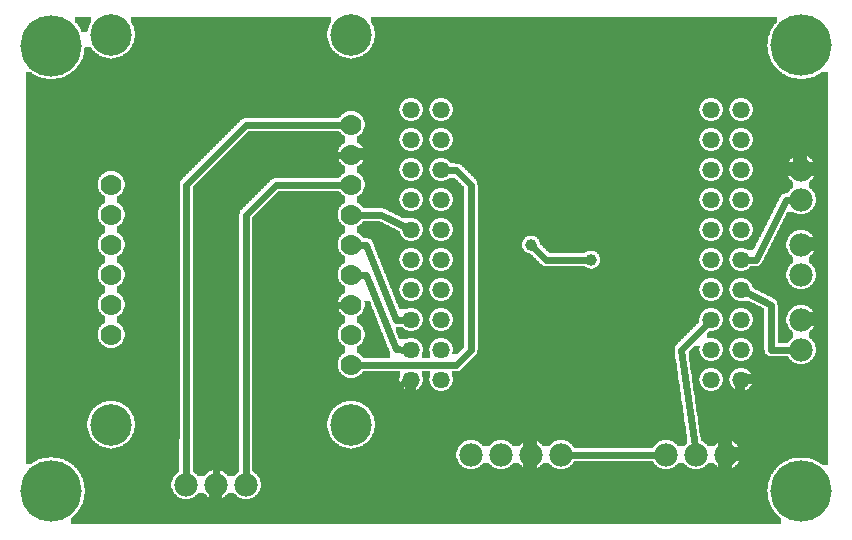
<source format=gtl>
G04 MADE WITH FRITZING*
G04 WWW.FRITZING.ORG*
G04 DOUBLE SIDED*
G04 HOLES PLATED*
G04 CONTOUR ON CENTER OF CONTOUR VECTOR*
%ASAXBY*%
%FSLAX23Y23*%
%MOIN*%
%OFA0B0*%
%SFA1.0B1.0*%
%ADD10C,0.075000*%
%ADD11C,0.057621*%
%ADD12C,0.138425*%
%ADD13C,0.070000*%
%ADD14C,0.078000*%
%ADD15C,0.204725*%
%ADD16C,0.039370*%
%ADD17C,0.024000*%
%LNCOPPER1*%
G90*
G70*
G54D10*
X793Y1269D03*
X475Y1673D03*
G54D11*
X1325Y1422D03*
X1325Y1322D03*
X1325Y1222D03*
X1325Y1122D03*
X1325Y1022D03*
X1325Y922D03*
X1325Y822D03*
X1325Y722D03*
X1325Y522D03*
X1325Y622D03*
X1425Y1422D03*
X1425Y1322D03*
X1425Y1222D03*
X1425Y1122D03*
X1425Y1022D03*
X1425Y922D03*
X1425Y822D03*
X1425Y722D03*
X1425Y622D03*
X1425Y522D03*
X2325Y1422D03*
X2325Y1322D03*
X2325Y1222D03*
X2325Y1122D03*
X2325Y1022D03*
X2325Y922D03*
X2325Y822D03*
X2325Y722D03*
X2325Y622D03*
X2325Y522D03*
X2425Y1422D03*
X2425Y1322D03*
X2425Y1222D03*
X2425Y1122D03*
X2425Y1022D03*
X2425Y922D03*
X2425Y822D03*
X2425Y722D03*
X2425Y622D03*
X2425Y522D03*
G54D12*
X1125Y372D03*
X325Y372D03*
G54D13*
X325Y672D03*
X325Y772D03*
X325Y872D03*
G54D12*
X1125Y1672D03*
G54D13*
X325Y972D03*
G54D12*
X325Y1672D03*
G54D13*
X325Y1072D03*
X325Y1172D03*
X1125Y572D03*
X1125Y672D03*
X1125Y772D03*
X1125Y872D03*
X1125Y972D03*
X1125Y1072D03*
X1125Y1172D03*
X1125Y1272D03*
X1125Y1372D03*
G54D14*
X2625Y1222D03*
X2625Y1122D03*
X2625Y972D03*
X2625Y872D03*
X2625Y722D03*
X2625Y622D03*
X575Y172D03*
X675Y172D03*
X775Y172D03*
G54D15*
X125Y151D03*
X125Y1635D03*
X2625Y150D03*
X2625Y1636D03*
G54D16*
X1925Y922D03*
X1725Y972D03*
G54D14*
X1525Y272D03*
X1625Y272D03*
X1725Y272D03*
X1825Y272D03*
X2175Y272D03*
X2275Y272D03*
X2375Y272D03*
G54D17*
X575Y1172D02*
X575Y202D01*
D02*
X775Y1372D02*
X575Y1172D01*
D02*
X1094Y1372D02*
X775Y1372D01*
D02*
X675Y1121D02*
X675Y202D01*
D02*
X826Y1272D02*
X675Y1121D01*
D02*
X1094Y1272D02*
X826Y1272D01*
D02*
X775Y1072D02*
X775Y202D01*
D02*
X875Y1172D02*
X775Y1072D01*
D02*
X1094Y1172D02*
X875Y1172D01*
D02*
X1225Y472D02*
X1307Y513D01*
D02*
X1025Y472D02*
X1225Y472D01*
D02*
X976Y521D02*
X1025Y472D01*
D02*
X976Y721D02*
X976Y521D01*
D02*
X1025Y772D02*
X976Y721D01*
D02*
X1094Y772D02*
X1025Y772D01*
D02*
X1225Y1072D02*
X1156Y1072D01*
D02*
X1307Y1031D02*
X1225Y1072D01*
D02*
X1176Y972D02*
X1156Y972D01*
D02*
X1276Y721D02*
X1176Y972D01*
D02*
X1305Y721D02*
X1276Y721D01*
D02*
X1176Y872D02*
X1156Y872D01*
D02*
X1274Y623D02*
X1176Y872D01*
D02*
X1305Y622D02*
X1274Y623D01*
D02*
X1525Y1172D02*
X1525Y621D01*
D02*
X1525Y621D02*
X1476Y572D01*
D02*
X1476Y1221D02*
X1525Y1172D01*
D02*
X1476Y572D02*
X1156Y572D01*
D02*
X1445Y1221D02*
X1476Y1221D01*
D02*
X1776Y921D02*
X1906Y922D01*
D02*
X1738Y958D02*
X1776Y921D01*
D02*
X2525Y772D02*
X2525Y621D01*
D02*
X2525Y621D02*
X2595Y621D01*
D02*
X2443Y813D02*
X2525Y772D01*
D02*
X2576Y1121D02*
X2595Y1121D01*
D02*
X2474Y921D02*
X2576Y1121D01*
D02*
X2445Y921D02*
X2474Y921D01*
D02*
X2225Y622D02*
X2271Y301D01*
D02*
X2311Y707D02*
X2225Y622D01*
D02*
X2145Y272D02*
X1855Y272D01*
G36*
X206Y1732D02*
X206Y1712D01*
X208Y1712D01*
X208Y1710D01*
X210Y1710D01*
X210Y1708D01*
X212Y1708D01*
X212Y1706D01*
X214Y1706D01*
X214Y1702D01*
X216Y1702D01*
X216Y1700D01*
X218Y1700D01*
X218Y1698D01*
X220Y1698D01*
X220Y1694D01*
X222Y1694D01*
X222Y1690D01*
X224Y1690D01*
X224Y1686D01*
X226Y1686D01*
X226Y1682D01*
X246Y1682D01*
X246Y1684D01*
X248Y1684D01*
X248Y1694D01*
X250Y1694D01*
X250Y1700D01*
X252Y1700D01*
X252Y1704D01*
X254Y1704D01*
X254Y1708D01*
X256Y1708D01*
X256Y1712D01*
X258Y1712D01*
X258Y1732D01*
X206Y1732D01*
G37*
D02*
G36*
X782Y1350D02*
X782Y1348D01*
X780Y1348D01*
X780Y1346D01*
X778Y1346D01*
X778Y1344D01*
X776Y1344D01*
X776Y1342D01*
X774Y1342D01*
X774Y1340D01*
X772Y1340D01*
X772Y1338D01*
X770Y1338D01*
X770Y1336D01*
X768Y1336D01*
X768Y1334D01*
X766Y1334D01*
X766Y1332D01*
X764Y1332D01*
X764Y1330D01*
X762Y1330D01*
X762Y1328D01*
X760Y1328D01*
X760Y1326D01*
X758Y1326D01*
X758Y1324D01*
X756Y1324D01*
X756Y1322D01*
X754Y1322D01*
X754Y1320D01*
X752Y1320D01*
X752Y1318D01*
X750Y1318D01*
X750Y1316D01*
X748Y1316D01*
X748Y1314D01*
X746Y1314D01*
X746Y1312D01*
X744Y1312D01*
X744Y1310D01*
X742Y1310D01*
X742Y1308D01*
X740Y1308D01*
X740Y1306D01*
X738Y1306D01*
X738Y1304D01*
X736Y1304D01*
X736Y1302D01*
X734Y1302D01*
X734Y1300D01*
X732Y1300D01*
X732Y1298D01*
X730Y1298D01*
X730Y1296D01*
X728Y1296D01*
X728Y1294D01*
X726Y1294D01*
X726Y1292D01*
X724Y1292D01*
X724Y1290D01*
X722Y1290D01*
X722Y1288D01*
X720Y1288D01*
X720Y1286D01*
X718Y1286D01*
X718Y1284D01*
X716Y1284D01*
X716Y1282D01*
X714Y1282D01*
X714Y1280D01*
X712Y1280D01*
X712Y1278D01*
X710Y1278D01*
X710Y1276D01*
X708Y1276D01*
X708Y1274D01*
X706Y1274D01*
X706Y1272D01*
X704Y1272D01*
X704Y1270D01*
X702Y1270D01*
X702Y1268D01*
X700Y1268D01*
X700Y1266D01*
X698Y1266D01*
X698Y1264D01*
X696Y1264D01*
X696Y1262D01*
X694Y1262D01*
X694Y1260D01*
X692Y1260D01*
X692Y1258D01*
X690Y1258D01*
X690Y1256D01*
X688Y1256D01*
X688Y1254D01*
X686Y1254D01*
X686Y1252D01*
X684Y1252D01*
X684Y1250D01*
X682Y1250D01*
X682Y1248D01*
X680Y1248D01*
X680Y1246D01*
X678Y1246D01*
X678Y1244D01*
X676Y1244D01*
X676Y1242D01*
X674Y1242D01*
X674Y1240D01*
X672Y1240D01*
X672Y1238D01*
X670Y1238D01*
X670Y1236D01*
X668Y1236D01*
X668Y1234D01*
X666Y1234D01*
X666Y1232D01*
X664Y1232D01*
X664Y1230D01*
X662Y1230D01*
X662Y1228D01*
X660Y1228D01*
X660Y1226D01*
X658Y1226D01*
X658Y1224D01*
X656Y1224D01*
X656Y1222D01*
X654Y1222D01*
X654Y1220D01*
X652Y1220D01*
X652Y1218D01*
X650Y1218D01*
X650Y1216D01*
X648Y1216D01*
X648Y1214D01*
X646Y1214D01*
X646Y1212D01*
X644Y1212D01*
X644Y1210D01*
X642Y1210D01*
X642Y1208D01*
X640Y1208D01*
X640Y1206D01*
X638Y1206D01*
X638Y1204D01*
X636Y1204D01*
X636Y1202D01*
X634Y1202D01*
X634Y1200D01*
X632Y1200D01*
X632Y1198D01*
X630Y1198D01*
X630Y1196D01*
X628Y1196D01*
X628Y1194D01*
X626Y1194D01*
X626Y1192D01*
X624Y1192D01*
X624Y1190D01*
X622Y1190D01*
X622Y1188D01*
X620Y1188D01*
X620Y1186D01*
X618Y1186D01*
X618Y1184D01*
X616Y1184D01*
X616Y1182D01*
X614Y1182D01*
X614Y1180D01*
X612Y1180D01*
X612Y1178D01*
X610Y1178D01*
X610Y1176D01*
X608Y1176D01*
X608Y1174D01*
X606Y1174D01*
X606Y1172D01*
X604Y1172D01*
X604Y1170D01*
X602Y1170D01*
X602Y1168D01*
X600Y1168D01*
X600Y1166D01*
X598Y1166D01*
X598Y220D01*
X688Y220D01*
X688Y218D01*
X694Y218D01*
X694Y216D01*
X698Y216D01*
X698Y214D01*
X702Y214D01*
X702Y212D01*
X704Y212D01*
X704Y210D01*
X706Y210D01*
X706Y208D01*
X710Y208D01*
X710Y204D01*
X712Y204D01*
X712Y202D01*
X714Y202D01*
X714Y200D01*
X736Y200D01*
X736Y202D01*
X738Y202D01*
X738Y204D01*
X740Y204D01*
X740Y208D01*
X744Y208D01*
X744Y210D01*
X746Y210D01*
X746Y212D01*
X748Y212D01*
X748Y214D01*
X752Y214D01*
X752Y1074D01*
X754Y1074D01*
X754Y1082D01*
X756Y1082D01*
X756Y1086D01*
X758Y1086D01*
X758Y1088D01*
X760Y1088D01*
X760Y1090D01*
X762Y1090D01*
X762Y1092D01*
X764Y1092D01*
X764Y1094D01*
X766Y1094D01*
X766Y1096D01*
X768Y1096D01*
X768Y1098D01*
X770Y1098D01*
X770Y1100D01*
X772Y1100D01*
X772Y1102D01*
X774Y1102D01*
X774Y1104D01*
X776Y1104D01*
X776Y1106D01*
X778Y1106D01*
X778Y1108D01*
X780Y1108D01*
X780Y1110D01*
X782Y1110D01*
X782Y1112D01*
X784Y1112D01*
X784Y1114D01*
X786Y1114D01*
X786Y1116D01*
X788Y1116D01*
X788Y1118D01*
X790Y1118D01*
X790Y1120D01*
X792Y1120D01*
X792Y1122D01*
X794Y1122D01*
X794Y1124D01*
X796Y1124D01*
X796Y1126D01*
X798Y1126D01*
X798Y1128D01*
X800Y1128D01*
X800Y1130D01*
X802Y1130D01*
X802Y1132D01*
X804Y1132D01*
X804Y1134D01*
X806Y1134D01*
X806Y1136D01*
X808Y1136D01*
X808Y1138D01*
X810Y1138D01*
X810Y1140D01*
X812Y1140D01*
X812Y1142D01*
X814Y1142D01*
X814Y1144D01*
X816Y1144D01*
X816Y1146D01*
X818Y1146D01*
X818Y1148D01*
X820Y1148D01*
X820Y1150D01*
X822Y1150D01*
X822Y1152D01*
X824Y1152D01*
X824Y1154D01*
X826Y1154D01*
X826Y1156D01*
X828Y1156D01*
X828Y1158D01*
X830Y1158D01*
X830Y1160D01*
X832Y1160D01*
X832Y1162D01*
X834Y1162D01*
X834Y1164D01*
X836Y1164D01*
X836Y1166D01*
X838Y1166D01*
X838Y1168D01*
X840Y1168D01*
X840Y1170D01*
X842Y1170D01*
X842Y1172D01*
X844Y1172D01*
X844Y1174D01*
X846Y1174D01*
X846Y1176D01*
X848Y1176D01*
X848Y1178D01*
X850Y1178D01*
X850Y1180D01*
X852Y1180D01*
X852Y1182D01*
X854Y1182D01*
X854Y1184D01*
X856Y1184D01*
X856Y1186D01*
X858Y1186D01*
X858Y1188D01*
X860Y1188D01*
X860Y1190D01*
X864Y1190D01*
X864Y1192D01*
X868Y1192D01*
X868Y1194D01*
X1086Y1194D01*
X1086Y1196D01*
X1088Y1196D01*
X1088Y1198D01*
X1090Y1198D01*
X1090Y1202D01*
X1092Y1202D01*
X1092Y1204D01*
X1094Y1204D01*
X1094Y1206D01*
X1098Y1206D01*
X1098Y1208D01*
X1100Y1208D01*
X1100Y1210D01*
X1104Y1210D01*
X1104Y1212D01*
X1106Y1212D01*
X1106Y1232D01*
X1104Y1232D01*
X1104Y1234D01*
X1100Y1234D01*
X1100Y1236D01*
X1098Y1236D01*
X1098Y1238D01*
X1094Y1238D01*
X1094Y1240D01*
X1092Y1240D01*
X1092Y1242D01*
X1090Y1242D01*
X1090Y1246D01*
X1088Y1246D01*
X1088Y1248D01*
X1086Y1248D01*
X1086Y1252D01*
X1084Y1252D01*
X1084Y1256D01*
X1082Y1256D01*
X1082Y1264D01*
X1080Y1264D01*
X1080Y1280D01*
X1082Y1280D01*
X1082Y1288D01*
X1084Y1288D01*
X1084Y1292D01*
X1086Y1292D01*
X1086Y1296D01*
X1088Y1296D01*
X1088Y1298D01*
X1090Y1298D01*
X1090Y1302D01*
X1092Y1302D01*
X1092Y1304D01*
X1094Y1304D01*
X1094Y1306D01*
X1098Y1306D01*
X1098Y1308D01*
X1100Y1308D01*
X1100Y1310D01*
X1104Y1310D01*
X1104Y1312D01*
X1106Y1312D01*
X1106Y1332D01*
X1104Y1332D01*
X1104Y1334D01*
X1100Y1334D01*
X1100Y1336D01*
X1098Y1336D01*
X1098Y1338D01*
X1094Y1338D01*
X1094Y1340D01*
X1092Y1340D01*
X1092Y1342D01*
X1090Y1342D01*
X1090Y1346D01*
X1088Y1346D01*
X1088Y1348D01*
X1086Y1348D01*
X1086Y1350D01*
X782Y1350D01*
G37*
D02*
G36*
X598Y220D02*
X598Y214D01*
X602Y214D01*
X602Y212D01*
X604Y212D01*
X604Y210D01*
X606Y210D01*
X606Y208D01*
X610Y208D01*
X610Y204D01*
X612Y204D01*
X612Y202D01*
X614Y202D01*
X614Y200D01*
X636Y200D01*
X636Y202D01*
X638Y202D01*
X638Y204D01*
X640Y204D01*
X640Y208D01*
X644Y208D01*
X644Y210D01*
X646Y210D01*
X646Y212D01*
X648Y212D01*
X648Y214D01*
X652Y214D01*
X652Y216D01*
X656Y216D01*
X656Y218D01*
X662Y218D01*
X662Y220D01*
X598Y220D01*
G37*
D02*
G36*
X392Y1732D02*
X392Y1712D01*
X394Y1712D01*
X394Y1708D01*
X396Y1708D01*
X396Y1704D01*
X398Y1704D01*
X398Y1700D01*
X400Y1700D01*
X400Y1694D01*
X402Y1694D01*
X402Y1684D01*
X404Y1684D01*
X404Y1660D01*
X402Y1660D01*
X402Y1650D01*
X400Y1650D01*
X400Y1644D01*
X398Y1644D01*
X398Y1640D01*
X396Y1640D01*
X396Y1636D01*
X394Y1636D01*
X394Y1632D01*
X392Y1632D01*
X392Y1628D01*
X390Y1628D01*
X390Y1626D01*
X388Y1626D01*
X388Y1622D01*
X386Y1622D01*
X386Y1620D01*
X384Y1620D01*
X384Y1618D01*
X382Y1618D01*
X382Y1616D01*
X380Y1616D01*
X380Y1614D01*
X378Y1614D01*
X378Y1612D01*
X376Y1612D01*
X376Y1610D01*
X372Y1610D01*
X372Y1608D01*
X370Y1608D01*
X370Y1606D01*
X366Y1606D01*
X366Y1604D01*
X364Y1604D01*
X364Y1602D01*
X360Y1602D01*
X360Y1600D01*
X356Y1600D01*
X356Y1598D01*
X350Y1598D01*
X350Y1596D01*
X342Y1596D01*
X342Y1594D01*
X328Y1594D01*
X328Y1592D01*
X1122Y1592D01*
X1122Y1594D01*
X1108Y1594D01*
X1108Y1596D01*
X1100Y1596D01*
X1100Y1598D01*
X1094Y1598D01*
X1094Y1600D01*
X1090Y1600D01*
X1090Y1602D01*
X1086Y1602D01*
X1086Y1604D01*
X1084Y1604D01*
X1084Y1606D01*
X1080Y1606D01*
X1080Y1608D01*
X1078Y1608D01*
X1078Y1610D01*
X1074Y1610D01*
X1074Y1612D01*
X1072Y1612D01*
X1072Y1614D01*
X1070Y1614D01*
X1070Y1616D01*
X1068Y1616D01*
X1068Y1618D01*
X1066Y1618D01*
X1066Y1620D01*
X1064Y1620D01*
X1064Y1622D01*
X1062Y1622D01*
X1062Y1626D01*
X1060Y1626D01*
X1060Y1628D01*
X1058Y1628D01*
X1058Y1632D01*
X1056Y1632D01*
X1056Y1636D01*
X1054Y1636D01*
X1054Y1640D01*
X1052Y1640D01*
X1052Y1644D01*
X1050Y1644D01*
X1050Y1650D01*
X1048Y1650D01*
X1048Y1660D01*
X1046Y1660D01*
X1046Y1684D01*
X1048Y1684D01*
X1048Y1694D01*
X1050Y1694D01*
X1050Y1700D01*
X1052Y1700D01*
X1052Y1704D01*
X1054Y1704D01*
X1054Y1708D01*
X1056Y1708D01*
X1056Y1712D01*
X1058Y1712D01*
X1058Y1732D01*
X392Y1732D01*
G37*
D02*
G36*
X1192Y1732D02*
X1192Y1712D01*
X1194Y1712D01*
X1194Y1708D01*
X1196Y1708D01*
X1196Y1704D01*
X1198Y1704D01*
X1198Y1700D01*
X1200Y1700D01*
X1200Y1694D01*
X1202Y1694D01*
X1202Y1684D01*
X1204Y1684D01*
X1204Y1660D01*
X1202Y1660D01*
X1202Y1650D01*
X1200Y1650D01*
X1200Y1644D01*
X1198Y1644D01*
X1198Y1640D01*
X1196Y1640D01*
X1196Y1636D01*
X1194Y1636D01*
X1194Y1632D01*
X1192Y1632D01*
X1192Y1628D01*
X1190Y1628D01*
X1190Y1626D01*
X1188Y1626D01*
X1188Y1622D01*
X1186Y1622D01*
X1186Y1620D01*
X1184Y1620D01*
X1184Y1618D01*
X1182Y1618D01*
X1182Y1616D01*
X1180Y1616D01*
X1180Y1614D01*
X1178Y1614D01*
X1178Y1612D01*
X1176Y1612D01*
X1176Y1610D01*
X1172Y1610D01*
X1172Y1608D01*
X1170Y1608D01*
X1170Y1606D01*
X1166Y1606D01*
X1166Y1604D01*
X1164Y1604D01*
X1164Y1602D01*
X1160Y1602D01*
X1160Y1600D01*
X1156Y1600D01*
X1156Y1598D01*
X1150Y1598D01*
X1150Y1596D01*
X1142Y1596D01*
X1142Y1594D01*
X1128Y1594D01*
X1128Y1592D01*
X2522Y1592D01*
X2522Y1594D01*
X2520Y1594D01*
X2520Y1600D01*
X2518Y1600D01*
X2518Y1606D01*
X2516Y1606D01*
X2516Y1614D01*
X2514Y1614D01*
X2514Y1630D01*
X2512Y1630D01*
X2512Y1642D01*
X2514Y1642D01*
X2514Y1658D01*
X2516Y1658D01*
X2516Y1666D01*
X2518Y1666D01*
X2518Y1672D01*
X2520Y1672D01*
X2520Y1678D01*
X2522Y1678D01*
X2522Y1684D01*
X2524Y1684D01*
X2524Y1688D01*
X2526Y1688D01*
X2526Y1690D01*
X2528Y1690D01*
X2528Y1694D01*
X2530Y1694D01*
X2530Y1698D01*
X2532Y1698D01*
X2532Y1700D01*
X2534Y1700D01*
X2534Y1704D01*
X2536Y1704D01*
X2536Y1706D01*
X2538Y1706D01*
X2538Y1708D01*
X2540Y1708D01*
X2540Y1710D01*
X2542Y1710D01*
X2542Y1712D01*
X2544Y1712D01*
X2544Y1732D01*
X1192Y1732D01*
G37*
D02*
G36*
X238Y1632D02*
X238Y1626D01*
X236Y1626D01*
X236Y1612D01*
X234Y1612D01*
X234Y1604D01*
X232Y1604D01*
X232Y1598D01*
X230Y1598D01*
X230Y1592D01*
X322Y1592D01*
X322Y1594D01*
X308Y1594D01*
X308Y1596D01*
X300Y1596D01*
X300Y1598D01*
X294Y1598D01*
X294Y1600D01*
X290Y1600D01*
X290Y1602D01*
X286Y1602D01*
X286Y1604D01*
X284Y1604D01*
X284Y1606D01*
X280Y1606D01*
X280Y1608D01*
X278Y1608D01*
X278Y1610D01*
X274Y1610D01*
X274Y1612D01*
X272Y1612D01*
X272Y1614D01*
X270Y1614D01*
X270Y1616D01*
X268Y1616D01*
X268Y1618D01*
X266Y1618D01*
X266Y1620D01*
X264Y1620D01*
X264Y1622D01*
X262Y1622D01*
X262Y1626D01*
X260Y1626D01*
X260Y1628D01*
X258Y1628D01*
X258Y1632D01*
X238Y1632D01*
G37*
D02*
G36*
X228Y1592D02*
X228Y1590D01*
X2522Y1590D01*
X2522Y1592D01*
X228Y1592D01*
G37*
D02*
G36*
X228Y1592D02*
X228Y1590D01*
X2522Y1590D01*
X2522Y1592D01*
X228Y1592D01*
G37*
D02*
G36*
X228Y1592D02*
X228Y1590D01*
X2522Y1590D01*
X2522Y1592D01*
X228Y1592D01*
G37*
D02*
G36*
X228Y1590D02*
X228Y1588D01*
X226Y1588D01*
X226Y1584D01*
X224Y1584D01*
X224Y1580D01*
X222Y1580D01*
X222Y1578D01*
X220Y1578D01*
X220Y1574D01*
X218Y1574D01*
X218Y1572D01*
X216Y1572D01*
X216Y1568D01*
X214Y1568D01*
X214Y1566D01*
X212Y1566D01*
X212Y1564D01*
X210Y1564D01*
X210Y1562D01*
X208Y1562D01*
X208Y1558D01*
X206Y1558D01*
X206Y1556D01*
X204Y1556D01*
X204Y1554D01*
X200Y1554D01*
X200Y1552D01*
X198Y1552D01*
X198Y1550D01*
X196Y1550D01*
X196Y1548D01*
X194Y1548D01*
X194Y1546D01*
X192Y1546D01*
X192Y1544D01*
X188Y1544D01*
X188Y1542D01*
X186Y1542D01*
X186Y1540D01*
X182Y1540D01*
X182Y1538D01*
X178Y1538D01*
X178Y1536D01*
X174Y1536D01*
X174Y1534D01*
X170Y1534D01*
X170Y1532D01*
X166Y1532D01*
X166Y1530D01*
X160Y1530D01*
X160Y1528D01*
X152Y1528D01*
X152Y1526D01*
X142Y1526D01*
X142Y1524D01*
X2612Y1524D01*
X2612Y1526D01*
X2600Y1526D01*
X2600Y1528D01*
X2592Y1528D01*
X2592Y1530D01*
X2586Y1530D01*
X2586Y1532D01*
X2580Y1532D01*
X2580Y1534D01*
X2576Y1534D01*
X2576Y1536D01*
X2572Y1536D01*
X2572Y1538D01*
X2570Y1538D01*
X2570Y1540D01*
X2566Y1540D01*
X2566Y1542D01*
X2562Y1542D01*
X2562Y1544D01*
X2560Y1544D01*
X2560Y1546D01*
X2558Y1546D01*
X2558Y1548D01*
X2554Y1548D01*
X2554Y1550D01*
X2552Y1550D01*
X2552Y1552D01*
X2550Y1552D01*
X2550Y1554D01*
X2548Y1554D01*
X2548Y1556D01*
X2546Y1556D01*
X2546Y1558D01*
X2544Y1558D01*
X2544Y1560D01*
X2542Y1560D01*
X2542Y1562D01*
X2540Y1562D01*
X2540Y1564D01*
X2538Y1564D01*
X2538Y1566D01*
X2536Y1566D01*
X2536Y1570D01*
X2534Y1570D01*
X2534Y1572D01*
X2532Y1572D01*
X2532Y1576D01*
X2530Y1576D01*
X2530Y1578D01*
X2528Y1578D01*
X2528Y1582D01*
X2526Y1582D01*
X2526Y1586D01*
X2524Y1586D01*
X2524Y1590D01*
X228Y1590D01*
G37*
D02*
G36*
X2692Y1548D02*
X2692Y1546D01*
X2690Y1546D01*
X2690Y1544D01*
X2688Y1544D01*
X2688Y1542D01*
X2684Y1542D01*
X2684Y1540D01*
X2680Y1540D01*
X2680Y1538D01*
X2678Y1538D01*
X2678Y1536D01*
X2674Y1536D01*
X2674Y1534D01*
X2670Y1534D01*
X2670Y1532D01*
X2664Y1532D01*
X2664Y1530D01*
X2658Y1530D01*
X2658Y1528D01*
X2650Y1528D01*
X2650Y1526D01*
X2640Y1526D01*
X2640Y1524D01*
X2714Y1524D01*
X2714Y1548D01*
X2692Y1548D01*
G37*
D02*
G36*
X40Y1546D02*
X40Y1524D01*
X108Y1524D01*
X108Y1526D01*
X98Y1526D01*
X98Y1528D01*
X90Y1528D01*
X90Y1530D01*
X84Y1530D01*
X84Y1532D01*
X80Y1532D01*
X80Y1534D01*
X76Y1534D01*
X76Y1536D01*
X72Y1536D01*
X72Y1538D01*
X68Y1538D01*
X68Y1540D01*
X66Y1540D01*
X66Y1542D01*
X62Y1542D01*
X62Y1544D01*
X60Y1544D01*
X60Y1546D01*
X40Y1546D01*
G37*
D02*
G36*
X40Y1524D02*
X40Y1522D01*
X2714Y1522D01*
X2714Y1524D01*
X40Y1524D01*
G37*
D02*
G36*
X40Y1524D02*
X40Y1522D01*
X2714Y1522D01*
X2714Y1524D01*
X40Y1524D01*
G37*
D02*
G36*
X40Y1524D02*
X40Y1522D01*
X2714Y1522D01*
X2714Y1524D01*
X40Y1524D01*
G37*
D02*
G36*
X40Y1522D02*
X40Y1460D01*
X2436Y1460D01*
X2436Y1458D01*
X2442Y1458D01*
X2442Y1456D01*
X2446Y1456D01*
X2446Y1454D01*
X2448Y1454D01*
X2448Y1452D01*
X2450Y1452D01*
X2450Y1450D01*
X2452Y1450D01*
X2452Y1448D01*
X2454Y1448D01*
X2454Y1446D01*
X2456Y1446D01*
X2456Y1444D01*
X2458Y1444D01*
X2458Y1440D01*
X2460Y1440D01*
X2460Y1436D01*
X2462Y1436D01*
X2462Y1430D01*
X2464Y1430D01*
X2464Y1414D01*
X2462Y1414D01*
X2462Y1408D01*
X2460Y1408D01*
X2460Y1404D01*
X2458Y1404D01*
X2458Y1400D01*
X2456Y1400D01*
X2456Y1398D01*
X2454Y1398D01*
X2454Y1396D01*
X2452Y1396D01*
X2452Y1394D01*
X2450Y1394D01*
X2450Y1392D01*
X2448Y1392D01*
X2448Y1390D01*
X2446Y1390D01*
X2446Y1388D01*
X2442Y1388D01*
X2442Y1386D01*
X2436Y1386D01*
X2436Y1384D01*
X2714Y1384D01*
X2714Y1522D01*
X40Y1522D01*
G37*
D02*
G36*
X40Y1460D02*
X40Y1416D01*
X1138Y1416D01*
X1138Y1414D01*
X1144Y1414D01*
X1144Y1412D01*
X1146Y1412D01*
X1146Y1410D01*
X1150Y1410D01*
X1150Y1408D01*
X1152Y1408D01*
X1152Y1406D01*
X1156Y1406D01*
X1156Y1404D01*
X1158Y1404D01*
X1158Y1402D01*
X1160Y1402D01*
X1160Y1398D01*
X1162Y1398D01*
X1162Y1396D01*
X1164Y1396D01*
X1164Y1392D01*
X1166Y1392D01*
X1166Y1388D01*
X1168Y1388D01*
X1168Y1384D01*
X1314Y1384D01*
X1314Y1386D01*
X1308Y1386D01*
X1308Y1388D01*
X1304Y1388D01*
X1304Y1390D01*
X1302Y1390D01*
X1302Y1392D01*
X1300Y1392D01*
X1300Y1394D01*
X1298Y1394D01*
X1298Y1396D01*
X1296Y1396D01*
X1296Y1398D01*
X1294Y1398D01*
X1294Y1400D01*
X1292Y1400D01*
X1292Y1404D01*
X1290Y1404D01*
X1290Y1408D01*
X1288Y1408D01*
X1288Y1416D01*
X1286Y1416D01*
X1286Y1428D01*
X1288Y1428D01*
X1288Y1436D01*
X1290Y1436D01*
X1290Y1440D01*
X1292Y1440D01*
X1292Y1444D01*
X1294Y1444D01*
X1294Y1446D01*
X1296Y1446D01*
X1296Y1448D01*
X1298Y1448D01*
X1298Y1450D01*
X1300Y1450D01*
X1300Y1452D01*
X1302Y1452D01*
X1302Y1454D01*
X1304Y1454D01*
X1304Y1456D01*
X1308Y1456D01*
X1308Y1458D01*
X1314Y1458D01*
X1314Y1460D01*
X40Y1460D01*
G37*
D02*
G36*
X1336Y1460D02*
X1336Y1458D01*
X1342Y1458D01*
X1342Y1456D01*
X1346Y1456D01*
X1346Y1454D01*
X1348Y1454D01*
X1348Y1452D01*
X1350Y1452D01*
X1350Y1450D01*
X1352Y1450D01*
X1352Y1448D01*
X1354Y1448D01*
X1354Y1446D01*
X1356Y1446D01*
X1356Y1444D01*
X1358Y1444D01*
X1358Y1440D01*
X1360Y1440D01*
X1360Y1436D01*
X1362Y1436D01*
X1362Y1430D01*
X1364Y1430D01*
X1364Y1414D01*
X1362Y1414D01*
X1362Y1408D01*
X1360Y1408D01*
X1360Y1404D01*
X1358Y1404D01*
X1358Y1400D01*
X1356Y1400D01*
X1356Y1398D01*
X1354Y1398D01*
X1354Y1396D01*
X1352Y1396D01*
X1352Y1394D01*
X1350Y1394D01*
X1350Y1392D01*
X1348Y1392D01*
X1348Y1390D01*
X1346Y1390D01*
X1346Y1388D01*
X1342Y1388D01*
X1342Y1386D01*
X1336Y1386D01*
X1336Y1384D01*
X1414Y1384D01*
X1414Y1386D01*
X1408Y1386D01*
X1408Y1388D01*
X1404Y1388D01*
X1404Y1390D01*
X1402Y1390D01*
X1402Y1392D01*
X1400Y1392D01*
X1400Y1394D01*
X1398Y1394D01*
X1398Y1396D01*
X1396Y1396D01*
X1396Y1398D01*
X1394Y1398D01*
X1394Y1400D01*
X1392Y1400D01*
X1392Y1404D01*
X1390Y1404D01*
X1390Y1408D01*
X1388Y1408D01*
X1388Y1416D01*
X1386Y1416D01*
X1386Y1428D01*
X1388Y1428D01*
X1388Y1436D01*
X1390Y1436D01*
X1390Y1440D01*
X1392Y1440D01*
X1392Y1444D01*
X1394Y1444D01*
X1394Y1446D01*
X1396Y1446D01*
X1396Y1448D01*
X1398Y1448D01*
X1398Y1450D01*
X1400Y1450D01*
X1400Y1452D01*
X1402Y1452D01*
X1402Y1454D01*
X1404Y1454D01*
X1404Y1456D01*
X1408Y1456D01*
X1408Y1458D01*
X1414Y1458D01*
X1414Y1460D01*
X1336Y1460D01*
G37*
D02*
G36*
X1436Y1460D02*
X1436Y1458D01*
X1442Y1458D01*
X1442Y1456D01*
X1446Y1456D01*
X1446Y1454D01*
X1448Y1454D01*
X1448Y1452D01*
X1450Y1452D01*
X1450Y1450D01*
X1452Y1450D01*
X1452Y1448D01*
X1454Y1448D01*
X1454Y1446D01*
X1456Y1446D01*
X1456Y1444D01*
X1458Y1444D01*
X1458Y1440D01*
X1460Y1440D01*
X1460Y1436D01*
X1462Y1436D01*
X1462Y1430D01*
X1464Y1430D01*
X1464Y1414D01*
X1462Y1414D01*
X1462Y1408D01*
X1460Y1408D01*
X1460Y1404D01*
X1458Y1404D01*
X1458Y1400D01*
X1456Y1400D01*
X1456Y1398D01*
X1454Y1398D01*
X1454Y1396D01*
X1452Y1396D01*
X1452Y1394D01*
X1450Y1394D01*
X1450Y1392D01*
X1448Y1392D01*
X1448Y1390D01*
X1446Y1390D01*
X1446Y1388D01*
X1442Y1388D01*
X1442Y1386D01*
X1436Y1386D01*
X1436Y1384D01*
X2314Y1384D01*
X2314Y1386D01*
X2308Y1386D01*
X2308Y1388D01*
X2304Y1388D01*
X2304Y1390D01*
X2302Y1390D01*
X2302Y1392D01*
X2300Y1392D01*
X2300Y1394D01*
X2298Y1394D01*
X2298Y1396D01*
X2296Y1396D01*
X2296Y1398D01*
X2294Y1398D01*
X2294Y1400D01*
X2292Y1400D01*
X2292Y1404D01*
X2290Y1404D01*
X2290Y1408D01*
X2288Y1408D01*
X2288Y1416D01*
X2286Y1416D01*
X2286Y1428D01*
X2288Y1428D01*
X2288Y1436D01*
X2290Y1436D01*
X2290Y1440D01*
X2292Y1440D01*
X2292Y1444D01*
X2294Y1444D01*
X2294Y1446D01*
X2296Y1446D01*
X2296Y1448D01*
X2298Y1448D01*
X2298Y1450D01*
X2300Y1450D01*
X2300Y1452D01*
X2302Y1452D01*
X2302Y1454D01*
X2304Y1454D01*
X2304Y1456D01*
X2308Y1456D01*
X2308Y1458D01*
X2314Y1458D01*
X2314Y1460D01*
X1436Y1460D01*
G37*
D02*
G36*
X2336Y1460D02*
X2336Y1458D01*
X2342Y1458D01*
X2342Y1456D01*
X2346Y1456D01*
X2346Y1454D01*
X2348Y1454D01*
X2348Y1452D01*
X2350Y1452D01*
X2350Y1450D01*
X2352Y1450D01*
X2352Y1448D01*
X2354Y1448D01*
X2354Y1446D01*
X2356Y1446D01*
X2356Y1444D01*
X2358Y1444D01*
X2358Y1440D01*
X2360Y1440D01*
X2360Y1436D01*
X2362Y1436D01*
X2362Y1430D01*
X2364Y1430D01*
X2364Y1414D01*
X2362Y1414D01*
X2362Y1408D01*
X2360Y1408D01*
X2360Y1404D01*
X2358Y1404D01*
X2358Y1400D01*
X2356Y1400D01*
X2356Y1398D01*
X2354Y1398D01*
X2354Y1396D01*
X2352Y1396D01*
X2352Y1394D01*
X2350Y1394D01*
X2350Y1392D01*
X2348Y1392D01*
X2348Y1390D01*
X2346Y1390D01*
X2346Y1388D01*
X2342Y1388D01*
X2342Y1386D01*
X2336Y1386D01*
X2336Y1384D01*
X2414Y1384D01*
X2414Y1386D01*
X2408Y1386D01*
X2408Y1388D01*
X2404Y1388D01*
X2404Y1390D01*
X2402Y1390D01*
X2402Y1392D01*
X2400Y1392D01*
X2400Y1394D01*
X2398Y1394D01*
X2398Y1396D01*
X2396Y1396D01*
X2396Y1398D01*
X2394Y1398D01*
X2394Y1400D01*
X2392Y1400D01*
X2392Y1404D01*
X2390Y1404D01*
X2390Y1408D01*
X2388Y1408D01*
X2388Y1416D01*
X2386Y1416D01*
X2386Y1428D01*
X2388Y1428D01*
X2388Y1436D01*
X2390Y1436D01*
X2390Y1440D01*
X2392Y1440D01*
X2392Y1444D01*
X2394Y1444D01*
X2394Y1446D01*
X2396Y1446D01*
X2396Y1448D01*
X2398Y1448D01*
X2398Y1450D01*
X2400Y1450D01*
X2400Y1452D01*
X2402Y1452D01*
X2402Y1454D01*
X2404Y1454D01*
X2404Y1456D01*
X2408Y1456D01*
X2408Y1458D01*
X2414Y1458D01*
X2414Y1460D01*
X2336Y1460D01*
G37*
D02*
G36*
X40Y1416D02*
X40Y1216D01*
X338Y1216D01*
X338Y1214D01*
X344Y1214D01*
X344Y1212D01*
X346Y1212D01*
X346Y1210D01*
X350Y1210D01*
X350Y1208D01*
X352Y1208D01*
X352Y1206D01*
X356Y1206D01*
X356Y1204D01*
X358Y1204D01*
X358Y1202D01*
X360Y1202D01*
X360Y1198D01*
X362Y1198D01*
X362Y1196D01*
X364Y1196D01*
X364Y1192D01*
X366Y1192D01*
X366Y1188D01*
X368Y1188D01*
X368Y1180D01*
X370Y1180D01*
X370Y1164D01*
X368Y1164D01*
X368Y1156D01*
X366Y1156D01*
X366Y1152D01*
X364Y1152D01*
X364Y1148D01*
X362Y1148D01*
X362Y1146D01*
X360Y1146D01*
X360Y1142D01*
X358Y1142D01*
X358Y1140D01*
X356Y1140D01*
X356Y1138D01*
X352Y1138D01*
X352Y1136D01*
X350Y1136D01*
X350Y1134D01*
X346Y1134D01*
X346Y1132D01*
X344Y1132D01*
X344Y1112D01*
X346Y1112D01*
X346Y1110D01*
X350Y1110D01*
X350Y1108D01*
X352Y1108D01*
X352Y1106D01*
X356Y1106D01*
X356Y1104D01*
X358Y1104D01*
X358Y1102D01*
X360Y1102D01*
X360Y1098D01*
X362Y1098D01*
X362Y1096D01*
X364Y1096D01*
X364Y1092D01*
X366Y1092D01*
X366Y1088D01*
X368Y1088D01*
X368Y1080D01*
X370Y1080D01*
X370Y1064D01*
X368Y1064D01*
X368Y1056D01*
X366Y1056D01*
X366Y1052D01*
X364Y1052D01*
X364Y1048D01*
X362Y1048D01*
X362Y1046D01*
X360Y1046D01*
X360Y1042D01*
X358Y1042D01*
X358Y1040D01*
X356Y1040D01*
X356Y1038D01*
X352Y1038D01*
X352Y1036D01*
X350Y1036D01*
X350Y1034D01*
X346Y1034D01*
X346Y1032D01*
X344Y1032D01*
X344Y1012D01*
X346Y1012D01*
X346Y1010D01*
X350Y1010D01*
X350Y1008D01*
X352Y1008D01*
X352Y1006D01*
X356Y1006D01*
X356Y1004D01*
X358Y1004D01*
X358Y1002D01*
X360Y1002D01*
X360Y998D01*
X362Y998D01*
X362Y996D01*
X364Y996D01*
X364Y992D01*
X366Y992D01*
X366Y988D01*
X368Y988D01*
X368Y980D01*
X370Y980D01*
X370Y964D01*
X368Y964D01*
X368Y956D01*
X366Y956D01*
X366Y952D01*
X364Y952D01*
X364Y948D01*
X362Y948D01*
X362Y946D01*
X360Y946D01*
X360Y942D01*
X358Y942D01*
X358Y940D01*
X356Y940D01*
X356Y938D01*
X352Y938D01*
X352Y936D01*
X350Y936D01*
X350Y934D01*
X346Y934D01*
X346Y932D01*
X344Y932D01*
X344Y912D01*
X346Y912D01*
X346Y910D01*
X350Y910D01*
X350Y908D01*
X352Y908D01*
X352Y906D01*
X356Y906D01*
X356Y904D01*
X358Y904D01*
X358Y902D01*
X360Y902D01*
X360Y898D01*
X362Y898D01*
X362Y896D01*
X364Y896D01*
X364Y892D01*
X366Y892D01*
X366Y888D01*
X368Y888D01*
X368Y880D01*
X370Y880D01*
X370Y864D01*
X368Y864D01*
X368Y856D01*
X366Y856D01*
X366Y852D01*
X364Y852D01*
X364Y848D01*
X362Y848D01*
X362Y846D01*
X360Y846D01*
X360Y842D01*
X358Y842D01*
X358Y840D01*
X356Y840D01*
X356Y838D01*
X352Y838D01*
X352Y836D01*
X350Y836D01*
X350Y834D01*
X346Y834D01*
X346Y832D01*
X344Y832D01*
X344Y812D01*
X346Y812D01*
X346Y810D01*
X350Y810D01*
X350Y808D01*
X352Y808D01*
X352Y806D01*
X356Y806D01*
X356Y804D01*
X358Y804D01*
X358Y802D01*
X360Y802D01*
X360Y798D01*
X362Y798D01*
X362Y796D01*
X364Y796D01*
X364Y792D01*
X366Y792D01*
X366Y788D01*
X368Y788D01*
X368Y780D01*
X370Y780D01*
X370Y764D01*
X368Y764D01*
X368Y756D01*
X366Y756D01*
X366Y752D01*
X364Y752D01*
X364Y748D01*
X362Y748D01*
X362Y746D01*
X360Y746D01*
X360Y742D01*
X358Y742D01*
X358Y740D01*
X356Y740D01*
X356Y738D01*
X352Y738D01*
X352Y736D01*
X350Y736D01*
X350Y734D01*
X346Y734D01*
X346Y732D01*
X344Y732D01*
X344Y712D01*
X346Y712D01*
X346Y710D01*
X350Y710D01*
X350Y708D01*
X352Y708D01*
X352Y706D01*
X356Y706D01*
X356Y704D01*
X358Y704D01*
X358Y702D01*
X360Y702D01*
X360Y698D01*
X362Y698D01*
X362Y696D01*
X364Y696D01*
X364Y692D01*
X366Y692D01*
X366Y688D01*
X368Y688D01*
X368Y680D01*
X370Y680D01*
X370Y664D01*
X368Y664D01*
X368Y656D01*
X366Y656D01*
X366Y652D01*
X364Y652D01*
X364Y648D01*
X362Y648D01*
X362Y646D01*
X360Y646D01*
X360Y642D01*
X358Y642D01*
X358Y640D01*
X356Y640D01*
X356Y638D01*
X352Y638D01*
X352Y636D01*
X350Y636D01*
X350Y634D01*
X346Y634D01*
X346Y632D01*
X344Y632D01*
X344Y630D01*
X338Y630D01*
X338Y628D01*
X554Y628D01*
X554Y1182D01*
X556Y1182D01*
X556Y1184D01*
X558Y1184D01*
X558Y1188D01*
X560Y1188D01*
X560Y1190D01*
X562Y1190D01*
X562Y1192D01*
X564Y1192D01*
X564Y1194D01*
X566Y1194D01*
X566Y1196D01*
X568Y1196D01*
X568Y1198D01*
X570Y1198D01*
X570Y1200D01*
X572Y1200D01*
X572Y1202D01*
X574Y1202D01*
X574Y1204D01*
X576Y1204D01*
X576Y1206D01*
X578Y1206D01*
X578Y1208D01*
X580Y1208D01*
X580Y1210D01*
X582Y1210D01*
X582Y1212D01*
X584Y1212D01*
X584Y1214D01*
X586Y1214D01*
X586Y1216D01*
X588Y1216D01*
X588Y1218D01*
X590Y1218D01*
X590Y1220D01*
X592Y1220D01*
X592Y1222D01*
X594Y1222D01*
X594Y1224D01*
X596Y1224D01*
X596Y1226D01*
X598Y1226D01*
X598Y1228D01*
X600Y1228D01*
X600Y1230D01*
X602Y1230D01*
X602Y1232D01*
X604Y1232D01*
X604Y1234D01*
X606Y1234D01*
X606Y1236D01*
X608Y1236D01*
X608Y1238D01*
X610Y1238D01*
X610Y1240D01*
X612Y1240D01*
X612Y1242D01*
X614Y1242D01*
X614Y1244D01*
X616Y1244D01*
X616Y1246D01*
X618Y1246D01*
X618Y1248D01*
X620Y1248D01*
X620Y1250D01*
X622Y1250D01*
X622Y1252D01*
X624Y1252D01*
X624Y1254D01*
X626Y1254D01*
X626Y1256D01*
X628Y1256D01*
X628Y1258D01*
X630Y1258D01*
X630Y1260D01*
X632Y1260D01*
X632Y1262D01*
X634Y1262D01*
X634Y1264D01*
X636Y1264D01*
X636Y1266D01*
X638Y1266D01*
X638Y1268D01*
X640Y1268D01*
X640Y1270D01*
X642Y1270D01*
X642Y1272D01*
X644Y1272D01*
X644Y1274D01*
X646Y1274D01*
X646Y1276D01*
X648Y1276D01*
X648Y1278D01*
X650Y1278D01*
X650Y1280D01*
X652Y1280D01*
X652Y1282D01*
X654Y1282D01*
X654Y1284D01*
X656Y1284D01*
X656Y1286D01*
X658Y1286D01*
X658Y1288D01*
X660Y1288D01*
X660Y1290D01*
X662Y1290D01*
X662Y1292D01*
X664Y1292D01*
X664Y1294D01*
X666Y1294D01*
X666Y1296D01*
X668Y1296D01*
X668Y1298D01*
X670Y1298D01*
X670Y1300D01*
X672Y1300D01*
X672Y1302D01*
X674Y1302D01*
X674Y1304D01*
X676Y1304D01*
X676Y1306D01*
X678Y1306D01*
X678Y1308D01*
X680Y1308D01*
X680Y1310D01*
X682Y1310D01*
X682Y1312D01*
X684Y1312D01*
X684Y1314D01*
X686Y1314D01*
X686Y1316D01*
X688Y1316D01*
X688Y1318D01*
X690Y1318D01*
X690Y1320D01*
X692Y1320D01*
X692Y1322D01*
X694Y1322D01*
X694Y1324D01*
X696Y1324D01*
X696Y1326D01*
X698Y1326D01*
X698Y1328D01*
X700Y1328D01*
X700Y1330D01*
X702Y1330D01*
X702Y1332D01*
X704Y1332D01*
X704Y1334D01*
X706Y1334D01*
X706Y1336D01*
X708Y1336D01*
X708Y1338D01*
X710Y1338D01*
X710Y1340D01*
X712Y1340D01*
X712Y1342D01*
X714Y1342D01*
X714Y1344D01*
X716Y1344D01*
X716Y1346D01*
X718Y1346D01*
X718Y1348D01*
X720Y1348D01*
X720Y1350D01*
X722Y1350D01*
X722Y1352D01*
X724Y1352D01*
X724Y1354D01*
X726Y1354D01*
X726Y1356D01*
X728Y1356D01*
X728Y1358D01*
X730Y1358D01*
X730Y1360D01*
X732Y1360D01*
X732Y1362D01*
X734Y1362D01*
X734Y1364D01*
X736Y1364D01*
X736Y1366D01*
X738Y1366D01*
X738Y1368D01*
X740Y1368D01*
X740Y1370D01*
X742Y1370D01*
X742Y1372D01*
X744Y1372D01*
X744Y1374D01*
X746Y1374D01*
X746Y1376D01*
X748Y1376D01*
X748Y1378D01*
X750Y1378D01*
X750Y1380D01*
X752Y1380D01*
X752Y1382D01*
X754Y1382D01*
X754Y1384D01*
X756Y1384D01*
X756Y1386D01*
X758Y1386D01*
X758Y1388D01*
X760Y1388D01*
X760Y1390D01*
X764Y1390D01*
X764Y1392D01*
X768Y1392D01*
X768Y1394D01*
X1086Y1394D01*
X1086Y1396D01*
X1088Y1396D01*
X1088Y1398D01*
X1090Y1398D01*
X1090Y1402D01*
X1092Y1402D01*
X1092Y1404D01*
X1094Y1404D01*
X1094Y1406D01*
X1098Y1406D01*
X1098Y1408D01*
X1100Y1408D01*
X1100Y1410D01*
X1104Y1410D01*
X1104Y1412D01*
X1106Y1412D01*
X1106Y1414D01*
X1112Y1414D01*
X1112Y1416D01*
X40Y1416D01*
G37*
D02*
G36*
X1168Y1384D02*
X1168Y1382D01*
X2714Y1382D01*
X2714Y1384D01*
X1168Y1384D01*
G37*
D02*
G36*
X1168Y1384D02*
X1168Y1382D01*
X2714Y1382D01*
X2714Y1384D01*
X1168Y1384D01*
G37*
D02*
G36*
X1168Y1384D02*
X1168Y1382D01*
X2714Y1382D01*
X2714Y1384D01*
X1168Y1384D01*
G37*
D02*
G36*
X1168Y1384D02*
X1168Y1382D01*
X2714Y1382D01*
X2714Y1384D01*
X1168Y1384D01*
G37*
D02*
G36*
X1168Y1384D02*
X1168Y1382D01*
X2714Y1382D01*
X2714Y1384D01*
X1168Y1384D01*
G37*
D02*
G36*
X1168Y1382D02*
X1168Y1380D01*
X1170Y1380D01*
X1170Y1364D01*
X1168Y1364D01*
X1168Y1360D01*
X2436Y1360D01*
X2436Y1358D01*
X2442Y1358D01*
X2442Y1356D01*
X2446Y1356D01*
X2446Y1354D01*
X2448Y1354D01*
X2448Y1352D01*
X2450Y1352D01*
X2450Y1350D01*
X2452Y1350D01*
X2452Y1348D01*
X2454Y1348D01*
X2454Y1346D01*
X2456Y1346D01*
X2456Y1344D01*
X2458Y1344D01*
X2458Y1340D01*
X2460Y1340D01*
X2460Y1336D01*
X2462Y1336D01*
X2462Y1330D01*
X2464Y1330D01*
X2464Y1314D01*
X2462Y1314D01*
X2462Y1308D01*
X2460Y1308D01*
X2460Y1304D01*
X2458Y1304D01*
X2458Y1300D01*
X2456Y1300D01*
X2456Y1298D01*
X2454Y1298D01*
X2454Y1296D01*
X2452Y1296D01*
X2452Y1294D01*
X2450Y1294D01*
X2450Y1292D01*
X2448Y1292D01*
X2448Y1290D01*
X2446Y1290D01*
X2446Y1288D01*
X2442Y1288D01*
X2442Y1286D01*
X2436Y1286D01*
X2436Y1284D01*
X2714Y1284D01*
X2714Y1382D01*
X1168Y1382D01*
G37*
D02*
G36*
X1168Y1360D02*
X1168Y1356D01*
X1166Y1356D01*
X1166Y1352D01*
X1164Y1352D01*
X1164Y1348D01*
X1162Y1348D01*
X1162Y1346D01*
X1160Y1346D01*
X1160Y1342D01*
X1158Y1342D01*
X1158Y1340D01*
X1156Y1340D01*
X1156Y1338D01*
X1152Y1338D01*
X1152Y1336D01*
X1150Y1336D01*
X1150Y1334D01*
X1146Y1334D01*
X1146Y1332D01*
X1144Y1332D01*
X1144Y1312D01*
X1146Y1312D01*
X1146Y1310D01*
X1150Y1310D01*
X1150Y1308D01*
X1152Y1308D01*
X1152Y1306D01*
X1156Y1306D01*
X1156Y1304D01*
X1158Y1304D01*
X1158Y1302D01*
X1160Y1302D01*
X1160Y1298D01*
X1162Y1298D01*
X1162Y1296D01*
X1164Y1296D01*
X1164Y1292D01*
X1166Y1292D01*
X1166Y1288D01*
X1168Y1288D01*
X1168Y1284D01*
X1314Y1284D01*
X1314Y1286D01*
X1308Y1286D01*
X1308Y1288D01*
X1304Y1288D01*
X1304Y1290D01*
X1302Y1290D01*
X1302Y1292D01*
X1300Y1292D01*
X1300Y1294D01*
X1298Y1294D01*
X1298Y1296D01*
X1296Y1296D01*
X1296Y1298D01*
X1294Y1298D01*
X1294Y1300D01*
X1292Y1300D01*
X1292Y1304D01*
X1290Y1304D01*
X1290Y1308D01*
X1288Y1308D01*
X1288Y1316D01*
X1286Y1316D01*
X1286Y1328D01*
X1288Y1328D01*
X1288Y1336D01*
X1290Y1336D01*
X1290Y1340D01*
X1292Y1340D01*
X1292Y1344D01*
X1294Y1344D01*
X1294Y1346D01*
X1296Y1346D01*
X1296Y1348D01*
X1298Y1348D01*
X1298Y1350D01*
X1300Y1350D01*
X1300Y1352D01*
X1302Y1352D01*
X1302Y1354D01*
X1304Y1354D01*
X1304Y1356D01*
X1308Y1356D01*
X1308Y1358D01*
X1314Y1358D01*
X1314Y1360D01*
X1168Y1360D01*
G37*
D02*
G36*
X1336Y1360D02*
X1336Y1358D01*
X1342Y1358D01*
X1342Y1356D01*
X1346Y1356D01*
X1346Y1354D01*
X1348Y1354D01*
X1348Y1352D01*
X1350Y1352D01*
X1350Y1350D01*
X1352Y1350D01*
X1352Y1348D01*
X1354Y1348D01*
X1354Y1346D01*
X1356Y1346D01*
X1356Y1344D01*
X1358Y1344D01*
X1358Y1340D01*
X1360Y1340D01*
X1360Y1336D01*
X1362Y1336D01*
X1362Y1330D01*
X1364Y1330D01*
X1364Y1314D01*
X1362Y1314D01*
X1362Y1308D01*
X1360Y1308D01*
X1360Y1304D01*
X1358Y1304D01*
X1358Y1300D01*
X1356Y1300D01*
X1356Y1298D01*
X1354Y1298D01*
X1354Y1296D01*
X1352Y1296D01*
X1352Y1294D01*
X1350Y1294D01*
X1350Y1292D01*
X1348Y1292D01*
X1348Y1290D01*
X1346Y1290D01*
X1346Y1288D01*
X1342Y1288D01*
X1342Y1286D01*
X1336Y1286D01*
X1336Y1284D01*
X1414Y1284D01*
X1414Y1286D01*
X1408Y1286D01*
X1408Y1288D01*
X1404Y1288D01*
X1404Y1290D01*
X1402Y1290D01*
X1402Y1292D01*
X1400Y1292D01*
X1400Y1294D01*
X1398Y1294D01*
X1398Y1296D01*
X1396Y1296D01*
X1396Y1298D01*
X1394Y1298D01*
X1394Y1300D01*
X1392Y1300D01*
X1392Y1304D01*
X1390Y1304D01*
X1390Y1308D01*
X1388Y1308D01*
X1388Y1316D01*
X1386Y1316D01*
X1386Y1328D01*
X1388Y1328D01*
X1388Y1336D01*
X1390Y1336D01*
X1390Y1340D01*
X1392Y1340D01*
X1392Y1344D01*
X1394Y1344D01*
X1394Y1346D01*
X1396Y1346D01*
X1396Y1348D01*
X1398Y1348D01*
X1398Y1350D01*
X1400Y1350D01*
X1400Y1352D01*
X1402Y1352D01*
X1402Y1354D01*
X1404Y1354D01*
X1404Y1356D01*
X1408Y1356D01*
X1408Y1358D01*
X1414Y1358D01*
X1414Y1360D01*
X1336Y1360D01*
G37*
D02*
G36*
X1436Y1360D02*
X1436Y1358D01*
X1442Y1358D01*
X1442Y1356D01*
X1446Y1356D01*
X1446Y1354D01*
X1448Y1354D01*
X1448Y1352D01*
X1450Y1352D01*
X1450Y1350D01*
X1452Y1350D01*
X1452Y1348D01*
X1454Y1348D01*
X1454Y1346D01*
X1456Y1346D01*
X1456Y1344D01*
X1458Y1344D01*
X1458Y1340D01*
X1460Y1340D01*
X1460Y1336D01*
X1462Y1336D01*
X1462Y1330D01*
X1464Y1330D01*
X1464Y1314D01*
X1462Y1314D01*
X1462Y1308D01*
X1460Y1308D01*
X1460Y1304D01*
X1458Y1304D01*
X1458Y1300D01*
X1456Y1300D01*
X1456Y1298D01*
X1454Y1298D01*
X1454Y1296D01*
X1452Y1296D01*
X1452Y1294D01*
X1450Y1294D01*
X1450Y1292D01*
X1448Y1292D01*
X1448Y1290D01*
X1446Y1290D01*
X1446Y1288D01*
X1442Y1288D01*
X1442Y1286D01*
X1436Y1286D01*
X1436Y1284D01*
X2314Y1284D01*
X2314Y1286D01*
X2308Y1286D01*
X2308Y1288D01*
X2304Y1288D01*
X2304Y1290D01*
X2302Y1290D01*
X2302Y1292D01*
X2300Y1292D01*
X2300Y1294D01*
X2298Y1294D01*
X2298Y1296D01*
X2296Y1296D01*
X2296Y1298D01*
X2294Y1298D01*
X2294Y1300D01*
X2292Y1300D01*
X2292Y1304D01*
X2290Y1304D01*
X2290Y1308D01*
X2288Y1308D01*
X2288Y1316D01*
X2286Y1316D01*
X2286Y1328D01*
X2288Y1328D01*
X2288Y1336D01*
X2290Y1336D01*
X2290Y1340D01*
X2292Y1340D01*
X2292Y1344D01*
X2294Y1344D01*
X2294Y1346D01*
X2296Y1346D01*
X2296Y1348D01*
X2298Y1348D01*
X2298Y1350D01*
X2300Y1350D01*
X2300Y1352D01*
X2302Y1352D01*
X2302Y1354D01*
X2304Y1354D01*
X2304Y1356D01*
X2308Y1356D01*
X2308Y1358D01*
X2314Y1358D01*
X2314Y1360D01*
X1436Y1360D01*
G37*
D02*
G36*
X2336Y1360D02*
X2336Y1358D01*
X2342Y1358D01*
X2342Y1356D01*
X2346Y1356D01*
X2346Y1354D01*
X2348Y1354D01*
X2348Y1352D01*
X2350Y1352D01*
X2350Y1350D01*
X2352Y1350D01*
X2352Y1348D01*
X2354Y1348D01*
X2354Y1346D01*
X2356Y1346D01*
X2356Y1344D01*
X2358Y1344D01*
X2358Y1340D01*
X2360Y1340D01*
X2360Y1336D01*
X2362Y1336D01*
X2362Y1330D01*
X2364Y1330D01*
X2364Y1314D01*
X2362Y1314D01*
X2362Y1308D01*
X2360Y1308D01*
X2360Y1304D01*
X2358Y1304D01*
X2358Y1300D01*
X2356Y1300D01*
X2356Y1298D01*
X2354Y1298D01*
X2354Y1296D01*
X2352Y1296D01*
X2352Y1294D01*
X2350Y1294D01*
X2350Y1292D01*
X2348Y1292D01*
X2348Y1290D01*
X2346Y1290D01*
X2346Y1288D01*
X2342Y1288D01*
X2342Y1286D01*
X2336Y1286D01*
X2336Y1284D01*
X2414Y1284D01*
X2414Y1286D01*
X2408Y1286D01*
X2408Y1288D01*
X2404Y1288D01*
X2404Y1290D01*
X2402Y1290D01*
X2402Y1292D01*
X2400Y1292D01*
X2400Y1294D01*
X2398Y1294D01*
X2398Y1296D01*
X2396Y1296D01*
X2396Y1298D01*
X2394Y1298D01*
X2394Y1300D01*
X2392Y1300D01*
X2392Y1304D01*
X2390Y1304D01*
X2390Y1308D01*
X2388Y1308D01*
X2388Y1316D01*
X2386Y1316D01*
X2386Y1328D01*
X2388Y1328D01*
X2388Y1336D01*
X2390Y1336D01*
X2390Y1340D01*
X2392Y1340D01*
X2392Y1344D01*
X2394Y1344D01*
X2394Y1346D01*
X2396Y1346D01*
X2396Y1348D01*
X2398Y1348D01*
X2398Y1350D01*
X2400Y1350D01*
X2400Y1352D01*
X2402Y1352D01*
X2402Y1354D01*
X2404Y1354D01*
X2404Y1356D01*
X2408Y1356D01*
X2408Y1358D01*
X2414Y1358D01*
X2414Y1360D01*
X2336Y1360D01*
G37*
D02*
G36*
X1168Y1284D02*
X1168Y1282D01*
X2714Y1282D01*
X2714Y1284D01*
X1168Y1284D01*
G37*
D02*
G36*
X1168Y1284D02*
X1168Y1282D01*
X2714Y1282D01*
X2714Y1284D01*
X1168Y1284D01*
G37*
D02*
G36*
X1168Y1284D02*
X1168Y1282D01*
X2714Y1282D01*
X2714Y1284D01*
X1168Y1284D01*
G37*
D02*
G36*
X1168Y1284D02*
X1168Y1282D01*
X2714Y1282D01*
X2714Y1284D01*
X1168Y1284D01*
G37*
D02*
G36*
X1168Y1284D02*
X1168Y1282D01*
X2714Y1282D01*
X2714Y1284D01*
X1168Y1284D01*
G37*
D02*
G36*
X1168Y1282D02*
X1168Y1280D01*
X1170Y1280D01*
X1170Y1270D01*
X2638Y1270D01*
X2638Y1268D01*
X2644Y1268D01*
X2644Y1266D01*
X2648Y1266D01*
X2648Y1264D01*
X2652Y1264D01*
X2652Y1262D01*
X2654Y1262D01*
X2654Y1260D01*
X2656Y1260D01*
X2656Y1258D01*
X2660Y1258D01*
X2660Y1256D01*
X2662Y1256D01*
X2662Y1252D01*
X2664Y1252D01*
X2664Y1250D01*
X2666Y1250D01*
X2666Y1246D01*
X2668Y1246D01*
X2668Y1244D01*
X2670Y1244D01*
X2670Y1238D01*
X2672Y1238D01*
X2672Y1232D01*
X2674Y1232D01*
X2674Y1212D01*
X2672Y1212D01*
X2672Y1206D01*
X2670Y1206D01*
X2670Y1200D01*
X2668Y1200D01*
X2668Y1198D01*
X2666Y1198D01*
X2666Y1194D01*
X2664Y1194D01*
X2664Y1192D01*
X2662Y1192D01*
X2662Y1188D01*
X2660Y1188D01*
X2660Y1186D01*
X2656Y1186D01*
X2656Y1184D01*
X2654Y1184D01*
X2654Y1182D01*
X2652Y1182D01*
X2652Y1162D01*
X2654Y1162D01*
X2654Y1160D01*
X2656Y1160D01*
X2656Y1158D01*
X2660Y1158D01*
X2660Y1156D01*
X2662Y1156D01*
X2662Y1152D01*
X2664Y1152D01*
X2664Y1150D01*
X2666Y1150D01*
X2666Y1146D01*
X2668Y1146D01*
X2668Y1144D01*
X2670Y1144D01*
X2670Y1138D01*
X2672Y1138D01*
X2672Y1132D01*
X2674Y1132D01*
X2674Y1112D01*
X2672Y1112D01*
X2672Y1106D01*
X2670Y1106D01*
X2670Y1100D01*
X2668Y1100D01*
X2668Y1098D01*
X2666Y1098D01*
X2666Y1094D01*
X2664Y1094D01*
X2664Y1092D01*
X2662Y1092D01*
X2662Y1088D01*
X2660Y1088D01*
X2660Y1086D01*
X2656Y1086D01*
X2656Y1084D01*
X2654Y1084D01*
X2654Y1082D01*
X2652Y1082D01*
X2652Y1080D01*
X2648Y1080D01*
X2648Y1078D01*
X2644Y1078D01*
X2644Y1076D01*
X2638Y1076D01*
X2638Y1074D01*
X2714Y1074D01*
X2714Y1282D01*
X1168Y1282D01*
G37*
D02*
G36*
X1170Y1270D02*
X1170Y1264D01*
X1168Y1264D01*
X1168Y1260D01*
X2436Y1260D01*
X2436Y1258D01*
X2442Y1258D01*
X2442Y1256D01*
X2446Y1256D01*
X2446Y1254D01*
X2448Y1254D01*
X2448Y1252D01*
X2450Y1252D01*
X2450Y1250D01*
X2452Y1250D01*
X2452Y1248D01*
X2454Y1248D01*
X2454Y1246D01*
X2456Y1246D01*
X2456Y1244D01*
X2458Y1244D01*
X2458Y1240D01*
X2460Y1240D01*
X2460Y1236D01*
X2462Y1236D01*
X2462Y1230D01*
X2464Y1230D01*
X2464Y1214D01*
X2462Y1214D01*
X2462Y1208D01*
X2460Y1208D01*
X2460Y1204D01*
X2458Y1204D01*
X2458Y1200D01*
X2456Y1200D01*
X2456Y1198D01*
X2454Y1198D01*
X2454Y1196D01*
X2452Y1196D01*
X2452Y1194D01*
X2450Y1194D01*
X2450Y1192D01*
X2448Y1192D01*
X2448Y1190D01*
X2446Y1190D01*
X2446Y1188D01*
X2442Y1188D01*
X2442Y1186D01*
X2436Y1186D01*
X2436Y1184D01*
X2594Y1184D01*
X2594Y1186D01*
X2590Y1186D01*
X2590Y1188D01*
X2588Y1188D01*
X2588Y1192D01*
X2586Y1192D01*
X2586Y1194D01*
X2584Y1194D01*
X2584Y1198D01*
X2582Y1198D01*
X2582Y1200D01*
X2580Y1200D01*
X2580Y1206D01*
X2578Y1206D01*
X2578Y1212D01*
X2576Y1212D01*
X2576Y1232D01*
X2578Y1232D01*
X2578Y1238D01*
X2580Y1238D01*
X2580Y1244D01*
X2582Y1244D01*
X2582Y1246D01*
X2584Y1246D01*
X2584Y1250D01*
X2586Y1250D01*
X2586Y1252D01*
X2588Y1252D01*
X2588Y1256D01*
X2590Y1256D01*
X2590Y1258D01*
X2594Y1258D01*
X2594Y1260D01*
X2596Y1260D01*
X2596Y1262D01*
X2598Y1262D01*
X2598Y1264D01*
X2602Y1264D01*
X2602Y1266D01*
X2606Y1266D01*
X2606Y1268D01*
X2612Y1268D01*
X2612Y1270D01*
X1170Y1270D01*
G37*
D02*
G36*
X1168Y1260D02*
X1168Y1256D01*
X1166Y1256D01*
X1166Y1252D01*
X1164Y1252D01*
X1164Y1248D01*
X1162Y1248D01*
X1162Y1246D01*
X1160Y1246D01*
X1160Y1242D01*
X1158Y1242D01*
X1158Y1240D01*
X1156Y1240D01*
X1156Y1238D01*
X1152Y1238D01*
X1152Y1236D01*
X1150Y1236D01*
X1150Y1234D01*
X1146Y1234D01*
X1146Y1232D01*
X1144Y1232D01*
X1144Y1212D01*
X1146Y1212D01*
X1146Y1210D01*
X1150Y1210D01*
X1150Y1208D01*
X1152Y1208D01*
X1152Y1206D01*
X1156Y1206D01*
X1156Y1204D01*
X1158Y1204D01*
X1158Y1202D01*
X1160Y1202D01*
X1160Y1198D01*
X1162Y1198D01*
X1162Y1196D01*
X1164Y1196D01*
X1164Y1192D01*
X1166Y1192D01*
X1166Y1188D01*
X1168Y1188D01*
X1168Y1184D01*
X1314Y1184D01*
X1314Y1186D01*
X1308Y1186D01*
X1308Y1188D01*
X1304Y1188D01*
X1304Y1190D01*
X1302Y1190D01*
X1302Y1192D01*
X1300Y1192D01*
X1300Y1194D01*
X1298Y1194D01*
X1298Y1196D01*
X1296Y1196D01*
X1296Y1198D01*
X1294Y1198D01*
X1294Y1200D01*
X1292Y1200D01*
X1292Y1204D01*
X1290Y1204D01*
X1290Y1208D01*
X1288Y1208D01*
X1288Y1216D01*
X1286Y1216D01*
X1286Y1228D01*
X1288Y1228D01*
X1288Y1236D01*
X1290Y1236D01*
X1290Y1240D01*
X1292Y1240D01*
X1292Y1244D01*
X1294Y1244D01*
X1294Y1246D01*
X1296Y1246D01*
X1296Y1248D01*
X1298Y1248D01*
X1298Y1250D01*
X1300Y1250D01*
X1300Y1252D01*
X1302Y1252D01*
X1302Y1254D01*
X1304Y1254D01*
X1304Y1256D01*
X1308Y1256D01*
X1308Y1258D01*
X1314Y1258D01*
X1314Y1260D01*
X1168Y1260D01*
G37*
D02*
G36*
X1336Y1260D02*
X1336Y1258D01*
X1342Y1258D01*
X1342Y1256D01*
X1346Y1256D01*
X1346Y1254D01*
X1348Y1254D01*
X1348Y1252D01*
X1350Y1252D01*
X1350Y1250D01*
X1352Y1250D01*
X1352Y1248D01*
X1354Y1248D01*
X1354Y1246D01*
X1356Y1246D01*
X1356Y1244D01*
X1358Y1244D01*
X1358Y1240D01*
X1360Y1240D01*
X1360Y1236D01*
X1362Y1236D01*
X1362Y1230D01*
X1364Y1230D01*
X1364Y1214D01*
X1362Y1214D01*
X1362Y1208D01*
X1360Y1208D01*
X1360Y1204D01*
X1358Y1204D01*
X1358Y1200D01*
X1356Y1200D01*
X1356Y1198D01*
X1354Y1198D01*
X1354Y1196D01*
X1352Y1196D01*
X1352Y1194D01*
X1350Y1194D01*
X1350Y1192D01*
X1348Y1192D01*
X1348Y1190D01*
X1346Y1190D01*
X1346Y1188D01*
X1342Y1188D01*
X1342Y1186D01*
X1336Y1186D01*
X1336Y1184D01*
X1414Y1184D01*
X1414Y1186D01*
X1408Y1186D01*
X1408Y1188D01*
X1404Y1188D01*
X1404Y1190D01*
X1402Y1190D01*
X1402Y1192D01*
X1400Y1192D01*
X1400Y1194D01*
X1398Y1194D01*
X1398Y1196D01*
X1396Y1196D01*
X1396Y1198D01*
X1394Y1198D01*
X1394Y1200D01*
X1392Y1200D01*
X1392Y1204D01*
X1390Y1204D01*
X1390Y1208D01*
X1388Y1208D01*
X1388Y1216D01*
X1386Y1216D01*
X1386Y1228D01*
X1388Y1228D01*
X1388Y1236D01*
X1390Y1236D01*
X1390Y1240D01*
X1392Y1240D01*
X1392Y1244D01*
X1394Y1244D01*
X1394Y1246D01*
X1396Y1246D01*
X1396Y1248D01*
X1398Y1248D01*
X1398Y1250D01*
X1400Y1250D01*
X1400Y1252D01*
X1402Y1252D01*
X1402Y1254D01*
X1404Y1254D01*
X1404Y1256D01*
X1408Y1256D01*
X1408Y1258D01*
X1414Y1258D01*
X1414Y1260D01*
X1336Y1260D01*
G37*
D02*
G36*
X1436Y1260D02*
X1436Y1258D01*
X1442Y1258D01*
X1442Y1256D01*
X1446Y1256D01*
X1446Y1254D01*
X1448Y1254D01*
X1448Y1252D01*
X1450Y1252D01*
X1450Y1250D01*
X1452Y1250D01*
X1452Y1248D01*
X1454Y1248D01*
X1454Y1246D01*
X1456Y1246D01*
X1456Y1244D01*
X1472Y1244D01*
X1472Y1242D01*
X1484Y1242D01*
X1484Y1240D01*
X1488Y1240D01*
X1488Y1238D01*
X1490Y1238D01*
X1490Y1236D01*
X1494Y1236D01*
X1494Y1234D01*
X1496Y1234D01*
X1496Y1232D01*
X1498Y1232D01*
X1498Y1230D01*
X1500Y1230D01*
X1500Y1228D01*
X1502Y1228D01*
X1502Y1226D01*
X1504Y1226D01*
X1504Y1224D01*
X1506Y1224D01*
X1506Y1222D01*
X1508Y1222D01*
X1508Y1220D01*
X1510Y1220D01*
X1510Y1218D01*
X1512Y1218D01*
X1512Y1216D01*
X1514Y1216D01*
X1514Y1214D01*
X1516Y1214D01*
X1516Y1212D01*
X1518Y1212D01*
X1518Y1210D01*
X1520Y1210D01*
X1520Y1208D01*
X1522Y1208D01*
X1522Y1206D01*
X1524Y1206D01*
X1524Y1204D01*
X1526Y1204D01*
X1526Y1202D01*
X1528Y1202D01*
X1528Y1200D01*
X1530Y1200D01*
X1530Y1198D01*
X1532Y1198D01*
X1532Y1196D01*
X1534Y1196D01*
X1534Y1194D01*
X1536Y1194D01*
X1536Y1192D01*
X1538Y1192D01*
X1538Y1190D01*
X1540Y1190D01*
X1540Y1188D01*
X1542Y1188D01*
X1542Y1184D01*
X2314Y1184D01*
X2314Y1186D01*
X2308Y1186D01*
X2308Y1188D01*
X2304Y1188D01*
X2304Y1190D01*
X2302Y1190D01*
X2302Y1192D01*
X2300Y1192D01*
X2300Y1194D01*
X2298Y1194D01*
X2298Y1196D01*
X2296Y1196D01*
X2296Y1198D01*
X2294Y1198D01*
X2294Y1200D01*
X2292Y1200D01*
X2292Y1204D01*
X2290Y1204D01*
X2290Y1208D01*
X2288Y1208D01*
X2288Y1216D01*
X2286Y1216D01*
X2286Y1228D01*
X2288Y1228D01*
X2288Y1236D01*
X2290Y1236D01*
X2290Y1240D01*
X2292Y1240D01*
X2292Y1244D01*
X2294Y1244D01*
X2294Y1246D01*
X2296Y1246D01*
X2296Y1248D01*
X2298Y1248D01*
X2298Y1250D01*
X2300Y1250D01*
X2300Y1252D01*
X2302Y1252D01*
X2302Y1254D01*
X2304Y1254D01*
X2304Y1256D01*
X2308Y1256D01*
X2308Y1258D01*
X2314Y1258D01*
X2314Y1260D01*
X1436Y1260D01*
G37*
D02*
G36*
X2336Y1260D02*
X2336Y1258D01*
X2342Y1258D01*
X2342Y1256D01*
X2346Y1256D01*
X2346Y1254D01*
X2348Y1254D01*
X2348Y1252D01*
X2350Y1252D01*
X2350Y1250D01*
X2352Y1250D01*
X2352Y1248D01*
X2354Y1248D01*
X2354Y1246D01*
X2356Y1246D01*
X2356Y1244D01*
X2358Y1244D01*
X2358Y1240D01*
X2360Y1240D01*
X2360Y1236D01*
X2362Y1236D01*
X2362Y1230D01*
X2364Y1230D01*
X2364Y1214D01*
X2362Y1214D01*
X2362Y1208D01*
X2360Y1208D01*
X2360Y1204D01*
X2358Y1204D01*
X2358Y1200D01*
X2356Y1200D01*
X2356Y1198D01*
X2354Y1198D01*
X2354Y1196D01*
X2352Y1196D01*
X2352Y1194D01*
X2350Y1194D01*
X2350Y1192D01*
X2348Y1192D01*
X2348Y1190D01*
X2346Y1190D01*
X2346Y1188D01*
X2342Y1188D01*
X2342Y1186D01*
X2336Y1186D01*
X2336Y1184D01*
X2414Y1184D01*
X2414Y1186D01*
X2408Y1186D01*
X2408Y1188D01*
X2404Y1188D01*
X2404Y1190D01*
X2402Y1190D01*
X2402Y1192D01*
X2400Y1192D01*
X2400Y1194D01*
X2398Y1194D01*
X2398Y1196D01*
X2396Y1196D01*
X2396Y1198D01*
X2394Y1198D01*
X2394Y1200D01*
X2392Y1200D01*
X2392Y1204D01*
X2390Y1204D01*
X2390Y1208D01*
X2388Y1208D01*
X2388Y1216D01*
X2386Y1216D01*
X2386Y1228D01*
X2388Y1228D01*
X2388Y1236D01*
X2390Y1236D01*
X2390Y1240D01*
X2392Y1240D01*
X2392Y1244D01*
X2394Y1244D01*
X2394Y1246D01*
X2396Y1246D01*
X2396Y1248D01*
X2398Y1248D01*
X2398Y1250D01*
X2400Y1250D01*
X2400Y1252D01*
X2402Y1252D01*
X2402Y1254D01*
X2404Y1254D01*
X2404Y1256D01*
X2408Y1256D01*
X2408Y1258D01*
X2414Y1258D01*
X2414Y1260D01*
X2336Y1260D01*
G37*
D02*
G36*
X40Y1216D02*
X40Y628D01*
X312Y628D01*
X312Y630D01*
X306Y630D01*
X306Y632D01*
X304Y632D01*
X304Y634D01*
X300Y634D01*
X300Y636D01*
X298Y636D01*
X298Y638D01*
X294Y638D01*
X294Y640D01*
X292Y640D01*
X292Y642D01*
X290Y642D01*
X290Y646D01*
X288Y646D01*
X288Y648D01*
X286Y648D01*
X286Y652D01*
X284Y652D01*
X284Y656D01*
X282Y656D01*
X282Y664D01*
X280Y664D01*
X280Y680D01*
X282Y680D01*
X282Y688D01*
X284Y688D01*
X284Y692D01*
X286Y692D01*
X286Y696D01*
X288Y696D01*
X288Y698D01*
X290Y698D01*
X290Y702D01*
X292Y702D01*
X292Y704D01*
X294Y704D01*
X294Y706D01*
X298Y706D01*
X298Y708D01*
X300Y708D01*
X300Y710D01*
X304Y710D01*
X304Y712D01*
X306Y712D01*
X306Y732D01*
X304Y732D01*
X304Y734D01*
X300Y734D01*
X300Y736D01*
X298Y736D01*
X298Y738D01*
X294Y738D01*
X294Y740D01*
X292Y740D01*
X292Y742D01*
X290Y742D01*
X290Y746D01*
X288Y746D01*
X288Y748D01*
X286Y748D01*
X286Y752D01*
X284Y752D01*
X284Y756D01*
X282Y756D01*
X282Y764D01*
X280Y764D01*
X280Y780D01*
X282Y780D01*
X282Y788D01*
X284Y788D01*
X284Y792D01*
X286Y792D01*
X286Y796D01*
X288Y796D01*
X288Y798D01*
X290Y798D01*
X290Y802D01*
X292Y802D01*
X292Y804D01*
X294Y804D01*
X294Y806D01*
X298Y806D01*
X298Y808D01*
X300Y808D01*
X300Y810D01*
X304Y810D01*
X304Y812D01*
X306Y812D01*
X306Y832D01*
X304Y832D01*
X304Y834D01*
X300Y834D01*
X300Y836D01*
X298Y836D01*
X298Y838D01*
X294Y838D01*
X294Y840D01*
X292Y840D01*
X292Y842D01*
X290Y842D01*
X290Y846D01*
X288Y846D01*
X288Y848D01*
X286Y848D01*
X286Y852D01*
X284Y852D01*
X284Y856D01*
X282Y856D01*
X282Y864D01*
X280Y864D01*
X280Y880D01*
X282Y880D01*
X282Y888D01*
X284Y888D01*
X284Y892D01*
X286Y892D01*
X286Y896D01*
X288Y896D01*
X288Y898D01*
X290Y898D01*
X290Y902D01*
X292Y902D01*
X292Y904D01*
X294Y904D01*
X294Y906D01*
X298Y906D01*
X298Y908D01*
X300Y908D01*
X300Y910D01*
X304Y910D01*
X304Y912D01*
X306Y912D01*
X306Y932D01*
X304Y932D01*
X304Y934D01*
X300Y934D01*
X300Y936D01*
X298Y936D01*
X298Y938D01*
X294Y938D01*
X294Y940D01*
X292Y940D01*
X292Y942D01*
X290Y942D01*
X290Y946D01*
X288Y946D01*
X288Y948D01*
X286Y948D01*
X286Y952D01*
X284Y952D01*
X284Y956D01*
X282Y956D01*
X282Y964D01*
X280Y964D01*
X280Y980D01*
X282Y980D01*
X282Y988D01*
X284Y988D01*
X284Y992D01*
X286Y992D01*
X286Y996D01*
X288Y996D01*
X288Y998D01*
X290Y998D01*
X290Y1002D01*
X292Y1002D01*
X292Y1004D01*
X294Y1004D01*
X294Y1006D01*
X298Y1006D01*
X298Y1008D01*
X300Y1008D01*
X300Y1010D01*
X304Y1010D01*
X304Y1012D01*
X306Y1012D01*
X306Y1032D01*
X304Y1032D01*
X304Y1034D01*
X300Y1034D01*
X300Y1036D01*
X298Y1036D01*
X298Y1038D01*
X294Y1038D01*
X294Y1040D01*
X292Y1040D01*
X292Y1042D01*
X290Y1042D01*
X290Y1046D01*
X288Y1046D01*
X288Y1048D01*
X286Y1048D01*
X286Y1052D01*
X284Y1052D01*
X284Y1056D01*
X282Y1056D01*
X282Y1064D01*
X280Y1064D01*
X280Y1080D01*
X282Y1080D01*
X282Y1088D01*
X284Y1088D01*
X284Y1092D01*
X286Y1092D01*
X286Y1096D01*
X288Y1096D01*
X288Y1098D01*
X290Y1098D01*
X290Y1102D01*
X292Y1102D01*
X292Y1104D01*
X294Y1104D01*
X294Y1106D01*
X298Y1106D01*
X298Y1108D01*
X300Y1108D01*
X300Y1110D01*
X304Y1110D01*
X304Y1112D01*
X306Y1112D01*
X306Y1132D01*
X304Y1132D01*
X304Y1134D01*
X300Y1134D01*
X300Y1136D01*
X298Y1136D01*
X298Y1138D01*
X294Y1138D01*
X294Y1140D01*
X292Y1140D01*
X292Y1142D01*
X290Y1142D01*
X290Y1146D01*
X288Y1146D01*
X288Y1148D01*
X286Y1148D01*
X286Y1152D01*
X284Y1152D01*
X284Y1156D01*
X282Y1156D01*
X282Y1164D01*
X280Y1164D01*
X280Y1180D01*
X282Y1180D01*
X282Y1188D01*
X284Y1188D01*
X284Y1192D01*
X286Y1192D01*
X286Y1196D01*
X288Y1196D01*
X288Y1198D01*
X290Y1198D01*
X290Y1202D01*
X292Y1202D01*
X292Y1204D01*
X294Y1204D01*
X294Y1206D01*
X298Y1206D01*
X298Y1208D01*
X300Y1208D01*
X300Y1210D01*
X304Y1210D01*
X304Y1212D01*
X306Y1212D01*
X306Y1214D01*
X312Y1214D01*
X312Y1216D01*
X40Y1216D01*
G37*
D02*
G36*
X1450Y1194D02*
X1450Y1192D01*
X1448Y1192D01*
X1448Y1190D01*
X1446Y1190D01*
X1446Y1188D01*
X1442Y1188D01*
X1442Y1186D01*
X1436Y1186D01*
X1436Y1184D01*
X1480Y1184D01*
X1480Y1186D01*
X1478Y1186D01*
X1478Y1188D01*
X1476Y1188D01*
X1476Y1190D01*
X1474Y1190D01*
X1474Y1192D01*
X1472Y1192D01*
X1472Y1194D01*
X1450Y1194D01*
G37*
D02*
G36*
X1168Y1184D02*
X1168Y1182D01*
X1482Y1182D01*
X1482Y1184D01*
X1168Y1184D01*
G37*
D02*
G36*
X1168Y1184D02*
X1168Y1182D01*
X1482Y1182D01*
X1482Y1184D01*
X1168Y1184D01*
G37*
D02*
G36*
X1168Y1184D02*
X1168Y1182D01*
X1482Y1182D01*
X1482Y1184D01*
X1168Y1184D01*
G37*
D02*
G36*
X1544Y1184D02*
X1544Y1182D01*
X2596Y1182D01*
X2596Y1184D01*
X1544Y1184D01*
G37*
D02*
G36*
X1544Y1184D02*
X1544Y1182D01*
X2596Y1182D01*
X2596Y1184D01*
X1544Y1184D01*
G37*
D02*
G36*
X1544Y1184D02*
X1544Y1182D01*
X2596Y1182D01*
X2596Y1184D01*
X1544Y1184D01*
G37*
D02*
G36*
X1168Y1182D02*
X1168Y1180D01*
X1170Y1180D01*
X1170Y1164D01*
X1168Y1164D01*
X1168Y1160D01*
X1436Y1160D01*
X1436Y1158D01*
X1442Y1158D01*
X1442Y1156D01*
X1446Y1156D01*
X1446Y1154D01*
X1448Y1154D01*
X1448Y1152D01*
X1450Y1152D01*
X1450Y1150D01*
X1452Y1150D01*
X1452Y1148D01*
X1454Y1148D01*
X1454Y1146D01*
X1456Y1146D01*
X1456Y1144D01*
X1458Y1144D01*
X1458Y1140D01*
X1460Y1140D01*
X1460Y1136D01*
X1462Y1136D01*
X1462Y1130D01*
X1464Y1130D01*
X1464Y1114D01*
X1462Y1114D01*
X1462Y1108D01*
X1460Y1108D01*
X1460Y1104D01*
X1458Y1104D01*
X1458Y1100D01*
X1456Y1100D01*
X1456Y1098D01*
X1454Y1098D01*
X1454Y1096D01*
X1452Y1096D01*
X1452Y1094D01*
X1450Y1094D01*
X1450Y1092D01*
X1448Y1092D01*
X1448Y1090D01*
X1446Y1090D01*
X1446Y1088D01*
X1442Y1088D01*
X1442Y1086D01*
X1436Y1086D01*
X1436Y1084D01*
X1502Y1084D01*
X1502Y1164D01*
X1500Y1164D01*
X1500Y1166D01*
X1498Y1166D01*
X1498Y1168D01*
X1496Y1168D01*
X1496Y1170D01*
X1494Y1170D01*
X1494Y1172D01*
X1492Y1172D01*
X1492Y1174D01*
X1490Y1174D01*
X1490Y1176D01*
X1488Y1176D01*
X1488Y1178D01*
X1486Y1178D01*
X1486Y1180D01*
X1484Y1180D01*
X1484Y1182D01*
X1168Y1182D01*
G37*
D02*
G36*
X1546Y1182D02*
X1546Y1172D01*
X1548Y1172D01*
X1548Y1160D01*
X2436Y1160D01*
X2436Y1158D01*
X2442Y1158D01*
X2442Y1156D01*
X2446Y1156D01*
X2446Y1154D01*
X2448Y1154D01*
X2448Y1152D01*
X2450Y1152D01*
X2450Y1150D01*
X2452Y1150D01*
X2452Y1148D01*
X2454Y1148D01*
X2454Y1146D01*
X2456Y1146D01*
X2456Y1144D01*
X2458Y1144D01*
X2458Y1140D01*
X2460Y1140D01*
X2460Y1136D01*
X2462Y1136D01*
X2462Y1130D01*
X2464Y1130D01*
X2464Y1114D01*
X2462Y1114D01*
X2462Y1108D01*
X2460Y1108D01*
X2460Y1104D01*
X2458Y1104D01*
X2458Y1100D01*
X2456Y1100D01*
X2456Y1098D01*
X2454Y1098D01*
X2454Y1096D01*
X2452Y1096D01*
X2452Y1094D01*
X2450Y1094D01*
X2450Y1092D01*
X2448Y1092D01*
X2448Y1090D01*
X2446Y1090D01*
X2446Y1088D01*
X2442Y1088D01*
X2442Y1086D01*
X2436Y1086D01*
X2436Y1084D01*
X2532Y1084D01*
X2532Y1086D01*
X2534Y1086D01*
X2534Y1090D01*
X2536Y1090D01*
X2536Y1094D01*
X2538Y1094D01*
X2538Y1098D01*
X2540Y1098D01*
X2540Y1102D01*
X2542Y1102D01*
X2542Y1106D01*
X2544Y1106D01*
X2544Y1110D01*
X2546Y1110D01*
X2546Y1114D01*
X2548Y1114D01*
X2548Y1118D01*
X2550Y1118D01*
X2550Y1122D01*
X2552Y1122D01*
X2552Y1126D01*
X2554Y1126D01*
X2554Y1130D01*
X2556Y1130D01*
X2556Y1132D01*
X2558Y1132D01*
X2558Y1136D01*
X2560Y1136D01*
X2560Y1138D01*
X2562Y1138D01*
X2562Y1140D01*
X2566Y1140D01*
X2566Y1142D01*
X2572Y1142D01*
X2572Y1144D01*
X2582Y1144D01*
X2582Y1146D01*
X2584Y1146D01*
X2584Y1150D01*
X2586Y1150D01*
X2586Y1152D01*
X2588Y1152D01*
X2588Y1156D01*
X2590Y1156D01*
X2590Y1158D01*
X2594Y1158D01*
X2594Y1160D01*
X2596Y1160D01*
X2596Y1162D01*
X2598Y1162D01*
X2598Y1182D01*
X1546Y1182D01*
G37*
D02*
G36*
X1168Y1160D02*
X1168Y1156D01*
X1166Y1156D01*
X1166Y1152D01*
X1164Y1152D01*
X1164Y1148D01*
X1162Y1148D01*
X1162Y1146D01*
X1160Y1146D01*
X1160Y1142D01*
X1158Y1142D01*
X1158Y1140D01*
X1156Y1140D01*
X1156Y1138D01*
X1152Y1138D01*
X1152Y1136D01*
X1150Y1136D01*
X1150Y1134D01*
X1146Y1134D01*
X1146Y1132D01*
X1144Y1132D01*
X1144Y1112D01*
X1146Y1112D01*
X1146Y1110D01*
X1150Y1110D01*
X1150Y1108D01*
X1152Y1108D01*
X1152Y1106D01*
X1156Y1106D01*
X1156Y1104D01*
X1158Y1104D01*
X1158Y1102D01*
X1160Y1102D01*
X1160Y1098D01*
X1162Y1098D01*
X1162Y1096D01*
X1164Y1096D01*
X1164Y1094D01*
X1232Y1094D01*
X1232Y1092D01*
X1236Y1092D01*
X1236Y1090D01*
X1240Y1090D01*
X1240Y1088D01*
X1244Y1088D01*
X1244Y1086D01*
X1248Y1086D01*
X1248Y1084D01*
X1314Y1084D01*
X1314Y1086D01*
X1308Y1086D01*
X1308Y1088D01*
X1304Y1088D01*
X1304Y1090D01*
X1302Y1090D01*
X1302Y1092D01*
X1300Y1092D01*
X1300Y1094D01*
X1298Y1094D01*
X1298Y1096D01*
X1296Y1096D01*
X1296Y1098D01*
X1294Y1098D01*
X1294Y1100D01*
X1292Y1100D01*
X1292Y1104D01*
X1290Y1104D01*
X1290Y1108D01*
X1288Y1108D01*
X1288Y1116D01*
X1286Y1116D01*
X1286Y1128D01*
X1288Y1128D01*
X1288Y1136D01*
X1290Y1136D01*
X1290Y1140D01*
X1292Y1140D01*
X1292Y1144D01*
X1294Y1144D01*
X1294Y1146D01*
X1296Y1146D01*
X1296Y1148D01*
X1298Y1148D01*
X1298Y1150D01*
X1300Y1150D01*
X1300Y1152D01*
X1302Y1152D01*
X1302Y1154D01*
X1304Y1154D01*
X1304Y1156D01*
X1308Y1156D01*
X1308Y1158D01*
X1314Y1158D01*
X1314Y1160D01*
X1168Y1160D01*
G37*
D02*
G36*
X1336Y1160D02*
X1336Y1158D01*
X1342Y1158D01*
X1342Y1156D01*
X1346Y1156D01*
X1346Y1154D01*
X1348Y1154D01*
X1348Y1152D01*
X1350Y1152D01*
X1350Y1150D01*
X1352Y1150D01*
X1352Y1148D01*
X1354Y1148D01*
X1354Y1146D01*
X1356Y1146D01*
X1356Y1144D01*
X1358Y1144D01*
X1358Y1140D01*
X1360Y1140D01*
X1360Y1136D01*
X1362Y1136D01*
X1362Y1130D01*
X1364Y1130D01*
X1364Y1114D01*
X1362Y1114D01*
X1362Y1108D01*
X1360Y1108D01*
X1360Y1104D01*
X1358Y1104D01*
X1358Y1100D01*
X1356Y1100D01*
X1356Y1098D01*
X1354Y1098D01*
X1354Y1096D01*
X1352Y1096D01*
X1352Y1094D01*
X1350Y1094D01*
X1350Y1092D01*
X1348Y1092D01*
X1348Y1090D01*
X1346Y1090D01*
X1346Y1088D01*
X1342Y1088D01*
X1342Y1086D01*
X1336Y1086D01*
X1336Y1084D01*
X1414Y1084D01*
X1414Y1086D01*
X1408Y1086D01*
X1408Y1088D01*
X1404Y1088D01*
X1404Y1090D01*
X1402Y1090D01*
X1402Y1092D01*
X1400Y1092D01*
X1400Y1094D01*
X1398Y1094D01*
X1398Y1096D01*
X1396Y1096D01*
X1396Y1098D01*
X1394Y1098D01*
X1394Y1100D01*
X1392Y1100D01*
X1392Y1104D01*
X1390Y1104D01*
X1390Y1108D01*
X1388Y1108D01*
X1388Y1116D01*
X1386Y1116D01*
X1386Y1128D01*
X1388Y1128D01*
X1388Y1136D01*
X1390Y1136D01*
X1390Y1140D01*
X1392Y1140D01*
X1392Y1144D01*
X1394Y1144D01*
X1394Y1146D01*
X1396Y1146D01*
X1396Y1148D01*
X1398Y1148D01*
X1398Y1150D01*
X1400Y1150D01*
X1400Y1152D01*
X1402Y1152D01*
X1402Y1154D01*
X1404Y1154D01*
X1404Y1156D01*
X1408Y1156D01*
X1408Y1158D01*
X1414Y1158D01*
X1414Y1160D01*
X1336Y1160D01*
G37*
D02*
G36*
X1548Y1160D02*
X1548Y1084D01*
X2314Y1084D01*
X2314Y1086D01*
X2308Y1086D01*
X2308Y1088D01*
X2304Y1088D01*
X2304Y1090D01*
X2302Y1090D01*
X2302Y1092D01*
X2300Y1092D01*
X2300Y1094D01*
X2298Y1094D01*
X2298Y1096D01*
X2296Y1096D01*
X2296Y1098D01*
X2294Y1098D01*
X2294Y1100D01*
X2292Y1100D01*
X2292Y1104D01*
X2290Y1104D01*
X2290Y1108D01*
X2288Y1108D01*
X2288Y1116D01*
X2286Y1116D01*
X2286Y1128D01*
X2288Y1128D01*
X2288Y1136D01*
X2290Y1136D01*
X2290Y1140D01*
X2292Y1140D01*
X2292Y1144D01*
X2294Y1144D01*
X2294Y1146D01*
X2296Y1146D01*
X2296Y1148D01*
X2298Y1148D01*
X2298Y1150D01*
X2300Y1150D01*
X2300Y1152D01*
X2302Y1152D01*
X2302Y1154D01*
X2304Y1154D01*
X2304Y1156D01*
X2308Y1156D01*
X2308Y1158D01*
X2314Y1158D01*
X2314Y1160D01*
X1548Y1160D01*
G37*
D02*
G36*
X2336Y1160D02*
X2336Y1158D01*
X2342Y1158D01*
X2342Y1156D01*
X2346Y1156D01*
X2346Y1154D01*
X2348Y1154D01*
X2348Y1152D01*
X2350Y1152D01*
X2350Y1150D01*
X2352Y1150D01*
X2352Y1148D01*
X2354Y1148D01*
X2354Y1146D01*
X2356Y1146D01*
X2356Y1144D01*
X2358Y1144D01*
X2358Y1140D01*
X2360Y1140D01*
X2360Y1136D01*
X2362Y1136D01*
X2362Y1130D01*
X2364Y1130D01*
X2364Y1114D01*
X2362Y1114D01*
X2362Y1108D01*
X2360Y1108D01*
X2360Y1104D01*
X2358Y1104D01*
X2358Y1100D01*
X2356Y1100D01*
X2356Y1098D01*
X2354Y1098D01*
X2354Y1096D01*
X2352Y1096D01*
X2352Y1094D01*
X2350Y1094D01*
X2350Y1092D01*
X2348Y1092D01*
X2348Y1090D01*
X2346Y1090D01*
X2346Y1088D01*
X2342Y1088D01*
X2342Y1086D01*
X2336Y1086D01*
X2336Y1084D01*
X2414Y1084D01*
X2414Y1086D01*
X2408Y1086D01*
X2408Y1088D01*
X2404Y1088D01*
X2404Y1090D01*
X2402Y1090D01*
X2402Y1092D01*
X2400Y1092D01*
X2400Y1094D01*
X2398Y1094D01*
X2398Y1096D01*
X2396Y1096D01*
X2396Y1098D01*
X2394Y1098D01*
X2394Y1100D01*
X2392Y1100D01*
X2392Y1104D01*
X2390Y1104D01*
X2390Y1108D01*
X2388Y1108D01*
X2388Y1116D01*
X2386Y1116D01*
X2386Y1128D01*
X2388Y1128D01*
X2388Y1136D01*
X2390Y1136D01*
X2390Y1140D01*
X2392Y1140D01*
X2392Y1144D01*
X2394Y1144D01*
X2394Y1146D01*
X2396Y1146D01*
X2396Y1148D01*
X2398Y1148D01*
X2398Y1150D01*
X2400Y1150D01*
X2400Y1152D01*
X2402Y1152D01*
X2402Y1154D01*
X2404Y1154D01*
X2404Y1156D01*
X2408Y1156D01*
X2408Y1158D01*
X2414Y1158D01*
X2414Y1160D01*
X2336Y1160D01*
G37*
D02*
G36*
X882Y1150D02*
X882Y1148D01*
X880Y1148D01*
X880Y1146D01*
X878Y1146D01*
X878Y1144D01*
X876Y1144D01*
X876Y1142D01*
X874Y1142D01*
X874Y1140D01*
X872Y1140D01*
X872Y1138D01*
X870Y1138D01*
X870Y1136D01*
X868Y1136D01*
X868Y1134D01*
X866Y1134D01*
X866Y1132D01*
X864Y1132D01*
X864Y1130D01*
X862Y1130D01*
X862Y1128D01*
X860Y1128D01*
X860Y1126D01*
X858Y1126D01*
X858Y1124D01*
X856Y1124D01*
X856Y1122D01*
X854Y1122D01*
X854Y1120D01*
X852Y1120D01*
X852Y1118D01*
X850Y1118D01*
X850Y1116D01*
X848Y1116D01*
X848Y1114D01*
X846Y1114D01*
X846Y1112D01*
X844Y1112D01*
X844Y1110D01*
X842Y1110D01*
X842Y1108D01*
X840Y1108D01*
X840Y1106D01*
X838Y1106D01*
X838Y1104D01*
X836Y1104D01*
X836Y1102D01*
X834Y1102D01*
X834Y1100D01*
X832Y1100D01*
X832Y1098D01*
X830Y1098D01*
X830Y1096D01*
X828Y1096D01*
X828Y1094D01*
X826Y1094D01*
X826Y1092D01*
X824Y1092D01*
X824Y1090D01*
X822Y1090D01*
X822Y1088D01*
X820Y1088D01*
X820Y1086D01*
X818Y1086D01*
X818Y1084D01*
X816Y1084D01*
X816Y1082D01*
X814Y1082D01*
X814Y1080D01*
X812Y1080D01*
X812Y1078D01*
X810Y1078D01*
X810Y1076D01*
X808Y1076D01*
X808Y1074D01*
X806Y1074D01*
X806Y1072D01*
X804Y1072D01*
X804Y1070D01*
X802Y1070D01*
X802Y1068D01*
X800Y1068D01*
X800Y1066D01*
X798Y1066D01*
X798Y1064D01*
X796Y1064D01*
X796Y528D01*
X1112Y528D01*
X1112Y530D01*
X1106Y530D01*
X1106Y532D01*
X1104Y532D01*
X1104Y534D01*
X1100Y534D01*
X1100Y536D01*
X1098Y536D01*
X1098Y538D01*
X1094Y538D01*
X1094Y540D01*
X1092Y540D01*
X1092Y542D01*
X1090Y542D01*
X1090Y546D01*
X1088Y546D01*
X1088Y548D01*
X1086Y548D01*
X1086Y552D01*
X1084Y552D01*
X1084Y556D01*
X1082Y556D01*
X1082Y564D01*
X1080Y564D01*
X1080Y580D01*
X1082Y580D01*
X1082Y588D01*
X1084Y588D01*
X1084Y592D01*
X1086Y592D01*
X1086Y596D01*
X1088Y596D01*
X1088Y598D01*
X1090Y598D01*
X1090Y602D01*
X1092Y602D01*
X1092Y604D01*
X1094Y604D01*
X1094Y606D01*
X1098Y606D01*
X1098Y608D01*
X1100Y608D01*
X1100Y610D01*
X1104Y610D01*
X1104Y612D01*
X1106Y612D01*
X1106Y632D01*
X1104Y632D01*
X1104Y634D01*
X1100Y634D01*
X1100Y636D01*
X1098Y636D01*
X1098Y638D01*
X1094Y638D01*
X1094Y640D01*
X1092Y640D01*
X1092Y642D01*
X1090Y642D01*
X1090Y646D01*
X1088Y646D01*
X1088Y648D01*
X1086Y648D01*
X1086Y652D01*
X1084Y652D01*
X1084Y656D01*
X1082Y656D01*
X1082Y664D01*
X1080Y664D01*
X1080Y680D01*
X1082Y680D01*
X1082Y688D01*
X1084Y688D01*
X1084Y692D01*
X1086Y692D01*
X1086Y696D01*
X1088Y696D01*
X1088Y698D01*
X1090Y698D01*
X1090Y702D01*
X1092Y702D01*
X1092Y704D01*
X1094Y704D01*
X1094Y706D01*
X1098Y706D01*
X1098Y708D01*
X1100Y708D01*
X1100Y710D01*
X1104Y710D01*
X1104Y712D01*
X1106Y712D01*
X1106Y732D01*
X1104Y732D01*
X1104Y734D01*
X1100Y734D01*
X1100Y736D01*
X1098Y736D01*
X1098Y738D01*
X1094Y738D01*
X1094Y740D01*
X1092Y740D01*
X1092Y742D01*
X1090Y742D01*
X1090Y746D01*
X1088Y746D01*
X1088Y748D01*
X1086Y748D01*
X1086Y752D01*
X1084Y752D01*
X1084Y756D01*
X1082Y756D01*
X1082Y764D01*
X1080Y764D01*
X1080Y780D01*
X1082Y780D01*
X1082Y788D01*
X1084Y788D01*
X1084Y792D01*
X1086Y792D01*
X1086Y796D01*
X1088Y796D01*
X1088Y798D01*
X1090Y798D01*
X1090Y802D01*
X1092Y802D01*
X1092Y804D01*
X1094Y804D01*
X1094Y806D01*
X1098Y806D01*
X1098Y808D01*
X1100Y808D01*
X1100Y810D01*
X1104Y810D01*
X1104Y812D01*
X1106Y812D01*
X1106Y832D01*
X1104Y832D01*
X1104Y834D01*
X1100Y834D01*
X1100Y836D01*
X1098Y836D01*
X1098Y838D01*
X1094Y838D01*
X1094Y840D01*
X1092Y840D01*
X1092Y842D01*
X1090Y842D01*
X1090Y846D01*
X1088Y846D01*
X1088Y848D01*
X1086Y848D01*
X1086Y852D01*
X1084Y852D01*
X1084Y856D01*
X1082Y856D01*
X1082Y864D01*
X1080Y864D01*
X1080Y880D01*
X1082Y880D01*
X1082Y888D01*
X1084Y888D01*
X1084Y892D01*
X1086Y892D01*
X1086Y896D01*
X1088Y896D01*
X1088Y898D01*
X1090Y898D01*
X1090Y902D01*
X1092Y902D01*
X1092Y904D01*
X1094Y904D01*
X1094Y906D01*
X1098Y906D01*
X1098Y908D01*
X1100Y908D01*
X1100Y910D01*
X1104Y910D01*
X1104Y912D01*
X1106Y912D01*
X1106Y932D01*
X1104Y932D01*
X1104Y934D01*
X1100Y934D01*
X1100Y936D01*
X1098Y936D01*
X1098Y938D01*
X1094Y938D01*
X1094Y940D01*
X1092Y940D01*
X1092Y942D01*
X1090Y942D01*
X1090Y946D01*
X1088Y946D01*
X1088Y948D01*
X1086Y948D01*
X1086Y952D01*
X1084Y952D01*
X1084Y956D01*
X1082Y956D01*
X1082Y964D01*
X1080Y964D01*
X1080Y980D01*
X1082Y980D01*
X1082Y988D01*
X1084Y988D01*
X1084Y992D01*
X1086Y992D01*
X1086Y996D01*
X1088Y996D01*
X1088Y998D01*
X1090Y998D01*
X1090Y1002D01*
X1092Y1002D01*
X1092Y1004D01*
X1094Y1004D01*
X1094Y1006D01*
X1098Y1006D01*
X1098Y1008D01*
X1100Y1008D01*
X1100Y1010D01*
X1104Y1010D01*
X1104Y1012D01*
X1106Y1012D01*
X1106Y1032D01*
X1104Y1032D01*
X1104Y1034D01*
X1100Y1034D01*
X1100Y1036D01*
X1098Y1036D01*
X1098Y1038D01*
X1094Y1038D01*
X1094Y1040D01*
X1092Y1040D01*
X1092Y1042D01*
X1090Y1042D01*
X1090Y1046D01*
X1088Y1046D01*
X1088Y1048D01*
X1086Y1048D01*
X1086Y1052D01*
X1084Y1052D01*
X1084Y1056D01*
X1082Y1056D01*
X1082Y1064D01*
X1080Y1064D01*
X1080Y1080D01*
X1082Y1080D01*
X1082Y1088D01*
X1084Y1088D01*
X1084Y1092D01*
X1086Y1092D01*
X1086Y1096D01*
X1088Y1096D01*
X1088Y1098D01*
X1090Y1098D01*
X1090Y1102D01*
X1092Y1102D01*
X1092Y1104D01*
X1094Y1104D01*
X1094Y1106D01*
X1098Y1106D01*
X1098Y1108D01*
X1100Y1108D01*
X1100Y1110D01*
X1104Y1110D01*
X1104Y1112D01*
X1106Y1112D01*
X1106Y1132D01*
X1104Y1132D01*
X1104Y1134D01*
X1100Y1134D01*
X1100Y1136D01*
X1098Y1136D01*
X1098Y1138D01*
X1094Y1138D01*
X1094Y1140D01*
X1092Y1140D01*
X1092Y1142D01*
X1090Y1142D01*
X1090Y1146D01*
X1088Y1146D01*
X1088Y1148D01*
X1086Y1148D01*
X1086Y1150D01*
X882Y1150D01*
G37*
D02*
G36*
X1252Y1084D02*
X1252Y1082D01*
X1502Y1082D01*
X1502Y1084D01*
X1252Y1084D01*
G37*
D02*
G36*
X1252Y1084D02*
X1252Y1082D01*
X1502Y1082D01*
X1502Y1084D01*
X1252Y1084D01*
G37*
D02*
G36*
X1252Y1084D02*
X1252Y1082D01*
X1502Y1082D01*
X1502Y1084D01*
X1252Y1084D01*
G37*
D02*
G36*
X1548Y1084D02*
X1548Y1082D01*
X2532Y1082D01*
X2532Y1084D01*
X1548Y1084D01*
G37*
D02*
G36*
X1548Y1084D02*
X1548Y1082D01*
X2532Y1082D01*
X2532Y1084D01*
X1548Y1084D01*
G37*
D02*
G36*
X1548Y1084D02*
X1548Y1082D01*
X2532Y1082D01*
X2532Y1084D01*
X1548Y1084D01*
G37*
D02*
G36*
X1256Y1082D02*
X1256Y1080D01*
X1260Y1080D01*
X1260Y1078D01*
X1264Y1078D01*
X1264Y1076D01*
X1268Y1076D01*
X1268Y1074D01*
X1272Y1074D01*
X1272Y1072D01*
X1276Y1072D01*
X1276Y1070D01*
X1280Y1070D01*
X1280Y1068D01*
X1284Y1068D01*
X1284Y1066D01*
X1288Y1066D01*
X1288Y1064D01*
X1292Y1064D01*
X1292Y1062D01*
X1296Y1062D01*
X1296Y1060D01*
X1436Y1060D01*
X1436Y1058D01*
X1442Y1058D01*
X1442Y1056D01*
X1446Y1056D01*
X1446Y1054D01*
X1448Y1054D01*
X1448Y1052D01*
X1450Y1052D01*
X1450Y1050D01*
X1452Y1050D01*
X1452Y1048D01*
X1454Y1048D01*
X1454Y1046D01*
X1456Y1046D01*
X1456Y1044D01*
X1458Y1044D01*
X1458Y1040D01*
X1460Y1040D01*
X1460Y1036D01*
X1462Y1036D01*
X1462Y1030D01*
X1464Y1030D01*
X1464Y1014D01*
X1462Y1014D01*
X1462Y1008D01*
X1460Y1008D01*
X1460Y1004D01*
X1458Y1004D01*
X1458Y1000D01*
X1456Y1000D01*
X1456Y998D01*
X1454Y998D01*
X1454Y996D01*
X1452Y996D01*
X1452Y994D01*
X1450Y994D01*
X1450Y992D01*
X1448Y992D01*
X1448Y990D01*
X1446Y990D01*
X1446Y988D01*
X1442Y988D01*
X1442Y986D01*
X1436Y986D01*
X1436Y984D01*
X1502Y984D01*
X1502Y1082D01*
X1256Y1082D01*
G37*
D02*
G36*
X1548Y1082D02*
X1548Y1060D01*
X2436Y1060D01*
X2436Y1058D01*
X2442Y1058D01*
X2442Y1056D01*
X2446Y1056D01*
X2446Y1054D01*
X2448Y1054D01*
X2448Y1052D01*
X2450Y1052D01*
X2450Y1050D01*
X2452Y1050D01*
X2452Y1048D01*
X2454Y1048D01*
X2454Y1046D01*
X2456Y1046D01*
X2456Y1044D01*
X2458Y1044D01*
X2458Y1040D01*
X2460Y1040D01*
X2460Y1036D01*
X2462Y1036D01*
X2462Y1030D01*
X2464Y1030D01*
X2464Y1014D01*
X2462Y1014D01*
X2462Y1008D01*
X2460Y1008D01*
X2460Y1004D01*
X2458Y1004D01*
X2458Y1000D01*
X2456Y1000D01*
X2456Y998D01*
X2454Y998D01*
X2454Y996D01*
X2452Y996D01*
X2452Y994D01*
X2450Y994D01*
X2450Y992D01*
X2448Y992D01*
X2448Y990D01*
X2446Y990D01*
X2446Y988D01*
X2442Y988D01*
X2442Y986D01*
X2436Y986D01*
X2436Y984D01*
X2482Y984D01*
X2482Y988D01*
X2484Y988D01*
X2484Y992D01*
X2486Y992D01*
X2486Y996D01*
X2488Y996D01*
X2488Y998D01*
X2490Y998D01*
X2490Y1002D01*
X2492Y1002D01*
X2492Y1006D01*
X2494Y1006D01*
X2494Y1010D01*
X2496Y1010D01*
X2496Y1014D01*
X2498Y1014D01*
X2498Y1018D01*
X2500Y1018D01*
X2500Y1022D01*
X2502Y1022D01*
X2502Y1026D01*
X2504Y1026D01*
X2504Y1030D01*
X2506Y1030D01*
X2506Y1034D01*
X2508Y1034D01*
X2508Y1038D01*
X2510Y1038D01*
X2510Y1042D01*
X2512Y1042D01*
X2512Y1046D01*
X2514Y1046D01*
X2514Y1050D01*
X2516Y1050D01*
X2516Y1054D01*
X2518Y1054D01*
X2518Y1058D01*
X2520Y1058D01*
X2520Y1062D01*
X2522Y1062D01*
X2522Y1066D01*
X2524Y1066D01*
X2524Y1070D01*
X2526Y1070D01*
X2526Y1074D01*
X2528Y1074D01*
X2528Y1078D01*
X2530Y1078D01*
X2530Y1082D01*
X1548Y1082D01*
G37*
D02*
G36*
X2578Y1080D02*
X2578Y1076D01*
X2576Y1076D01*
X2576Y1074D01*
X2612Y1074D01*
X2612Y1076D01*
X2606Y1076D01*
X2606Y1078D01*
X2602Y1078D01*
X2602Y1080D01*
X2578Y1080D01*
G37*
D02*
G36*
X2576Y1074D02*
X2576Y1072D01*
X2714Y1072D01*
X2714Y1074D01*
X2576Y1074D01*
G37*
D02*
G36*
X2576Y1074D02*
X2576Y1072D01*
X2714Y1072D01*
X2714Y1074D01*
X2576Y1074D01*
G37*
D02*
G36*
X2574Y1072D02*
X2574Y1068D01*
X2572Y1068D01*
X2572Y1064D01*
X2570Y1064D01*
X2570Y1060D01*
X2568Y1060D01*
X2568Y1056D01*
X2566Y1056D01*
X2566Y1052D01*
X2564Y1052D01*
X2564Y1048D01*
X2562Y1048D01*
X2562Y1044D01*
X2560Y1044D01*
X2560Y1040D01*
X2558Y1040D01*
X2558Y1036D01*
X2556Y1036D01*
X2556Y1032D01*
X2554Y1032D01*
X2554Y1028D01*
X2552Y1028D01*
X2552Y1024D01*
X2550Y1024D01*
X2550Y1020D01*
X2638Y1020D01*
X2638Y1018D01*
X2644Y1018D01*
X2644Y1016D01*
X2648Y1016D01*
X2648Y1014D01*
X2652Y1014D01*
X2652Y1012D01*
X2654Y1012D01*
X2654Y1010D01*
X2656Y1010D01*
X2656Y1008D01*
X2660Y1008D01*
X2660Y1006D01*
X2662Y1006D01*
X2662Y1002D01*
X2664Y1002D01*
X2664Y1000D01*
X2666Y1000D01*
X2666Y996D01*
X2668Y996D01*
X2668Y994D01*
X2670Y994D01*
X2670Y988D01*
X2672Y988D01*
X2672Y982D01*
X2674Y982D01*
X2674Y962D01*
X2672Y962D01*
X2672Y956D01*
X2670Y956D01*
X2670Y950D01*
X2668Y950D01*
X2668Y948D01*
X2666Y948D01*
X2666Y944D01*
X2664Y944D01*
X2664Y942D01*
X2662Y942D01*
X2662Y938D01*
X2660Y938D01*
X2660Y936D01*
X2656Y936D01*
X2656Y934D01*
X2654Y934D01*
X2654Y932D01*
X2652Y932D01*
X2652Y912D01*
X2654Y912D01*
X2654Y910D01*
X2656Y910D01*
X2656Y908D01*
X2660Y908D01*
X2660Y906D01*
X2662Y906D01*
X2662Y902D01*
X2664Y902D01*
X2664Y900D01*
X2666Y900D01*
X2666Y896D01*
X2668Y896D01*
X2668Y894D01*
X2670Y894D01*
X2670Y888D01*
X2672Y888D01*
X2672Y882D01*
X2674Y882D01*
X2674Y862D01*
X2672Y862D01*
X2672Y856D01*
X2670Y856D01*
X2670Y850D01*
X2668Y850D01*
X2668Y848D01*
X2666Y848D01*
X2666Y844D01*
X2664Y844D01*
X2664Y842D01*
X2662Y842D01*
X2662Y838D01*
X2660Y838D01*
X2660Y836D01*
X2656Y836D01*
X2656Y834D01*
X2654Y834D01*
X2654Y832D01*
X2652Y832D01*
X2652Y830D01*
X2648Y830D01*
X2648Y828D01*
X2644Y828D01*
X2644Y826D01*
X2638Y826D01*
X2638Y824D01*
X2714Y824D01*
X2714Y1072D01*
X2574Y1072D01*
G37*
D02*
G36*
X1336Y1060D02*
X1336Y1058D01*
X1342Y1058D01*
X1342Y1056D01*
X1346Y1056D01*
X1346Y1054D01*
X1348Y1054D01*
X1348Y1052D01*
X1350Y1052D01*
X1350Y1050D01*
X1352Y1050D01*
X1352Y1048D01*
X1354Y1048D01*
X1354Y1046D01*
X1356Y1046D01*
X1356Y1044D01*
X1358Y1044D01*
X1358Y1040D01*
X1360Y1040D01*
X1360Y1036D01*
X1362Y1036D01*
X1362Y1030D01*
X1364Y1030D01*
X1364Y1014D01*
X1362Y1014D01*
X1362Y1008D01*
X1360Y1008D01*
X1360Y1004D01*
X1358Y1004D01*
X1358Y1000D01*
X1356Y1000D01*
X1356Y998D01*
X1354Y998D01*
X1354Y996D01*
X1352Y996D01*
X1352Y994D01*
X1350Y994D01*
X1350Y992D01*
X1348Y992D01*
X1348Y990D01*
X1346Y990D01*
X1346Y988D01*
X1342Y988D01*
X1342Y986D01*
X1336Y986D01*
X1336Y984D01*
X1414Y984D01*
X1414Y986D01*
X1408Y986D01*
X1408Y988D01*
X1404Y988D01*
X1404Y990D01*
X1402Y990D01*
X1402Y992D01*
X1400Y992D01*
X1400Y994D01*
X1398Y994D01*
X1398Y996D01*
X1396Y996D01*
X1396Y998D01*
X1394Y998D01*
X1394Y1000D01*
X1392Y1000D01*
X1392Y1004D01*
X1390Y1004D01*
X1390Y1008D01*
X1388Y1008D01*
X1388Y1016D01*
X1386Y1016D01*
X1386Y1028D01*
X1388Y1028D01*
X1388Y1036D01*
X1390Y1036D01*
X1390Y1040D01*
X1392Y1040D01*
X1392Y1044D01*
X1394Y1044D01*
X1394Y1046D01*
X1396Y1046D01*
X1396Y1048D01*
X1398Y1048D01*
X1398Y1050D01*
X1400Y1050D01*
X1400Y1052D01*
X1402Y1052D01*
X1402Y1054D01*
X1404Y1054D01*
X1404Y1056D01*
X1408Y1056D01*
X1408Y1058D01*
X1414Y1058D01*
X1414Y1060D01*
X1336Y1060D01*
G37*
D02*
G36*
X1548Y1060D02*
X1548Y1002D01*
X1730Y1002D01*
X1730Y1000D01*
X1738Y1000D01*
X1738Y998D01*
X1740Y998D01*
X1740Y996D01*
X1744Y996D01*
X1744Y994D01*
X1746Y994D01*
X1746Y992D01*
X1748Y992D01*
X1748Y990D01*
X1750Y990D01*
X1750Y986D01*
X1752Y986D01*
X1752Y984D01*
X2314Y984D01*
X2314Y986D01*
X2308Y986D01*
X2308Y988D01*
X2304Y988D01*
X2304Y990D01*
X2302Y990D01*
X2302Y992D01*
X2300Y992D01*
X2300Y994D01*
X2298Y994D01*
X2298Y996D01*
X2296Y996D01*
X2296Y998D01*
X2294Y998D01*
X2294Y1000D01*
X2292Y1000D01*
X2292Y1004D01*
X2290Y1004D01*
X2290Y1008D01*
X2288Y1008D01*
X2288Y1016D01*
X2286Y1016D01*
X2286Y1028D01*
X2288Y1028D01*
X2288Y1036D01*
X2290Y1036D01*
X2290Y1040D01*
X2292Y1040D01*
X2292Y1044D01*
X2294Y1044D01*
X2294Y1046D01*
X2296Y1046D01*
X2296Y1048D01*
X2298Y1048D01*
X2298Y1050D01*
X2300Y1050D01*
X2300Y1052D01*
X2302Y1052D01*
X2302Y1054D01*
X2304Y1054D01*
X2304Y1056D01*
X2308Y1056D01*
X2308Y1058D01*
X2314Y1058D01*
X2314Y1060D01*
X1548Y1060D01*
G37*
D02*
G36*
X2336Y1060D02*
X2336Y1058D01*
X2342Y1058D01*
X2342Y1056D01*
X2346Y1056D01*
X2346Y1054D01*
X2348Y1054D01*
X2348Y1052D01*
X2350Y1052D01*
X2350Y1050D01*
X2352Y1050D01*
X2352Y1048D01*
X2354Y1048D01*
X2354Y1046D01*
X2356Y1046D01*
X2356Y1044D01*
X2358Y1044D01*
X2358Y1040D01*
X2360Y1040D01*
X2360Y1036D01*
X2362Y1036D01*
X2362Y1030D01*
X2364Y1030D01*
X2364Y1014D01*
X2362Y1014D01*
X2362Y1008D01*
X2360Y1008D01*
X2360Y1004D01*
X2358Y1004D01*
X2358Y1000D01*
X2356Y1000D01*
X2356Y998D01*
X2354Y998D01*
X2354Y996D01*
X2352Y996D01*
X2352Y994D01*
X2350Y994D01*
X2350Y992D01*
X2348Y992D01*
X2348Y990D01*
X2346Y990D01*
X2346Y988D01*
X2342Y988D01*
X2342Y986D01*
X2336Y986D01*
X2336Y984D01*
X2414Y984D01*
X2414Y986D01*
X2408Y986D01*
X2408Y988D01*
X2404Y988D01*
X2404Y990D01*
X2402Y990D01*
X2402Y992D01*
X2400Y992D01*
X2400Y994D01*
X2398Y994D01*
X2398Y996D01*
X2396Y996D01*
X2396Y998D01*
X2394Y998D01*
X2394Y1000D01*
X2392Y1000D01*
X2392Y1004D01*
X2390Y1004D01*
X2390Y1008D01*
X2388Y1008D01*
X2388Y1016D01*
X2386Y1016D01*
X2386Y1028D01*
X2388Y1028D01*
X2388Y1036D01*
X2390Y1036D01*
X2390Y1040D01*
X2392Y1040D01*
X2392Y1044D01*
X2394Y1044D01*
X2394Y1046D01*
X2396Y1046D01*
X2396Y1048D01*
X2398Y1048D01*
X2398Y1050D01*
X2400Y1050D01*
X2400Y1052D01*
X2402Y1052D01*
X2402Y1054D01*
X2404Y1054D01*
X2404Y1056D01*
X2408Y1056D01*
X2408Y1058D01*
X2414Y1058D01*
X2414Y1060D01*
X2336Y1060D01*
G37*
D02*
G36*
X1164Y1050D02*
X1164Y1048D01*
X1162Y1048D01*
X1162Y1046D01*
X1160Y1046D01*
X1160Y1042D01*
X1158Y1042D01*
X1158Y1040D01*
X1156Y1040D01*
X1156Y1038D01*
X1152Y1038D01*
X1152Y1036D01*
X1150Y1036D01*
X1150Y1034D01*
X1146Y1034D01*
X1146Y1032D01*
X1144Y1032D01*
X1144Y1012D01*
X1146Y1012D01*
X1146Y1010D01*
X1150Y1010D01*
X1150Y1008D01*
X1152Y1008D01*
X1152Y1006D01*
X1156Y1006D01*
X1156Y1004D01*
X1158Y1004D01*
X1158Y1002D01*
X1160Y1002D01*
X1160Y998D01*
X1162Y998D01*
X1162Y996D01*
X1164Y996D01*
X1164Y994D01*
X1182Y994D01*
X1182Y992D01*
X1188Y992D01*
X1188Y990D01*
X1190Y990D01*
X1190Y988D01*
X1192Y988D01*
X1192Y986D01*
X1194Y986D01*
X1194Y984D01*
X1314Y984D01*
X1314Y986D01*
X1308Y986D01*
X1308Y988D01*
X1304Y988D01*
X1304Y990D01*
X1302Y990D01*
X1302Y992D01*
X1300Y992D01*
X1300Y994D01*
X1298Y994D01*
X1298Y996D01*
X1296Y996D01*
X1296Y998D01*
X1294Y998D01*
X1294Y1000D01*
X1292Y1000D01*
X1292Y1004D01*
X1290Y1004D01*
X1290Y1008D01*
X1288Y1008D01*
X1288Y1016D01*
X1286Y1016D01*
X1286Y1018D01*
X1282Y1018D01*
X1282Y1020D01*
X1278Y1020D01*
X1278Y1022D01*
X1274Y1022D01*
X1274Y1024D01*
X1270Y1024D01*
X1270Y1026D01*
X1266Y1026D01*
X1266Y1028D01*
X1262Y1028D01*
X1262Y1030D01*
X1258Y1030D01*
X1258Y1032D01*
X1254Y1032D01*
X1254Y1034D01*
X1250Y1034D01*
X1250Y1036D01*
X1246Y1036D01*
X1246Y1038D01*
X1242Y1038D01*
X1242Y1040D01*
X1238Y1040D01*
X1238Y1042D01*
X1234Y1042D01*
X1234Y1044D01*
X1230Y1044D01*
X1230Y1046D01*
X1226Y1046D01*
X1226Y1048D01*
X1222Y1048D01*
X1222Y1050D01*
X1164Y1050D01*
G37*
D02*
G36*
X2548Y1020D02*
X2548Y1016D01*
X2546Y1016D01*
X2546Y1012D01*
X2544Y1012D01*
X2544Y1008D01*
X2542Y1008D01*
X2542Y1004D01*
X2540Y1004D01*
X2540Y1000D01*
X2538Y1000D01*
X2538Y996D01*
X2536Y996D01*
X2536Y992D01*
X2534Y992D01*
X2534Y988D01*
X2532Y988D01*
X2532Y984D01*
X2530Y984D01*
X2530Y980D01*
X2528Y980D01*
X2528Y976D01*
X2526Y976D01*
X2526Y972D01*
X2524Y972D01*
X2524Y968D01*
X2522Y968D01*
X2522Y964D01*
X2520Y964D01*
X2520Y960D01*
X2518Y960D01*
X2518Y956D01*
X2516Y956D01*
X2516Y952D01*
X2514Y952D01*
X2514Y948D01*
X2512Y948D01*
X2512Y946D01*
X2510Y946D01*
X2510Y942D01*
X2508Y942D01*
X2508Y938D01*
X2506Y938D01*
X2506Y934D01*
X2504Y934D01*
X2504Y930D01*
X2502Y930D01*
X2502Y926D01*
X2500Y926D01*
X2500Y922D01*
X2498Y922D01*
X2498Y918D01*
X2496Y918D01*
X2496Y914D01*
X2494Y914D01*
X2494Y910D01*
X2492Y910D01*
X2492Y908D01*
X2490Y908D01*
X2490Y906D01*
X2488Y906D01*
X2488Y904D01*
X2486Y904D01*
X2486Y902D01*
X2482Y902D01*
X2482Y900D01*
X2456Y900D01*
X2456Y898D01*
X2454Y898D01*
X2454Y896D01*
X2452Y896D01*
X2452Y894D01*
X2450Y894D01*
X2450Y892D01*
X2448Y892D01*
X2448Y890D01*
X2446Y890D01*
X2446Y888D01*
X2442Y888D01*
X2442Y886D01*
X2436Y886D01*
X2436Y884D01*
X2578Y884D01*
X2578Y888D01*
X2580Y888D01*
X2580Y894D01*
X2582Y894D01*
X2582Y896D01*
X2584Y896D01*
X2584Y900D01*
X2586Y900D01*
X2586Y902D01*
X2588Y902D01*
X2588Y906D01*
X2590Y906D01*
X2590Y908D01*
X2594Y908D01*
X2594Y910D01*
X2596Y910D01*
X2596Y912D01*
X2598Y912D01*
X2598Y932D01*
X2596Y932D01*
X2596Y934D01*
X2594Y934D01*
X2594Y936D01*
X2590Y936D01*
X2590Y938D01*
X2588Y938D01*
X2588Y942D01*
X2586Y942D01*
X2586Y944D01*
X2584Y944D01*
X2584Y948D01*
X2582Y948D01*
X2582Y950D01*
X2580Y950D01*
X2580Y956D01*
X2578Y956D01*
X2578Y962D01*
X2576Y962D01*
X2576Y982D01*
X2578Y982D01*
X2578Y988D01*
X2580Y988D01*
X2580Y994D01*
X2582Y994D01*
X2582Y996D01*
X2584Y996D01*
X2584Y1000D01*
X2586Y1000D01*
X2586Y1002D01*
X2588Y1002D01*
X2588Y1006D01*
X2590Y1006D01*
X2590Y1008D01*
X2594Y1008D01*
X2594Y1010D01*
X2596Y1010D01*
X2596Y1012D01*
X2598Y1012D01*
X2598Y1014D01*
X2602Y1014D01*
X2602Y1016D01*
X2606Y1016D01*
X2606Y1018D01*
X2612Y1018D01*
X2612Y1020D01*
X2548Y1020D01*
G37*
D02*
G36*
X1548Y1002D02*
X1548Y892D01*
X1920Y892D01*
X1920Y894D01*
X1912Y894D01*
X1912Y896D01*
X1910Y896D01*
X1910Y898D01*
X1906Y898D01*
X1906Y900D01*
X1768Y900D01*
X1768Y902D01*
X1764Y902D01*
X1764Y904D01*
X1762Y904D01*
X1762Y906D01*
X1758Y906D01*
X1758Y908D01*
X1756Y908D01*
X1756Y910D01*
X1754Y910D01*
X1754Y912D01*
X1752Y912D01*
X1752Y914D01*
X1750Y914D01*
X1750Y916D01*
X1748Y916D01*
X1748Y918D01*
X1746Y918D01*
X1746Y920D01*
X1744Y920D01*
X1744Y922D01*
X1742Y922D01*
X1742Y924D01*
X1740Y924D01*
X1740Y926D01*
X1738Y926D01*
X1738Y928D01*
X1736Y928D01*
X1736Y930D01*
X1734Y930D01*
X1734Y932D01*
X1732Y932D01*
X1732Y934D01*
X1730Y934D01*
X1730Y936D01*
X1728Y936D01*
X1728Y938D01*
X1726Y938D01*
X1726Y940D01*
X1724Y940D01*
X1724Y942D01*
X1720Y942D01*
X1720Y944D01*
X1712Y944D01*
X1712Y946D01*
X1710Y946D01*
X1710Y948D01*
X1706Y948D01*
X1706Y950D01*
X1704Y950D01*
X1704Y952D01*
X1702Y952D01*
X1702Y954D01*
X1700Y954D01*
X1700Y958D01*
X1698Y958D01*
X1698Y962D01*
X1696Y962D01*
X1696Y982D01*
X1698Y982D01*
X1698Y986D01*
X1700Y986D01*
X1700Y990D01*
X1702Y990D01*
X1702Y992D01*
X1704Y992D01*
X1704Y994D01*
X1706Y994D01*
X1706Y996D01*
X1710Y996D01*
X1710Y998D01*
X1712Y998D01*
X1712Y1000D01*
X1720Y1000D01*
X1720Y1002D01*
X1548Y1002D01*
G37*
D02*
G36*
X1196Y984D02*
X1196Y982D01*
X1502Y982D01*
X1502Y984D01*
X1196Y984D01*
G37*
D02*
G36*
X1196Y984D02*
X1196Y982D01*
X1502Y982D01*
X1502Y984D01*
X1196Y984D01*
G37*
D02*
G36*
X1196Y984D02*
X1196Y982D01*
X1502Y982D01*
X1502Y984D01*
X1196Y984D01*
G37*
D02*
G36*
X1752Y984D02*
X1752Y982D01*
X2480Y982D01*
X2480Y984D01*
X1752Y984D01*
G37*
D02*
G36*
X1752Y984D02*
X1752Y982D01*
X2480Y982D01*
X2480Y984D01*
X1752Y984D01*
G37*
D02*
G36*
X1752Y984D02*
X1752Y982D01*
X2480Y982D01*
X2480Y984D01*
X1752Y984D01*
G37*
D02*
G36*
X1196Y982D02*
X1196Y980D01*
X1198Y980D01*
X1198Y974D01*
X1200Y974D01*
X1200Y968D01*
X1202Y968D01*
X1202Y964D01*
X1204Y964D01*
X1204Y960D01*
X1436Y960D01*
X1436Y958D01*
X1442Y958D01*
X1442Y956D01*
X1446Y956D01*
X1446Y954D01*
X1448Y954D01*
X1448Y952D01*
X1450Y952D01*
X1450Y950D01*
X1452Y950D01*
X1452Y948D01*
X1454Y948D01*
X1454Y946D01*
X1456Y946D01*
X1456Y944D01*
X1458Y944D01*
X1458Y940D01*
X1460Y940D01*
X1460Y936D01*
X1462Y936D01*
X1462Y930D01*
X1464Y930D01*
X1464Y914D01*
X1462Y914D01*
X1462Y908D01*
X1460Y908D01*
X1460Y904D01*
X1458Y904D01*
X1458Y900D01*
X1456Y900D01*
X1456Y898D01*
X1454Y898D01*
X1454Y896D01*
X1452Y896D01*
X1452Y894D01*
X1450Y894D01*
X1450Y892D01*
X1448Y892D01*
X1448Y890D01*
X1446Y890D01*
X1446Y888D01*
X1442Y888D01*
X1442Y886D01*
X1436Y886D01*
X1436Y884D01*
X1502Y884D01*
X1502Y982D01*
X1196Y982D01*
G37*
D02*
G36*
X1754Y982D02*
X1754Y974D01*
X1756Y974D01*
X1756Y972D01*
X1758Y972D01*
X1758Y970D01*
X1760Y970D01*
X1760Y968D01*
X1762Y968D01*
X1762Y966D01*
X1764Y966D01*
X1764Y964D01*
X1766Y964D01*
X1766Y962D01*
X1768Y962D01*
X1768Y960D01*
X2436Y960D01*
X2436Y958D01*
X2442Y958D01*
X2442Y956D01*
X2446Y956D01*
X2446Y954D01*
X2466Y954D01*
X2466Y956D01*
X2468Y956D01*
X2468Y960D01*
X2470Y960D01*
X2470Y964D01*
X2472Y964D01*
X2472Y968D01*
X2474Y968D01*
X2474Y972D01*
X2476Y972D01*
X2476Y976D01*
X2478Y976D01*
X2478Y980D01*
X2480Y980D01*
X2480Y982D01*
X1754Y982D01*
G37*
D02*
G36*
X1204Y960D02*
X1204Y958D01*
X1206Y958D01*
X1206Y954D01*
X1208Y954D01*
X1208Y948D01*
X1210Y948D01*
X1210Y944D01*
X1212Y944D01*
X1212Y938D01*
X1214Y938D01*
X1214Y934D01*
X1216Y934D01*
X1216Y928D01*
X1218Y928D01*
X1218Y924D01*
X1220Y924D01*
X1220Y918D01*
X1222Y918D01*
X1222Y914D01*
X1224Y914D01*
X1224Y908D01*
X1226Y908D01*
X1226Y904D01*
X1228Y904D01*
X1228Y898D01*
X1230Y898D01*
X1230Y894D01*
X1232Y894D01*
X1232Y888D01*
X1234Y888D01*
X1234Y884D01*
X1314Y884D01*
X1314Y886D01*
X1308Y886D01*
X1308Y888D01*
X1304Y888D01*
X1304Y890D01*
X1302Y890D01*
X1302Y892D01*
X1300Y892D01*
X1300Y894D01*
X1298Y894D01*
X1298Y896D01*
X1296Y896D01*
X1296Y898D01*
X1294Y898D01*
X1294Y900D01*
X1292Y900D01*
X1292Y904D01*
X1290Y904D01*
X1290Y908D01*
X1288Y908D01*
X1288Y916D01*
X1286Y916D01*
X1286Y928D01*
X1288Y928D01*
X1288Y936D01*
X1290Y936D01*
X1290Y940D01*
X1292Y940D01*
X1292Y944D01*
X1294Y944D01*
X1294Y946D01*
X1296Y946D01*
X1296Y948D01*
X1298Y948D01*
X1298Y950D01*
X1300Y950D01*
X1300Y952D01*
X1302Y952D01*
X1302Y954D01*
X1304Y954D01*
X1304Y956D01*
X1308Y956D01*
X1308Y958D01*
X1314Y958D01*
X1314Y960D01*
X1204Y960D01*
G37*
D02*
G36*
X1336Y960D02*
X1336Y958D01*
X1342Y958D01*
X1342Y956D01*
X1346Y956D01*
X1346Y954D01*
X1348Y954D01*
X1348Y952D01*
X1350Y952D01*
X1350Y950D01*
X1352Y950D01*
X1352Y948D01*
X1354Y948D01*
X1354Y946D01*
X1356Y946D01*
X1356Y944D01*
X1358Y944D01*
X1358Y940D01*
X1360Y940D01*
X1360Y936D01*
X1362Y936D01*
X1362Y930D01*
X1364Y930D01*
X1364Y914D01*
X1362Y914D01*
X1362Y908D01*
X1360Y908D01*
X1360Y904D01*
X1358Y904D01*
X1358Y900D01*
X1356Y900D01*
X1356Y898D01*
X1354Y898D01*
X1354Y896D01*
X1352Y896D01*
X1352Y894D01*
X1350Y894D01*
X1350Y892D01*
X1348Y892D01*
X1348Y890D01*
X1346Y890D01*
X1346Y888D01*
X1342Y888D01*
X1342Y886D01*
X1336Y886D01*
X1336Y884D01*
X1414Y884D01*
X1414Y886D01*
X1408Y886D01*
X1408Y888D01*
X1404Y888D01*
X1404Y890D01*
X1402Y890D01*
X1402Y892D01*
X1400Y892D01*
X1400Y894D01*
X1398Y894D01*
X1398Y896D01*
X1396Y896D01*
X1396Y898D01*
X1394Y898D01*
X1394Y900D01*
X1392Y900D01*
X1392Y904D01*
X1390Y904D01*
X1390Y908D01*
X1388Y908D01*
X1388Y916D01*
X1386Y916D01*
X1386Y928D01*
X1388Y928D01*
X1388Y936D01*
X1390Y936D01*
X1390Y940D01*
X1392Y940D01*
X1392Y944D01*
X1394Y944D01*
X1394Y946D01*
X1396Y946D01*
X1396Y948D01*
X1398Y948D01*
X1398Y950D01*
X1400Y950D01*
X1400Y952D01*
X1402Y952D01*
X1402Y954D01*
X1404Y954D01*
X1404Y956D01*
X1408Y956D01*
X1408Y958D01*
X1414Y958D01*
X1414Y960D01*
X1336Y960D01*
G37*
D02*
G36*
X1770Y960D02*
X1770Y958D01*
X1772Y958D01*
X1772Y956D01*
X1774Y956D01*
X1774Y954D01*
X1776Y954D01*
X1776Y952D01*
X1930Y952D01*
X1930Y950D01*
X1938Y950D01*
X1938Y948D01*
X1940Y948D01*
X1940Y946D01*
X1944Y946D01*
X1944Y944D01*
X1946Y944D01*
X1946Y942D01*
X1948Y942D01*
X1948Y940D01*
X1950Y940D01*
X1950Y936D01*
X1952Y936D01*
X1952Y932D01*
X1954Y932D01*
X1954Y912D01*
X1952Y912D01*
X1952Y908D01*
X1950Y908D01*
X1950Y904D01*
X1948Y904D01*
X1948Y902D01*
X1946Y902D01*
X1946Y900D01*
X1944Y900D01*
X1944Y898D01*
X1940Y898D01*
X1940Y896D01*
X1938Y896D01*
X1938Y894D01*
X1930Y894D01*
X1930Y892D01*
X2300Y892D01*
X2300Y894D01*
X2298Y894D01*
X2298Y896D01*
X2296Y896D01*
X2296Y898D01*
X2294Y898D01*
X2294Y900D01*
X2292Y900D01*
X2292Y904D01*
X2290Y904D01*
X2290Y908D01*
X2288Y908D01*
X2288Y916D01*
X2286Y916D01*
X2286Y928D01*
X2288Y928D01*
X2288Y936D01*
X2290Y936D01*
X2290Y940D01*
X2292Y940D01*
X2292Y944D01*
X2294Y944D01*
X2294Y946D01*
X2296Y946D01*
X2296Y948D01*
X2298Y948D01*
X2298Y950D01*
X2300Y950D01*
X2300Y952D01*
X2302Y952D01*
X2302Y954D01*
X2304Y954D01*
X2304Y956D01*
X2308Y956D01*
X2308Y958D01*
X2314Y958D01*
X2314Y960D01*
X1770Y960D01*
G37*
D02*
G36*
X2336Y960D02*
X2336Y958D01*
X2342Y958D01*
X2342Y956D01*
X2346Y956D01*
X2346Y954D01*
X2348Y954D01*
X2348Y952D01*
X2350Y952D01*
X2350Y950D01*
X2352Y950D01*
X2352Y948D01*
X2354Y948D01*
X2354Y946D01*
X2356Y946D01*
X2356Y944D01*
X2358Y944D01*
X2358Y940D01*
X2360Y940D01*
X2360Y936D01*
X2362Y936D01*
X2362Y930D01*
X2364Y930D01*
X2364Y914D01*
X2362Y914D01*
X2362Y908D01*
X2360Y908D01*
X2360Y904D01*
X2358Y904D01*
X2358Y900D01*
X2356Y900D01*
X2356Y898D01*
X2354Y898D01*
X2354Y896D01*
X2352Y896D01*
X2352Y894D01*
X2350Y894D01*
X2350Y892D01*
X2348Y892D01*
X2348Y890D01*
X2346Y890D01*
X2346Y888D01*
X2342Y888D01*
X2342Y886D01*
X2336Y886D01*
X2336Y884D01*
X2414Y884D01*
X2414Y886D01*
X2408Y886D01*
X2408Y888D01*
X2404Y888D01*
X2404Y890D01*
X2402Y890D01*
X2402Y892D01*
X2400Y892D01*
X2400Y894D01*
X2398Y894D01*
X2398Y896D01*
X2396Y896D01*
X2396Y898D01*
X2394Y898D01*
X2394Y900D01*
X2392Y900D01*
X2392Y904D01*
X2390Y904D01*
X2390Y908D01*
X2388Y908D01*
X2388Y916D01*
X2386Y916D01*
X2386Y928D01*
X2388Y928D01*
X2388Y936D01*
X2390Y936D01*
X2390Y940D01*
X2392Y940D01*
X2392Y944D01*
X2394Y944D01*
X2394Y946D01*
X2396Y946D01*
X2396Y948D01*
X2398Y948D01*
X2398Y950D01*
X2400Y950D01*
X2400Y952D01*
X2402Y952D01*
X2402Y954D01*
X2404Y954D01*
X2404Y956D01*
X2408Y956D01*
X2408Y958D01*
X2414Y958D01*
X2414Y960D01*
X2336Y960D01*
G37*
D02*
G36*
X1778Y952D02*
X1778Y950D01*
X1780Y950D01*
X1780Y948D01*
X1782Y948D01*
X1782Y946D01*
X1784Y946D01*
X1784Y944D01*
X1906Y944D01*
X1906Y946D01*
X1910Y946D01*
X1910Y948D01*
X1912Y948D01*
X1912Y950D01*
X1920Y950D01*
X1920Y952D01*
X1778Y952D01*
G37*
D02*
G36*
X1548Y892D02*
X1548Y890D01*
X2302Y890D01*
X2302Y892D01*
X1548Y892D01*
G37*
D02*
G36*
X1548Y892D02*
X1548Y890D01*
X2302Y890D01*
X2302Y892D01*
X1548Y892D01*
G37*
D02*
G36*
X1548Y890D02*
X1548Y884D01*
X2314Y884D01*
X2314Y886D01*
X2308Y886D01*
X2308Y888D01*
X2304Y888D01*
X2304Y890D01*
X1548Y890D01*
G37*
D02*
G36*
X1236Y884D02*
X1236Y882D01*
X1502Y882D01*
X1502Y884D01*
X1236Y884D01*
G37*
D02*
G36*
X1236Y884D02*
X1236Y882D01*
X1502Y882D01*
X1502Y884D01*
X1236Y884D01*
G37*
D02*
G36*
X1236Y884D02*
X1236Y882D01*
X1502Y882D01*
X1502Y884D01*
X1236Y884D01*
G37*
D02*
G36*
X1548Y884D02*
X1548Y882D01*
X2578Y882D01*
X2578Y884D01*
X1548Y884D01*
G37*
D02*
G36*
X1548Y884D02*
X1548Y882D01*
X2578Y882D01*
X2578Y884D01*
X1548Y884D01*
G37*
D02*
G36*
X1548Y884D02*
X1548Y882D01*
X2578Y882D01*
X2578Y884D01*
X1548Y884D01*
G37*
D02*
G36*
X1236Y882D02*
X1236Y878D01*
X1238Y878D01*
X1238Y874D01*
X1240Y874D01*
X1240Y868D01*
X1242Y868D01*
X1242Y864D01*
X1244Y864D01*
X1244Y860D01*
X1436Y860D01*
X1436Y858D01*
X1442Y858D01*
X1442Y856D01*
X1446Y856D01*
X1446Y854D01*
X1448Y854D01*
X1448Y852D01*
X1450Y852D01*
X1450Y850D01*
X1452Y850D01*
X1452Y848D01*
X1454Y848D01*
X1454Y846D01*
X1456Y846D01*
X1456Y844D01*
X1458Y844D01*
X1458Y840D01*
X1460Y840D01*
X1460Y836D01*
X1462Y836D01*
X1462Y830D01*
X1464Y830D01*
X1464Y814D01*
X1462Y814D01*
X1462Y808D01*
X1460Y808D01*
X1460Y804D01*
X1458Y804D01*
X1458Y800D01*
X1456Y800D01*
X1456Y798D01*
X1454Y798D01*
X1454Y796D01*
X1452Y796D01*
X1452Y794D01*
X1450Y794D01*
X1450Y792D01*
X1448Y792D01*
X1448Y790D01*
X1446Y790D01*
X1446Y788D01*
X1442Y788D01*
X1442Y786D01*
X1436Y786D01*
X1436Y784D01*
X1502Y784D01*
X1502Y882D01*
X1236Y882D01*
G37*
D02*
G36*
X1548Y882D02*
X1548Y860D01*
X2436Y860D01*
X2436Y858D01*
X2442Y858D01*
X2442Y856D01*
X2446Y856D01*
X2446Y854D01*
X2448Y854D01*
X2448Y852D01*
X2450Y852D01*
X2450Y850D01*
X2452Y850D01*
X2452Y848D01*
X2454Y848D01*
X2454Y846D01*
X2456Y846D01*
X2456Y844D01*
X2458Y844D01*
X2458Y840D01*
X2460Y840D01*
X2460Y836D01*
X2462Y836D01*
X2462Y830D01*
X2464Y830D01*
X2464Y826D01*
X2468Y826D01*
X2468Y824D01*
X2612Y824D01*
X2612Y826D01*
X2606Y826D01*
X2606Y828D01*
X2602Y828D01*
X2602Y830D01*
X2598Y830D01*
X2598Y832D01*
X2596Y832D01*
X2596Y834D01*
X2594Y834D01*
X2594Y836D01*
X2590Y836D01*
X2590Y838D01*
X2588Y838D01*
X2588Y842D01*
X2586Y842D01*
X2586Y844D01*
X2584Y844D01*
X2584Y848D01*
X2582Y848D01*
X2582Y850D01*
X2580Y850D01*
X2580Y856D01*
X2578Y856D01*
X2578Y862D01*
X2576Y862D01*
X2576Y882D01*
X1548Y882D01*
G37*
D02*
G36*
X1244Y860D02*
X1244Y858D01*
X1246Y858D01*
X1246Y854D01*
X1248Y854D01*
X1248Y848D01*
X1250Y848D01*
X1250Y844D01*
X1252Y844D01*
X1252Y838D01*
X1254Y838D01*
X1254Y834D01*
X1256Y834D01*
X1256Y828D01*
X1258Y828D01*
X1258Y824D01*
X1260Y824D01*
X1260Y818D01*
X1262Y818D01*
X1262Y814D01*
X1264Y814D01*
X1264Y808D01*
X1266Y808D01*
X1266Y804D01*
X1268Y804D01*
X1268Y798D01*
X1270Y798D01*
X1270Y794D01*
X1272Y794D01*
X1272Y788D01*
X1274Y788D01*
X1274Y784D01*
X1314Y784D01*
X1314Y786D01*
X1308Y786D01*
X1308Y788D01*
X1304Y788D01*
X1304Y790D01*
X1302Y790D01*
X1302Y792D01*
X1300Y792D01*
X1300Y794D01*
X1298Y794D01*
X1298Y796D01*
X1296Y796D01*
X1296Y798D01*
X1294Y798D01*
X1294Y800D01*
X1292Y800D01*
X1292Y804D01*
X1290Y804D01*
X1290Y808D01*
X1288Y808D01*
X1288Y816D01*
X1286Y816D01*
X1286Y828D01*
X1288Y828D01*
X1288Y836D01*
X1290Y836D01*
X1290Y840D01*
X1292Y840D01*
X1292Y844D01*
X1294Y844D01*
X1294Y846D01*
X1296Y846D01*
X1296Y848D01*
X1298Y848D01*
X1298Y850D01*
X1300Y850D01*
X1300Y852D01*
X1302Y852D01*
X1302Y854D01*
X1304Y854D01*
X1304Y856D01*
X1308Y856D01*
X1308Y858D01*
X1314Y858D01*
X1314Y860D01*
X1244Y860D01*
G37*
D02*
G36*
X1336Y860D02*
X1336Y858D01*
X1342Y858D01*
X1342Y856D01*
X1346Y856D01*
X1346Y854D01*
X1348Y854D01*
X1348Y852D01*
X1350Y852D01*
X1350Y850D01*
X1352Y850D01*
X1352Y848D01*
X1354Y848D01*
X1354Y846D01*
X1356Y846D01*
X1356Y844D01*
X1358Y844D01*
X1358Y840D01*
X1360Y840D01*
X1360Y836D01*
X1362Y836D01*
X1362Y830D01*
X1364Y830D01*
X1364Y814D01*
X1362Y814D01*
X1362Y808D01*
X1360Y808D01*
X1360Y804D01*
X1358Y804D01*
X1358Y800D01*
X1356Y800D01*
X1356Y798D01*
X1354Y798D01*
X1354Y796D01*
X1352Y796D01*
X1352Y794D01*
X1350Y794D01*
X1350Y792D01*
X1348Y792D01*
X1348Y790D01*
X1346Y790D01*
X1346Y788D01*
X1342Y788D01*
X1342Y786D01*
X1336Y786D01*
X1336Y784D01*
X1414Y784D01*
X1414Y786D01*
X1408Y786D01*
X1408Y788D01*
X1404Y788D01*
X1404Y790D01*
X1402Y790D01*
X1402Y792D01*
X1400Y792D01*
X1400Y794D01*
X1398Y794D01*
X1398Y796D01*
X1396Y796D01*
X1396Y798D01*
X1394Y798D01*
X1394Y800D01*
X1392Y800D01*
X1392Y804D01*
X1390Y804D01*
X1390Y808D01*
X1388Y808D01*
X1388Y816D01*
X1386Y816D01*
X1386Y828D01*
X1388Y828D01*
X1388Y836D01*
X1390Y836D01*
X1390Y840D01*
X1392Y840D01*
X1392Y844D01*
X1394Y844D01*
X1394Y846D01*
X1396Y846D01*
X1396Y848D01*
X1398Y848D01*
X1398Y850D01*
X1400Y850D01*
X1400Y852D01*
X1402Y852D01*
X1402Y854D01*
X1404Y854D01*
X1404Y856D01*
X1408Y856D01*
X1408Y858D01*
X1414Y858D01*
X1414Y860D01*
X1336Y860D01*
G37*
D02*
G36*
X1548Y860D02*
X1548Y784D01*
X2314Y784D01*
X2314Y786D01*
X2308Y786D01*
X2308Y788D01*
X2304Y788D01*
X2304Y790D01*
X2302Y790D01*
X2302Y792D01*
X2300Y792D01*
X2300Y794D01*
X2298Y794D01*
X2298Y796D01*
X2296Y796D01*
X2296Y798D01*
X2294Y798D01*
X2294Y800D01*
X2292Y800D01*
X2292Y804D01*
X2290Y804D01*
X2290Y808D01*
X2288Y808D01*
X2288Y816D01*
X2286Y816D01*
X2286Y828D01*
X2288Y828D01*
X2288Y836D01*
X2290Y836D01*
X2290Y840D01*
X2292Y840D01*
X2292Y844D01*
X2294Y844D01*
X2294Y846D01*
X2296Y846D01*
X2296Y848D01*
X2298Y848D01*
X2298Y850D01*
X2300Y850D01*
X2300Y852D01*
X2302Y852D01*
X2302Y854D01*
X2304Y854D01*
X2304Y856D01*
X2308Y856D01*
X2308Y858D01*
X2314Y858D01*
X2314Y860D01*
X1548Y860D01*
G37*
D02*
G36*
X2336Y860D02*
X2336Y858D01*
X2342Y858D01*
X2342Y856D01*
X2346Y856D01*
X2346Y854D01*
X2348Y854D01*
X2348Y852D01*
X2350Y852D01*
X2350Y850D01*
X2352Y850D01*
X2352Y848D01*
X2354Y848D01*
X2354Y846D01*
X2356Y846D01*
X2356Y844D01*
X2358Y844D01*
X2358Y840D01*
X2360Y840D01*
X2360Y836D01*
X2362Y836D01*
X2362Y830D01*
X2364Y830D01*
X2364Y814D01*
X2362Y814D01*
X2362Y808D01*
X2360Y808D01*
X2360Y804D01*
X2358Y804D01*
X2358Y800D01*
X2356Y800D01*
X2356Y798D01*
X2354Y798D01*
X2354Y796D01*
X2352Y796D01*
X2352Y794D01*
X2350Y794D01*
X2350Y792D01*
X2348Y792D01*
X2348Y790D01*
X2346Y790D01*
X2346Y788D01*
X2342Y788D01*
X2342Y786D01*
X2336Y786D01*
X2336Y784D01*
X2414Y784D01*
X2414Y786D01*
X2408Y786D01*
X2408Y788D01*
X2404Y788D01*
X2404Y790D01*
X2402Y790D01*
X2402Y792D01*
X2400Y792D01*
X2400Y794D01*
X2398Y794D01*
X2398Y796D01*
X2396Y796D01*
X2396Y798D01*
X2394Y798D01*
X2394Y800D01*
X2392Y800D01*
X2392Y804D01*
X2390Y804D01*
X2390Y808D01*
X2388Y808D01*
X2388Y816D01*
X2386Y816D01*
X2386Y828D01*
X2388Y828D01*
X2388Y836D01*
X2390Y836D01*
X2390Y840D01*
X2392Y840D01*
X2392Y844D01*
X2394Y844D01*
X2394Y846D01*
X2396Y846D01*
X2396Y848D01*
X2398Y848D01*
X2398Y850D01*
X2400Y850D01*
X2400Y852D01*
X2402Y852D01*
X2402Y854D01*
X2404Y854D01*
X2404Y856D01*
X2408Y856D01*
X2408Y858D01*
X2414Y858D01*
X2414Y860D01*
X2336Y860D01*
G37*
D02*
G36*
X2472Y824D02*
X2472Y822D01*
X2714Y822D01*
X2714Y824D01*
X2472Y824D01*
G37*
D02*
G36*
X2472Y824D02*
X2472Y822D01*
X2714Y822D01*
X2714Y824D01*
X2472Y824D01*
G37*
D02*
G36*
X2476Y822D02*
X2476Y820D01*
X2480Y820D01*
X2480Y818D01*
X2484Y818D01*
X2484Y816D01*
X2488Y816D01*
X2488Y814D01*
X2492Y814D01*
X2492Y812D01*
X2496Y812D01*
X2496Y810D01*
X2500Y810D01*
X2500Y808D01*
X2504Y808D01*
X2504Y806D01*
X2508Y806D01*
X2508Y804D01*
X2512Y804D01*
X2512Y802D01*
X2516Y802D01*
X2516Y800D01*
X2520Y800D01*
X2520Y798D01*
X2524Y798D01*
X2524Y796D01*
X2528Y796D01*
X2528Y794D01*
X2532Y794D01*
X2532Y792D01*
X2536Y792D01*
X2536Y790D01*
X2538Y790D01*
X2538Y788D01*
X2542Y788D01*
X2542Y784D01*
X2544Y784D01*
X2544Y782D01*
X2546Y782D01*
X2546Y772D01*
X2548Y772D01*
X2548Y770D01*
X2638Y770D01*
X2638Y768D01*
X2644Y768D01*
X2644Y766D01*
X2648Y766D01*
X2648Y764D01*
X2652Y764D01*
X2652Y762D01*
X2654Y762D01*
X2654Y760D01*
X2656Y760D01*
X2656Y758D01*
X2660Y758D01*
X2660Y754D01*
X2662Y754D01*
X2662Y752D01*
X2664Y752D01*
X2664Y750D01*
X2666Y750D01*
X2666Y746D01*
X2668Y746D01*
X2668Y744D01*
X2670Y744D01*
X2670Y738D01*
X2672Y738D01*
X2672Y732D01*
X2674Y732D01*
X2674Y712D01*
X2672Y712D01*
X2672Y706D01*
X2670Y706D01*
X2670Y700D01*
X2668Y700D01*
X2668Y698D01*
X2666Y698D01*
X2666Y694D01*
X2664Y694D01*
X2664Y692D01*
X2662Y692D01*
X2662Y688D01*
X2660Y688D01*
X2660Y686D01*
X2656Y686D01*
X2656Y684D01*
X2654Y684D01*
X2654Y682D01*
X2652Y682D01*
X2652Y662D01*
X2654Y662D01*
X2654Y660D01*
X2656Y660D01*
X2656Y658D01*
X2660Y658D01*
X2660Y654D01*
X2662Y654D01*
X2662Y652D01*
X2664Y652D01*
X2664Y650D01*
X2666Y650D01*
X2666Y646D01*
X2668Y646D01*
X2668Y644D01*
X2670Y644D01*
X2670Y638D01*
X2672Y638D01*
X2672Y632D01*
X2674Y632D01*
X2674Y612D01*
X2672Y612D01*
X2672Y606D01*
X2670Y606D01*
X2670Y600D01*
X2668Y600D01*
X2668Y598D01*
X2666Y598D01*
X2666Y594D01*
X2664Y594D01*
X2664Y592D01*
X2662Y592D01*
X2662Y588D01*
X2660Y588D01*
X2660Y586D01*
X2656Y586D01*
X2656Y584D01*
X2654Y584D01*
X2654Y582D01*
X2652Y582D01*
X2652Y580D01*
X2648Y580D01*
X2648Y578D01*
X2644Y578D01*
X2644Y576D01*
X2638Y576D01*
X2638Y574D01*
X2714Y574D01*
X2714Y822D01*
X2476Y822D01*
G37*
D02*
G36*
X1276Y784D02*
X1276Y782D01*
X1502Y782D01*
X1502Y784D01*
X1276Y784D01*
G37*
D02*
G36*
X1276Y784D02*
X1276Y782D01*
X1502Y782D01*
X1502Y784D01*
X1276Y784D01*
G37*
D02*
G36*
X1276Y784D02*
X1276Y782D01*
X1502Y782D01*
X1502Y784D01*
X1276Y784D01*
G37*
D02*
G36*
X1548Y784D02*
X1548Y782D01*
X2454Y782D01*
X2454Y784D01*
X1548Y784D01*
G37*
D02*
G36*
X1548Y784D02*
X1548Y782D01*
X2454Y782D01*
X2454Y784D01*
X1548Y784D01*
G37*
D02*
G36*
X1276Y782D02*
X1276Y778D01*
X1278Y778D01*
X1278Y774D01*
X1280Y774D01*
X1280Y768D01*
X1282Y768D01*
X1282Y764D01*
X1284Y764D01*
X1284Y760D01*
X1436Y760D01*
X1436Y758D01*
X1442Y758D01*
X1442Y756D01*
X1446Y756D01*
X1446Y754D01*
X1448Y754D01*
X1448Y752D01*
X1450Y752D01*
X1450Y750D01*
X1452Y750D01*
X1452Y748D01*
X1454Y748D01*
X1454Y746D01*
X1456Y746D01*
X1456Y744D01*
X1458Y744D01*
X1458Y740D01*
X1460Y740D01*
X1460Y736D01*
X1462Y736D01*
X1462Y730D01*
X1464Y730D01*
X1464Y714D01*
X1462Y714D01*
X1462Y708D01*
X1460Y708D01*
X1460Y704D01*
X1458Y704D01*
X1458Y700D01*
X1456Y700D01*
X1456Y698D01*
X1454Y698D01*
X1454Y696D01*
X1452Y696D01*
X1452Y694D01*
X1450Y694D01*
X1450Y692D01*
X1448Y692D01*
X1448Y690D01*
X1446Y690D01*
X1446Y688D01*
X1442Y688D01*
X1442Y686D01*
X1436Y686D01*
X1436Y684D01*
X1502Y684D01*
X1502Y782D01*
X1276Y782D01*
G37*
D02*
G36*
X1548Y782D02*
X1548Y760D01*
X2436Y760D01*
X2436Y758D01*
X2442Y758D01*
X2442Y756D01*
X2446Y756D01*
X2446Y754D01*
X2448Y754D01*
X2448Y752D01*
X2450Y752D01*
X2450Y750D01*
X2452Y750D01*
X2452Y748D01*
X2454Y748D01*
X2454Y746D01*
X2456Y746D01*
X2456Y744D01*
X2458Y744D01*
X2458Y740D01*
X2460Y740D01*
X2460Y736D01*
X2462Y736D01*
X2462Y730D01*
X2464Y730D01*
X2464Y714D01*
X2462Y714D01*
X2462Y708D01*
X2460Y708D01*
X2460Y704D01*
X2458Y704D01*
X2458Y700D01*
X2456Y700D01*
X2456Y698D01*
X2454Y698D01*
X2454Y696D01*
X2452Y696D01*
X2452Y694D01*
X2450Y694D01*
X2450Y692D01*
X2448Y692D01*
X2448Y690D01*
X2446Y690D01*
X2446Y688D01*
X2442Y688D01*
X2442Y686D01*
X2436Y686D01*
X2436Y684D01*
X2502Y684D01*
X2502Y760D01*
X2498Y760D01*
X2498Y762D01*
X2494Y762D01*
X2494Y764D01*
X2490Y764D01*
X2490Y766D01*
X2486Y766D01*
X2486Y768D01*
X2482Y768D01*
X2482Y770D01*
X2478Y770D01*
X2478Y772D01*
X2474Y772D01*
X2474Y774D01*
X2470Y774D01*
X2470Y776D01*
X2466Y776D01*
X2466Y778D01*
X2462Y778D01*
X2462Y780D01*
X2458Y780D01*
X2458Y782D01*
X1548Y782D01*
G37*
D02*
G36*
X2548Y770D02*
X2548Y644D01*
X2582Y644D01*
X2582Y646D01*
X2584Y646D01*
X2584Y650D01*
X2586Y650D01*
X2586Y652D01*
X2588Y652D01*
X2588Y654D01*
X2590Y654D01*
X2590Y658D01*
X2594Y658D01*
X2594Y660D01*
X2596Y660D01*
X2596Y662D01*
X2598Y662D01*
X2598Y682D01*
X2596Y682D01*
X2596Y684D01*
X2594Y684D01*
X2594Y686D01*
X2590Y686D01*
X2590Y688D01*
X2588Y688D01*
X2588Y692D01*
X2586Y692D01*
X2586Y694D01*
X2584Y694D01*
X2584Y698D01*
X2582Y698D01*
X2582Y700D01*
X2580Y700D01*
X2580Y706D01*
X2578Y706D01*
X2578Y712D01*
X2576Y712D01*
X2576Y732D01*
X2578Y732D01*
X2578Y738D01*
X2580Y738D01*
X2580Y744D01*
X2582Y744D01*
X2582Y746D01*
X2584Y746D01*
X2584Y750D01*
X2586Y750D01*
X2586Y752D01*
X2588Y752D01*
X2588Y754D01*
X2590Y754D01*
X2590Y758D01*
X2594Y758D01*
X2594Y760D01*
X2596Y760D01*
X2596Y762D01*
X2598Y762D01*
X2598Y764D01*
X2602Y764D01*
X2602Y766D01*
X2606Y766D01*
X2606Y768D01*
X2612Y768D01*
X2612Y770D01*
X2548Y770D01*
G37*
D02*
G36*
X1284Y760D02*
X1284Y758D01*
X1286Y758D01*
X1286Y756D01*
X1308Y756D01*
X1308Y758D01*
X1314Y758D01*
X1314Y760D01*
X1284Y760D01*
G37*
D02*
G36*
X1336Y760D02*
X1336Y758D01*
X1342Y758D01*
X1342Y756D01*
X1346Y756D01*
X1346Y754D01*
X1348Y754D01*
X1348Y752D01*
X1350Y752D01*
X1350Y750D01*
X1352Y750D01*
X1352Y748D01*
X1354Y748D01*
X1354Y746D01*
X1356Y746D01*
X1356Y744D01*
X1358Y744D01*
X1358Y740D01*
X1360Y740D01*
X1360Y736D01*
X1362Y736D01*
X1362Y730D01*
X1364Y730D01*
X1364Y714D01*
X1362Y714D01*
X1362Y708D01*
X1360Y708D01*
X1360Y704D01*
X1358Y704D01*
X1358Y700D01*
X1356Y700D01*
X1356Y698D01*
X1354Y698D01*
X1354Y696D01*
X1352Y696D01*
X1352Y694D01*
X1350Y694D01*
X1350Y692D01*
X1348Y692D01*
X1348Y690D01*
X1346Y690D01*
X1346Y688D01*
X1342Y688D01*
X1342Y686D01*
X1336Y686D01*
X1336Y684D01*
X1414Y684D01*
X1414Y686D01*
X1408Y686D01*
X1408Y688D01*
X1404Y688D01*
X1404Y690D01*
X1402Y690D01*
X1402Y692D01*
X1400Y692D01*
X1400Y694D01*
X1398Y694D01*
X1398Y696D01*
X1396Y696D01*
X1396Y698D01*
X1394Y698D01*
X1394Y700D01*
X1392Y700D01*
X1392Y704D01*
X1390Y704D01*
X1390Y708D01*
X1388Y708D01*
X1388Y716D01*
X1386Y716D01*
X1386Y728D01*
X1388Y728D01*
X1388Y736D01*
X1390Y736D01*
X1390Y740D01*
X1392Y740D01*
X1392Y744D01*
X1394Y744D01*
X1394Y746D01*
X1396Y746D01*
X1396Y748D01*
X1398Y748D01*
X1398Y750D01*
X1400Y750D01*
X1400Y752D01*
X1402Y752D01*
X1402Y754D01*
X1404Y754D01*
X1404Y756D01*
X1408Y756D01*
X1408Y758D01*
X1414Y758D01*
X1414Y760D01*
X1336Y760D01*
G37*
D02*
G36*
X1548Y760D02*
X1548Y622D01*
X1546Y622D01*
X1546Y612D01*
X1544Y612D01*
X1544Y608D01*
X1542Y608D01*
X1542Y606D01*
X1540Y606D01*
X1540Y604D01*
X1538Y604D01*
X1538Y602D01*
X1536Y602D01*
X1536Y600D01*
X1534Y600D01*
X1534Y598D01*
X1532Y598D01*
X1532Y596D01*
X1530Y596D01*
X1530Y594D01*
X1528Y594D01*
X1528Y592D01*
X1526Y592D01*
X1526Y590D01*
X1524Y590D01*
X1524Y588D01*
X1522Y588D01*
X1522Y586D01*
X1520Y586D01*
X1520Y584D01*
X1518Y584D01*
X1518Y582D01*
X1516Y582D01*
X1516Y580D01*
X1514Y580D01*
X1514Y578D01*
X1512Y578D01*
X1512Y576D01*
X1510Y576D01*
X1510Y574D01*
X1508Y574D01*
X1508Y572D01*
X1506Y572D01*
X1506Y570D01*
X1504Y570D01*
X1504Y568D01*
X1502Y568D01*
X1502Y566D01*
X1500Y566D01*
X1500Y564D01*
X1498Y564D01*
X1498Y562D01*
X1496Y562D01*
X1496Y560D01*
X1494Y560D01*
X1494Y558D01*
X1492Y558D01*
X1492Y556D01*
X1490Y556D01*
X1490Y554D01*
X1488Y554D01*
X1488Y552D01*
X1482Y552D01*
X1482Y550D01*
X1462Y550D01*
X1462Y530D01*
X1464Y530D01*
X1464Y514D01*
X1462Y514D01*
X1462Y508D01*
X1460Y508D01*
X1460Y504D01*
X1458Y504D01*
X1458Y500D01*
X1456Y500D01*
X1456Y498D01*
X1454Y498D01*
X1454Y496D01*
X1452Y496D01*
X1452Y494D01*
X1450Y494D01*
X1450Y492D01*
X1448Y492D01*
X1448Y490D01*
X1446Y490D01*
X1446Y488D01*
X1442Y488D01*
X1442Y486D01*
X1436Y486D01*
X1436Y484D01*
X2222Y484D01*
X2222Y494D01*
X2220Y494D01*
X2220Y508D01*
X2218Y508D01*
X2218Y522D01*
X2216Y522D01*
X2216Y536D01*
X2214Y536D01*
X2214Y550D01*
X2212Y550D01*
X2212Y564D01*
X2210Y564D01*
X2210Y578D01*
X2208Y578D01*
X2208Y592D01*
X2206Y592D01*
X2206Y606D01*
X2204Y606D01*
X2204Y632D01*
X2206Y632D01*
X2206Y634D01*
X2208Y634D01*
X2208Y638D01*
X2210Y638D01*
X2210Y640D01*
X2212Y640D01*
X2212Y642D01*
X2214Y642D01*
X2214Y644D01*
X2216Y644D01*
X2216Y646D01*
X2218Y646D01*
X2218Y648D01*
X2220Y648D01*
X2220Y650D01*
X2222Y650D01*
X2222Y652D01*
X2224Y652D01*
X2224Y654D01*
X2226Y654D01*
X2226Y656D01*
X2228Y656D01*
X2228Y658D01*
X2230Y658D01*
X2230Y660D01*
X2232Y660D01*
X2232Y662D01*
X2234Y662D01*
X2234Y664D01*
X2236Y664D01*
X2236Y666D01*
X2238Y666D01*
X2238Y668D01*
X2240Y668D01*
X2240Y670D01*
X2242Y670D01*
X2242Y672D01*
X2244Y672D01*
X2244Y674D01*
X2246Y674D01*
X2246Y676D01*
X2248Y676D01*
X2248Y678D01*
X2250Y678D01*
X2250Y680D01*
X2252Y680D01*
X2252Y682D01*
X2254Y682D01*
X2254Y684D01*
X2256Y684D01*
X2256Y686D01*
X2258Y686D01*
X2258Y688D01*
X2260Y688D01*
X2260Y690D01*
X2262Y690D01*
X2262Y692D01*
X2264Y692D01*
X2264Y694D01*
X2266Y694D01*
X2266Y696D01*
X2268Y696D01*
X2268Y698D01*
X2270Y698D01*
X2270Y700D01*
X2272Y700D01*
X2272Y702D01*
X2274Y702D01*
X2274Y704D01*
X2276Y704D01*
X2276Y706D01*
X2278Y706D01*
X2278Y708D01*
X2280Y708D01*
X2280Y710D01*
X2282Y710D01*
X2282Y712D01*
X2284Y712D01*
X2284Y714D01*
X2286Y714D01*
X2286Y728D01*
X2288Y728D01*
X2288Y736D01*
X2290Y736D01*
X2290Y740D01*
X2292Y740D01*
X2292Y744D01*
X2294Y744D01*
X2294Y746D01*
X2296Y746D01*
X2296Y748D01*
X2298Y748D01*
X2298Y750D01*
X2300Y750D01*
X2300Y752D01*
X2302Y752D01*
X2302Y754D01*
X2304Y754D01*
X2304Y756D01*
X2308Y756D01*
X2308Y758D01*
X2314Y758D01*
X2314Y760D01*
X1548Y760D01*
G37*
D02*
G36*
X2336Y760D02*
X2336Y758D01*
X2342Y758D01*
X2342Y756D01*
X2346Y756D01*
X2346Y754D01*
X2348Y754D01*
X2348Y752D01*
X2350Y752D01*
X2350Y750D01*
X2352Y750D01*
X2352Y748D01*
X2354Y748D01*
X2354Y746D01*
X2356Y746D01*
X2356Y744D01*
X2358Y744D01*
X2358Y740D01*
X2360Y740D01*
X2360Y736D01*
X2362Y736D01*
X2362Y730D01*
X2364Y730D01*
X2364Y714D01*
X2362Y714D01*
X2362Y708D01*
X2360Y708D01*
X2360Y704D01*
X2358Y704D01*
X2358Y700D01*
X2356Y700D01*
X2356Y698D01*
X2354Y698D01*
X2354Y696D01*
X2352Y696D01*
X2352Y694D01*
X2350Y694D01*
X2350Y692D01*
X2348Y692D01*
X2348Y690D01*
X2346Y690D01*
X2346Y688D01*
X2342Y688D01*
X2342Y686D01*
X2336Y686D01*
X2336Y684D01*
X2414Y684D01*
X2414Y686D01*
X2408Y686D01*
X2408Y688D01*
X2404Y688D01*
X2404Y690D01*
X2402Y690D01*
X2402Y692D01*
X2400Y692D01*
X2400Y694D01*
X2398Y694D01*
X2398Y696D01*
X2396Y696D01*
X2396Y698D01*
X2394Y698D01*
X2394Y700D01*
X2392Y700D01*
X2392Y704D01*
X2390Y704D01*
X2390Y708D01*
X2388Y708D01*
X2388Y716D01*
X2386Y716D01*
X2386Y728D01*
X2388Y728D01*
X2388Y736D01*
X2390Y736D01*
X2390Y740D01*
X2392Y740D01*
X2392Y744D01*
X2394Y744D01*
X2394Y746D01*
X2396Y746D01*
X2396Y748D01*
X2398Y748D01*
X2398Y750D01*
X2400Y750D01*
X2400Y752D01*
X2402Y752D01*
X2402Y754D01*
X2404Y754D01*
X2404Y756D01*
X2408Y756D01*
X2408Y758D01*
X2414Y758D01*
X2414Y760D01*
X2336Y760D01*
G37*
D02*
G36*
X1276Y698D02*
X1276Y684D01*
X1314Y684D01*
X1314Y686D01*
X1308Y686D01*
X1308Y688D01*
X1304Y688D01*
X1304Y690D01*
X1302Y690D01*
X1302Y692D01*
X1300Y692D01*
X1300Y694D01*
X1298Y694D01*
X1298Y696D01*
X1296Y696D01*
X1296Y698D01*
X1276Y698D01*
G37*
D02*
G36*
X1276Y684D02*
X1276Y682D01*
X1502Y682D01*
X1502Y684D01*
X1276Y684D01*
G37*
D02*
G36*
X1276Y684D02*
X1276Y682D01*
X1502Y682D01*
X1502Y684D01*
X1276Y684D01*
G37*
D02*
G36*
X1276Y684D02*
X1276Y682D01*
X1502Y682D01*
X1502Y684D01*
X1276Y684D01*
G37*
D02*
G36*
X2318Y684D02*
X2318Y682D01*
X2502Y682D01*
X2502Y684D01*
X2318Y684D01*
G37*
D02*
G36*
X2318Y684D02*
X2318Y682D01*
X2502Y682D01*
X2502Y684D01*
X2318Y684D01*
G37*
D02*
G36*
X1276Y682D02*
X1276Y676D01*
X1278Y676D01*
X1278Y670D01*
X1280Y670D01*
X1280Y666D01*
X1282Y666D01*
X1282Y660D01*
X1436Y660D01*
X1436Y658D01*
X1442Y658D01*
X1442Y656D01*
X1446Y656D01*
X1446Y654D01*
X1448Y654D01*
X1448Y652D01*
X1450Y652D01*
X1450Y650D01*
X1452Y650D01*
X1452Y648D01*
X1454Y648D01*
X1454Y646D01*
X1456Y646D01*
X1456Y644D01*
X1458Y644D01*
X1458Y640D01*
X1460Y640D01*
X1460Y636D01*
X1462Y636D01*
X1462Y630D01*
X1464Y630D01*
X1464Y614D01*
X1462Y614D01*
X1462Y608D01*
X1482Y608D01*
X1482Y610D01*
X1484Y610D01*
X1484Y612D01*
X1486Y612D01*
X1486Y614D01*
X1488Y614D01*
X1488Y616D01*
X1490Y616D01*
X1490Y618D01*
X1492Y618D01*
X1492Y620D01*
X1494Y620D01*
X1494Y622D01*
X1496Y622D01*
X1496Y624D01*
X1498Y624D01*
X1498Y626D01*
X1500Y626D01*
X1500Y628D01*
X1502Y628D01*
X1502Y682D01*
X1276Y682D01*
G37*
D02*
G36*
X2316Y682D02*
X2316Y680D01*
X2314Y680D01*
X2314Y678D01*
X2312Y678D01*
X2312Y660D01*
X2436Y660D01*
X2436Y658D01*
X2442Y658D01*
X2442Y656D01*
X2446Y656D01*
X2446Y654D01*
X2448Y654D01*
X2448Y652D01*
X2450Y652D01*
X2450Y650D01*
X2452Y650D01*
X2452Y648D01*
X2454Y648D01*
X2454Y646D01*
X2456Y646D01*
X2456Y644D01*
X2458Y644D01*
X2458Y640D01*
X2460Y640D01*
X2460Y636D01*
X2462Y636D01*
X2462Y630D01*
X2464Y630D01*
X2464Y614D01*
X2462Y614D01*
X2462Y608D01*
X2460Y608D01*
X2460Y604D01*
X2458Y604D01*
X2458Y600D01*
X2456Y600D01*
X2456Y598D01*
X2454Y598D01*
X2454Y596D01*
X2452Y596D01*
X2452Y594D01*
X2450Y594D01*
X2450Y592D01*
X2448Y592D01*
X2448Y590D01*
X2446Y590D01*
X2446Y588D01*
X2442Y588D01*
X2442Y586D01*
X2436Y586D01*
X2436Y584D01*
X2594Y584D01*
X2594Y586D01*
X2590Y586D01*
X2590Y588D01*
X2588Y588D01*
X2588Y592D01*
X2586Y592D01*
X2586Y594D01*
X2584Y594D01*
X2584Y598D01*
X2582Y598D01*
X2582Y600D01*
X2516Y600D01*
X2516Y602D01*
X2514Y602D01*
X2514Y604D01*
X2510Y604D01*
X2510Y606D01*
X2508Y606D01*
X2508Y608D01*
X2506Y608D01*
X2506Y612D01*
X2504Y612D01*
X2504Y622D01*
X2502Y622D01*
X2502Y682D01*
X2316Y682D01*
G37*
D02*
G36*
X1284Y660D02*
X1284Y656D01*
X1308Y656D01*
X1308Y658D01*
X1314Y658D01*
X1314Y660D01*
X1284Y660D01*
G37*
D02*
G36*
X1336Y660D02*
X1336Y658D01*
X1342Y658D01*
X1342Y656D01*
X1346Y656D01*
X1346Y654D01*
X1348Y654D01*
X1348Y652D01*
X1350Y652D01*
X1350Y650D01*
X1352Y650D01*
X1352Y648D01*
X1354Y648D01*
X1354Y646D01*
X1356Y646D01*
X1356Y644D01*
X1358Y644D01*
X1358Y640D01*
X1360Y640D01*
X1360Y636D01*
X1362Y636D01*
X1362Y630D01*
X1364Y630D01*
X1364Y614D01*
X1362Y614D01*
X1362Y594D01*
X1388Y594D01*
X1388Y616D01*
X1386Y616D01*
X1386Y628D01*
X1388Y628D01*
X1388Y636D01*
X1390Y636D01*
X1390Y640D01*
X1392Y640D01*
X1392Y644D01*
X1394Y644D01*
X1394Y646D01*
X1396Y646D01*
X1396Y648D01*
X1398Y648D01*
X1398Y650D01*
X1400Y650D01*
X1400Y652D01*
X1402Y652D01*
X1402Y654D01*
X1404Y654D01*
X1404Y656D01*
X1408Y656D01*
X1408Y658D01*
X1414Y658D01*
X1414Y660D01*
X1336Y660D01*
G37*
D02*
G36*
X2336Y660D02*
X2336Y658D01*
X2342Y658D01*
X2342Y656D01*
X2346Y656D01*
X2346Y654D01*
X2348Y654D01*
X2348Y652D01*
X2350Y652D01*
X2350Y650D01*
X2352Y650D01*
X2352Y648D01*
X2354Y648D01*
X2354Y646D01*
X2356Y646D01*
X2356Y644D01*
X2358Y644D01*
X2358Y640D01*
X2360Y640D01*
X2360Y636D01*
X2362Y636D01*
X2362Y630D01*
X2364Y630D01*
X2364Y614D01*
X2362Y614D01*
X2362Y608D01*
X2360Y608D01*
X2360Y604D01*
X2358Y604D01*
X2358Y600D01*
X2356Y600D01*
X2356Y598D01*
X2354Y598D01*
X2354Y596D01*
X2352Y596D01*
X2352Y594D01*
X2350Y594D01*
X2350Y592D01*
X2348Y592D01*
X2348Y590D01*
X2346Y590D01*
X2346Y588D01*
X2342Y588D01*
X2342Y586D01*
X2336Y586D01*
X2336Y584D01*
X2414Y584D01*
X2414Y586D01*
X2408Y586D01*
X2408Y588D01*
X2404Y588D01*
X2404Y590D01*
X2402Y590D01*
X2402Y592D01*
X2400Y592D01*
X2400Y594D01*
X2398Y594D01*
X2398Y596D01*
X2396Y596D01*
X2396Y598D01*
X2394Y598D01*
X2394Y600D01*
X2392Y600D01*
X2392Y604D01*
X2390Y604D01*
X2390Y608D01*
X2388Y608D01*
X2388Y616D01*
X2386Y616D01*
X2386Y628D01*
X2388Y628D01*
X2388Y636D01*
X2390Y636D01*
X2390Y640D01*
X2392Y640D01*
X2392Y644D01*
X2394Y644D01*
X2394Y646D01*
X2396Y646D01*
X2396Y648D01*
X2398Y648D01*
X2398Y650D01*
X2400Y650D01*
X2400Y652D01*
X2402Y652D01*
X2402Y654D01*
X2404Y654D01*
X2404Y656D01*
X2408Y656D01*
X2408Y658D01*
X2414Y658D01*
X2414Y660D01*
X2336Y660D01*
G37*
D02*
G36*
X2268Y634D02*
X2268Y632D01*
X2266Y632D01*
X2266Y630D01*
X2264Y630D01*
X2264Y628D01*
X2262Y628D01*
X2262Y626D01*
X2260Y626D01*
X2260Y624D01*
X2258Y624D01*
X2258Y622D01*
X2256Y622D01*
X2256Y620D01*
X2254Y620D01*
X2254Y618D01*
X2252Y618D01*
X2252Y616D01*
X2250Y616D01*
X2250Y596D01*
X2252Y596D01*
X2252Y584D01*
X2314Y584D01*
X2314Y586D01*
X2308Y586D01*
X2308Y588D01*
X2304Y588D01*
X2304Y590D01*
X2302Y590D01*
X2302Y592D01*
X2300Y592D01*
X2300Y594D01*
X2298Y594D01*
X2298Y596D01*
X2296Y596D01*
X2296Y598D01*
X2294Y598D01*
X2294Y600D01*
X2292Y600D01*
X2292Y604D01*
X2290Y604D01*
X2290Y608D01*
X2288Y608D01*
X2288Y616D01*
X2286Y616D01*
X2286Y628D01*
X2288Y628D01*
X2288Y634D01*
X2268Y634D01*
G37*
D02*
G36*
X40Y628D02*
X40Y626D01*
X554Y626D01*
X554Y628D01*
X40Y628D01*
G37*
D02*
G36*
X40Y628D02*
X40Y626D01*
X554Y626D01*
X554Y628D01*
X40Y628D01*
G37*
D02*
G36*
X40Y626D02*
X40Y452D01*
X328Y452D01*
X328Y450D01*
X342Y450D01*
X342Y448D01*
X350Y448D01*
X350Y446D01*
X356Y446D01*
X356Y444D01*
X360Y444D01*
X360Y442D01*
X364Y442D01*
X364Y440D01*
X366Y440D01*
X366Y438D01*
X370Y438D01*
X370Y436D01*
X372Y436D01*
X372Y434D01*
X376Y434D01*
X376Y432D01*
X378Y432D01*
X378Y430D01*
X380Y430D01*
X380Y428D01*
X382Y428D01*
X382Y426D01*
X384Y426D01*
X384Y424D01*
X386Y424D01*
X386Y422D01*
X388Y422D01*
X388Y418D01*
X390Y418D01*
X390Y416D01*
X392Y416D01*
X392Y412D01*
X394Y412D01*
X394Y408D01*
X396Y408D01*
X396Y404D01*
X398Y404D01*
X398Y400D01*
X400Y400D01*
X400Y394D01*
X402Y394D01*
X402Y384D01*
X404Y384D01*
X404Y360D01*
X402Y360D01*
X402Y350D01*
X400Y350D01*
X400Y344D01*
X398Y344D01*
X398Y340D01*
X396Y340D01*
X396Y336D01*
X394Y336D01*
X394Y332D01*
X392Y332D01*
X392Y328D01*
X390Y328D01*
X390Y326D01*
X388Y326D01*
X388Y322D01*
X386Y322D01*
X386Y320D01*
X384Y320D01*
X384Y318D01*
X382Y318D01*
X382Y316D01*
X380Y316D01*
X380Y314D01*
X378Y314D01*
X378Y312D01*
X376Y312D01*
X376Y310D01*
X372Y310D01*
X372Y308D01*
X370Y308D01*
X370Y306D01*
X366Y306D01*
X366Y304D01*
X364Y304D01*
X364Y302D01*
X360Y302D01*
X360Y300D01*
X356Y300D01*
X356Y298D01*
X350Y298D01*
X350Y296D01*
X342Y296D01*
X342Y294D01*
X328Y294D01*
X328Y292D01*
X552Y292D01*
X552Y324D01*
X554Y324D01*
X554Y626D01*
X40Y626D01*
G37*
D02*
G36*
X2252Y584D02*
X2252Y582D01*
X2596Y582D01*
X2596Y584D01*
X2252Y584D01*
G37*
D02*
G36*
X2252Y584D02*
X2252Y582D01*
X2596Y582D01*
X2596Y584D01*
X2252Y584D01*
G37*
D02*
G36*
X2252Y584D02*
X2252Y582D01*
X2596Y582D01*
X2596Y584D01*
X2252Y584D01*
G37*
D02*
G36*
X2254Y582D02*
X2254Y574D01*
X2612Y574D01*
X2612Y576D01*
X2606Y576D01*
X2606Y578D01*
X2602Y578D01*
X2602Y580D01*
X2598Y580D01*
X2598Y582D01*
X2254Y582D01*
G37*
D02*
G36*
X2254Y574D02*
X2254Y572D01*
X2714Y572D01*
X2714Y574D01*
X2254Y574D01*
G37*
D02*
G36*
X2254Y574D02*
X2254Y572D01*
X2714Y572D01*
X2714Y574D01*
X2254Y574D01*
G37*
D02*
G36*
X2254Y572D02*
X2254Y568D01*
X2256Y568D01*
X2256Y560D01*
X2436Y560D01*
X2436Y558D01*
X2442Y558D01*
X2442Y556D01*
X2446Y556D01*
X2446Y554D01*
X2448Y554D01*
X2448Y552D01*
X2450Y552D01*
X2450Y550D01*
X2452Y550D01*
X2452Y548D01*
X2454Y548D01*
X2454Y546D01*
X2456Y546D01*
X2456Y544D01*
X2458Y544D01*
X2458Y540D01*
X2460Y540D01*
X2460Y536D01*
X2462Y536D01*
X2462Y530D01*
X2464Y530D01*
X2464Y514D01*
X2462Y514D01*
X2462Y508D01*
X2460Y508D01*
X2460Y504D01*
X2458Y504D01*
X2458Y500D01*
X2456Y500D01*
X2456Y498D01*
X2454Y498D01*
X2454Y496D01*
X2452Y496D01*
X2452Y494D01*
X2450Y494D01*
X2450Y492D01*
X2448Y492D01*
X2448Y490D01*
X2446Y490D01*
X2446Y488D01*
X2442Y488D01*
X2442Y486D01*
X2436Y486D01*
X2436Y484D01*
X2714Y484D01*
X2714Y572D01*
X2254Y572D01*
G37*
D02*
G36*
X2256Y560D02*
X2256Y554D01*
X2258Y554D01*
X2258Y540D01*
X2260Y540D01*
X2260Y526D01*
X2262Y526D01*
X2262Y512D01*
X2264Y512D01*
X2264Y498D01*
X2266Y498D01*
X2266Y484D01*
X2314Y484D01*
X2314Y486D01*
X2308Y486D01*
X2308Y488D01*
X2304Y488D01*
X2304Y490D01*
X2302Y490D01*
X2302Y492D01*
X2300Y492D01*
X2300Y494D01*
X2298Y494D01*
X2298Y496D01*
X2296Y496D01*
X2296Y498D01*
X2294Y498D01*
X2294Y500D01*
X2292Y500D01*
X2292Y504D01*
X2290Y504D01*
X2290Y508D01*
X2288Y508D01*
X2288Y516D01*
X2286Y516D01*
X2286Y528D01*
X2288Y528D01*
X2288Y536D01*
X2290Y536D01*
X2290Y540D01*
X2292Y540D01*
X2292Y544D01*
X2294Y544D01*
X2294Y546D01*
X2296Y546D01*
X2296Y548D01*
X2298Y548D01*
X2298Y550D01*
X2300Y550D01*
X2300Y552D01*
X2302Y552D01*
X2302Y554D01*
X2304Y554D01*
X2304Y556D01*
X2308Y556D01*
X2308Y558D01*
X2314Y558D01*
X2314Y560D01*
X2256Y560D01*
G37*
D02*
G36*
X2336Y560D02*
X2336Y558D01*
X2342Y558D01*
X2342Y556D01*
X2346Y556D01*
X2346Y554D01*
X2348Y554D01*
X2348Y552D01*
X2350Y552D01*
X2350Y550D01*
X2352Y550D01*
X2352Y548D01*
X2354Y548D01*
X2354Y546D01*
X2356Y546D01*
X2356Y544D01*
X2358Y544D01*
X2358Y540D01*
X2360Y540D01*
X2360Y536D01*
X2362Y536D01*
X2362Y530D01*
X2364Y530D01*
X2364Y514D01*
X2362Y514D01*
X2362Y508D01*
X2360Y508D01*
X2360Y504D01*
X2358Y504D01*
X2358Y500D01*
X2356Y500D01*
X2356Y498D01*
X2354Y498D01*
X2354Y496D01*
X2352Y496D01*
X2352Y494D01*
X2350Y494D01*
X2350Y492D01*
X2348Y492D01*
X2348Y490D01*
X2346Y490D01*
X2346Y488D01*
X2342Y488D01*
X2342Y486D01*
X2336Y486D01*
X2336Y484D01*
X2414Y484D01*
X2414Y486D01*
X2408Y486D01*
X2408Y488D01*
X2404Y488D01*
X2404Y490D01*
X2402Y490D01*
X2402Y492D01*
X2400Y492D01*
X2400Y494D01*
X2398Y494D01*
X2398Y496D01*
X2396Y496D01*
X2396Y498D01*
X2394Y498D01*
X2394Y500D01*
X2392Y500D01*
X2392Y504D01*
X2390Y504D01*
X2390Y508D01*
X2388Y508D01*
X2388Y516D01*
X2386Y516D01*
X2386Y528D01*
X2388Y528D01*
X2388Y536D01*
X2390Y536D01*
X2390Y540D01*
X2392Y540D01*
X2392Y544D01*
X2394Y544D01*
X2394Y546D01*
X2396Y546D01*
X2396Y548D01*
X2398Y548D01*
X2398Y550D01*
X2400Y550D01*
X2400Y552D01*
X2402Y552D01*
X2402Y554D01*
X2404Y554D01*
X2404Y556D01*
X2408Y556D01*
X2408Y558D01*
X2414Y558D01*
X2414Y560D01*
X2336Y560D01*
G37*
D02*
G36*
X1164Y550D02*
X1164Y548D01*
X1162Y548D01*
X1162Y546D01*
X1160Y546D01*
X1160Y542D01*
X1158Y542D01*
X1158Y540D01*
X1156Y540D01*
X1156Y538D01*
X1152Y538D01*
X1152Y536D01*
X1150Y536D01*
X1150Y534D01*
X1146Y534D01*
X1146Y532D01*
X1144Y532D01*
X1144Y530D01*
X1138Y530D01*
X1138Y528D01*
X1288Y528D01*
X1288Y550D01*
X1164Y550D01*
G37*
D02*
G36*
X1362Y550D02*
X1362Y530D01*
X1364Y530D01*
X1364Y514D01*
X1362Y514D01*
X1362Y508D01*
X1360Y508D01*
X1360Y504D01*
X1358Y504D01*
X1358Y500D01*
X1356Y500D01*
X1356Y498D01*
X1354Y498D01*
X1354Y496D01*
X1352Y496D01*
X1352Y494D01*
X1350Y494D01*
X1350Y492D01*
X1348Y492D01*
X1348Y490D01*
X1346Y490D01*
X1346Y488D01*
X1342Y488D01*
X1342Y486D01*
X1336Y486D01*
X1336Y484D01*
X1414Y484D01*
X1414Y486D01*
X1408Y486D01*
X1408Y488D01*
X1404Y488D01*
X1404Y490D01*
X1402Y490D01*
X1402Y492D01*
X1400Y492D01*
X1400Y494D01*
X1398Y494D01*
X1398Y496D01*
X1396Y496D01*
X1396Y498D01*
X1394Y498D01*
X1394Y500D01*
X1392Y500D01*
X1392Y504D01*
X1390Y504D01*
X1390Y508D01*
X1388Y508D01*
X1388Y516D01*
X1386Y516D01*
X1386Y528D01*
X1388Y528D01*
X1388Y550D01*
X1362Y550D01*
G37*
D02*
G36*
X796Y528D02*
X796Y526D01*
X1286Y526D01*
X1286Y528D01*
X796Y528D01*
G37*
D02*
G36*
X796Y528D02*
X796Y526D01*
X1286Y526D01*
X1286Y528D01*
X796Y528D01*
G37*
D02*
G36*
X796Y526D02*
X796Y484D01*
X1314Y484D01*
X1314Y486D01*
X1308Y486D01*
X1308Y488D01*
X1304Y488D01*
X1304Y490D01*
X1302Y490D01*
X1302Y492D01*
X1300Y492D01*
X1300Y494D01*
X1298Y494D01*
X1298Y496D01*
X1296Y496D01*
X1296Y498D01*
X1294Y498D01*
X1294Y500D01*
X1292Y500D01*
X1292Y504D01*
X1290Y504D01*
X1290Y508D01*
X1288Y508D01*
X1288Y516D01*
X1286Y516D01*
X1286Y526D01*
X796Y526D01*
G37*
D02*
G36*
X796Y484D02*
X796Y482D01*
X2222Y482D01*
X2222Y484D01*
X796Y484D01*
G37*
D02*
G36*
X796Y484D02*
X796Y482D01*
X2222Y482D01*
X2222Y484D01*
X796Y484D01*
G37*
D02*
G36*
X796Y484D02*
X796Y482D01*
X2222Y482D01*
X2222Y484D01*
X796Y484D01*
G37*
D02*
G36*
X2268Y484D02*
X2268Y482D01*
X2714Y482D01*
X2714Y484D01*
X2268Y484D01*
G37*
D02*
G36*
X2268Y484D02*
X2268Y482D01*
X2714Y482D01*
X2714Y484D01*
X2268Y484D01*
G37*
D02*
G36*
X2268Y484D02*
X2268Y482D01*
X2714Y482D01*
X2714Y484D01*
X2268Y484D01*
G37*
D02*
G36*
X796Y482D02*
X796Y452D01*
X1128Y452D01*
X1128Y450D01*
X1142Y450D01*
X1142Y448D01*
X1150Y448D01*
X1150Y446D01*
X1156Y446D01*
X1156Y444D01*
X1160Y444D01*
X1160Y442D01*
X1164Y442D01*
X1164Y440D01*
X1166Y440D01*
X1166Y438D01*
X1170Y438D01*
X1170Y436D01*
X1172Y436D01*
X1172Y434D01*
X1176Y434D01*
X1176Y432D01*
X1178Y432D01*
X1178Y430D01*
X1180Y430D01*
X1180Y428D01*
X1182Y428D01*
X1182Y426D01*
X1184Y426D01*
X1184Y424D01*
X1186Y424D01*
X1186Y422D01*
X1188Y422D01*
X1188Y418D01*
X1190Y418D01*
X1190Y416D01*
X1192Y416D01*
X1192Y412D01*
X1194Y412D01*
X1194Y408D01*
X1196Y408D01*
X1196Y404D01*
X1198Y404D01*
X1198Y400D01*
X1200Y400D01*
X1200Y394D01*
X1202Y394D01*
X1202Y384D01*
X1204Y384D01*
X1204Y360D01*
X1202Y360D01*
X1202Y350D01*
X1200Y350D01*
X1200Y344D01*
X1198Y344D01*
X1198Y340D01*
X1196Y340D01*
X1196Y336D01*
X1194Y336D01*
X1194Y332D01*
X1192Y332D01*
X1192Y328D01*
X1190Y328D01*
X1190Y326D01*
X1188Y326D01*
X1188Y322D01*
X1186Y322D01*
X1186Y320D01*
X2188Y320D01*
X2188Y318D01*
X2194Y318D01*
X2194Y316D01*
X2198Y316D01*
X2198Y314D01*
X2202Y314D01*
X2202Y312D01*
X2204Y312D01*
X2204Y310D01*
X2206Y310D01*
X2206Y308D01*
X2210Y308D01*
X2210Y304D01*
X2212Y304D01*
X2212Y302D01*
X2214Y302D01*
X2214Y300D01*
X2236Y300D01*
X2236Y302D01*
X2238Y302D01*
X2238Y304D01*
X2240Y304D01*
X2240Y308D01*
X2244Y308D01*
X2244Y340D01*
X2242Y340D01*
X2242Y354D01*
X2240Y354D01*
X2240Y368D01*
X2238Y368D01*
X2238Y382D01*
X2236Y382D01*
X2236Y396D01*
X2234Y396D01*
X2234Y410D01*
X2232Y410D01*
X2232Y424D01*
X2230Y424D01*
X2230Y438D01*
X2228Y438D01*
X2228Y452D01*
X2226Y452D01*
X2226Y466D01*
X2224Y466D01*
X2224Y480D01*
X2222Y480D01*
X2222Y482D01*
X796Y482D01*
G37*
D02*
G36*
X2268Y482D02*
X2268Y470D01*
X2270Y470D01*
X2270Y456D01*
X2272Y456D01*
X2272Y442D01*
X2274Y442D01*
X2274Y428D01*
X2276Y428D01*
X2276Y414D01*
X2278Y414D01*
X2278Y400D01*
X2280Y400D01*
X2280Y386D01*
X2282Y386D01*
X2282Y372D01*
X2284Y372D01*
X2284Y358D01*
X2286Y358D01*
X2286Y344D01*
X2288Y344D01*
X2288Y330D01*
X2290Y330D01*
X2290Y320D01*
X2388Y320D01*
X2388Y318D01*
X2394Y318D01*
X2394Y316D01*
X2398Y316D01*
X2398Y314D01*
X2402Y314D01*
X2402Y312D01*
X2404Y312D01*
X2404Y310D01*
X2406Y310D01*
X2406Y308D01*
X2410Y308D01*
X2410Y304D01*
X2412Y304D01*
X2412Y302D01*
X2414Y302D01*
X2414Y300D01*
X2416Y300D01*
X2416Y296D01*
X2418Y296D01*
X2418Y294D01*
X2420Y294D01*
X2420Y288D01*
X2422Y288D01*
X2422Y282D01*
X2424Y282D01*
X2424Y262D01*
X2644Y262D01*
X2644Y260D01*
X2654Y260D01*
X2654Y258D01*
X2660Y258D01*
X2660Y256D01*
X2666Y256D01*
X2666Y254D01*
X2670Y254D01*
X2670Y252D01*
X2676Y252D01*
X2676Y250D01*
X2678Y250D01*
X2678Y248D01*
X2682Y248D01*
X2682Y246D01*
X2686Y246D01*
X2686Y244D01*
X2688Y244D01*
X2688Y242D01*
X2692Y242D01*
X2692Y240D01*
X2694Y240D01*
X2694Y238D01*
X2714Y238D01*
X2714Y482D01*
X2268Y482D01*
G37*
D02*
G36*
X40Y452D02*
X40Y292D01*
X322Y292D01*
X322Y294D01*
X308Y294D01*
X308Y296D01*
X300Y296D01*
X300Y298D01*
X294Y298D01*
X294Y300D01*
X290Y300D01*
X290Y302D01*
X286Y302D01*
X286Y304D01*
X284Y304D01*
X284Y306D01*
X280Y306D01*
X280Y308D01*
X278Y308D01*
X278Y310D01*
X274Y310D01*
X274Y312D01*
X272Y312D01*
X272Y314D01*
X270Y314D01*
X270Y316D01*
X268Y316D01*
X268Y318D01*
X266Y318D01*
X266Y320D01*
X264Y320D01*
X264Y322D01*
X262Y322D01*
X262Y326D01*
X260Y326D01*
X260Y328D01*
X258Y328D01*
X258Y332D01*
X256Y332D01*
X256Y336D01*
X254Y336D01*
X254Y340D01*
X252Y340D01*
X252Y344D01*
X250Y344D01*
X250Y350D01*
X248Y350D01*
X248Y360D01*
X246Y360D01*
X246Y384D01*
X248Y384D01*
X248Y394D01*
X250Y394D01*
X250Y400D01*
X252Y400D01*
X252Y404D01*
X254Y404D01*
X254Y408D01*
X256Y408D01*
X256Y412D01*
X258Y412D01*
X258Y416D01*
X260Y416D01*
X260Y418D01*
X262Y418D01*
X262Y422D01*
X264Y422D01*
X264Y424D01*
X266Y424D01*
X266Y426D01*
X268Y426D01*
X268Y428D01*
X270Y428D01*
X270Y430D01*
X272Y430D01*
X272Y432D01*
X274Y432D01*
X274Y434D01*
X278Y434D01*
X278Y436D01*
X280Y436D01*
X280Y438D01*
X284Y438D01*
X284Y440D01*
X286Y440D01*
X286Y442D01*
X290Y442D01*
X290Y444D01*
X294Y444D01*
X294Y446D01*
X300Y446D01*
X300Y448D01*
X308Y448D01*
X308Y450D01*
X322Y450D01*
X322Y452D01*
X40Y452D01*
G37*
D02*
G36*
X796Y452D02*
X796Y292D01*
X1122Y292D01*
X1122Y294D01*
X1108Y294D01*
X1108Y296D01*
X1100Y296D01*
X1100Y298D01*
X1094Y298D01*
X1094Y300D01*
X1090Y300D01*
X1090Y302D01*
X1086Y302D01*
X1086Y304D01*
X1084Y304D01*
X1084Y306D01*
X1080Y306D01*
X1080Y308D01*
X1078Y308D01*
X1078Y310D01*
X1074Y310D01*
X1074Y312D01*
X1072Y312D01*
X1072Y314D01*
X1070Y314D01*
X1070Y316D01*
X1068Y316D01*
X1068Y318D01*
X1066Y318D01*
X1066Y320D01*
X1064Y320D01*
X1064Y322D01*
X1062Y322D01*
X1062Y326D01*
X1060Y326D01*
X1060Y328D01*
X1058Y328D01*
X1058Y332D01*
X1056Y332D01*
X1056Y336D01*
X1054Y336D01*
X1054Y340D01*
X1052Y340D01*
X1052Y344D01*
X1050Y344D01*
X1050Y350D01*
X1048Y350D01*
X1048Y360D01*
X1046Y360D01*
X1046Y384D01*
X1048Y384D01*
X1048Y394D01*
X1050Y394D01*
X1050Y400D01*
X1052Y400D01*
X1052Y404D01*
X1054Y404D01*
X1054Y408D01*
X1056Y408D01*
X1056Y412D01*
X1058Y412D01*
X1058Y416D01*
X1060Y416D01*
X1060Y418D01*
X1062Y418D01*
X1062Y422D01*
X1064Y422D01*
X1064Y424D01*
X1066Y424D01*
X1066Y426D01*
X1068Y426D01*
X1068Y428D01*
X1070Y428D01*
X1070Y430D01*
X1072Y430D01*
X1072Y432D01*
X1074Y432D01*
X1074Y434D01*
X1078Y434D01*
X1078Y436D01*
X1080Y436D01*
X1080Y438D01*
X1084Y438D01*
X1084Y440D01*
X1086Y440D01*
X1086Y442D01*
X1090Y442D01*
X1090Y444D01*
X1094Y444D01*
X1094Y446D01*
X1100Y446D01*
X1100Y448D01*
X1108Y448D01*
X1108Y450D01*
X1122Y450D01*
X1122Y452D01*
X796Y452D01*
G37*
D02*
G36*
X1184Y320D02*
X1184Y318D01*
X1182Y318D01*
X1182Y316D01*
X1180Y316D01*
X1180Y314D01*
X1178Y314D01*
X1178Y312D01*
X1176Y312D01*
X1176Y310D01*
X1172Y310D01*
X1172Y308D01*
X1170Y308D01*
X1170Y306D01*
X1166Y306D01*
X1166Y304D01*
X1164Y304D01*
X1164Y302D01*
X1160Y302D01*
X1160Y300D01*
X1156Y300D01*
X1156Y298D01*
X1150Y298D01*
X1150Y296D01*
X1142Y296D01*
X1142Y294D01*
X1128Y294D01*
X1128Y292D01*
X1480Y292D01*
X1480Y294D01*
X1482Y294D01*
X1482Y296D01*
X1484Y296D01*
X1484Y300D01*
X1486Y300D01*
X1486Y302D01*
X1488Y302D01*
X1488Y304D01*
X1490Y304D01*
X1490Y308D01*
X1494Y308D01*
X1494Y310D01*
X1496Y310D01*
X1496Y312D01*
X1498Y312D01*
X1498Y314D01*
X1502Y314D01*
X1502Y316D01*
X1506Y316D01*
X1506Y318D01*
X1512Y318D01*
X1512Y320D01*
X1184Y320D01*
G37*
D02*
G36*
X1538Y320D02*
X1538Y318D01*
X1544Y318D01*
X1544Y316D01*
X1548Y316D01*
X1548Y314D01*
X1552Y314D01*
X1552Y312D01*
X1554Y312D01*
X1554Y310D01*
X1556Y310D01*
X1556Y308D01*
X1560Y308D01*
X1560Y304D01*
X1562Y304D01*
X1562Y302D01*
X1564Y302D01*
X1564Y300D01*
X1586Y300D01*
X1586Y302D01*
X1588Y302D01*
X1588Y304D01*
X1590Y304D01*
X1590Y308D01*
X1594Y308D01*
X1594Y310D01*
X1596Y310D01*
X1596Y312D01*
X1598Y312D01*
X1598Y314D01*
X1602Y314D01*
X1602Y316D01*
X1606Y316D01*
X1606Y318D01*
X1612Y318D01*
X1612Y320D01*
X1538Y320D01*
G37*
D02*
G36*
X1638Y320D02*
X1638Y318D01*
X1644Y318D01*
X1644Y316D01*
X1648Y316D01*
X1648Y314D01*
X1652Y314D01*
X1652Y312D01*
X1654Y312D01*
X1654Y310D01*
X1656Y310D01*
X1656Y308D01*
X1660Y308D01*
X1660Y304D01*
X1662Y304D01*
X1662Y302D01*
X1664Y302D01*
X1664Y300D01*
X1686Y300D01*
X1686Y302D01*
X1688Y302D01*
X1688Y304D01*
X1690Y304D01*
X1690Y308D01*
X1694Y308D01*
X1694Y310D01*
X1696Y310D01*
X1696Y312D01*
X1698Y312D01*
X1698Y314D01*
X1702Y314D01*
X1702Y316D01*
X1706Y316D01*
X1706Y318D01*
X1712Y318D01*
X1712Y320D01*
X1638Y320D01*
G37*
D02*
G36*
X1738Y320D02*
X1738Y318D01*
X1744Y318D01*
X1744Y316D01*
X1748Y316D01*
X1748Y314D01*
X1752Y314D01*
X1752Y312D01*
X1754Y312D01*
X1754Y310D01*
X1756Y310D01*
X1756Y308D01*
X1760Y308D01*
X1760Y304D01*
X1762Y304D01*
X1762Y302D01*
X1764Y302D01*
X1764Y300D01*
X1786Y300D01*
X1786Y302D01*
X1788Y302D01*
X1788Y304D01*
X1790Y304D01*
X1790Y308D01*
X1794Y308D01*
X1794Y310D01*
X1796Y310D01*
X1796Y312D01*
X1798Y312D01*
X1798Y314D01*
X1802Y314D01*
X1802Y316D01*
X1806Y316D01*
X1806Y318D01*
X1812Y318D01*
X1812Y320D01*
X1738Y320D01*
G37*
D02*
G36*
X1838Y320D02*
X1838Y318D01*
X1844Y318D01*
X1844Y316D01*
X1848Y316D01*
X1848Y314D01*
X1852Y314D01*
X1852Y312D01*
X1854Y312D01*
X1854Y310D01*
X1856Y310D01*
X1856Y308D01*
X1860Y308D01*
X1860Y304D01*
X1862Y304D01*
X1862Y302D01*
X1864Y302D01*
X1864Y300D01*
X1866Y300D01*
X1866Y296D01*
X1868Y296D01*
X1868Y294D01*
X2132Y294D01*
X2132Y296D01*
X2134Y296D01*
X2134Y300D01*
X2136Y300D01*
X2136Y302D01*
X2138Y302D01*
X2138Y304D01*
X2140Y304D01*
X2140Y308D01*
X2144Y308D01*
X2144Y310D01*
X2146Y310D01*
X2146Y312D01*
X2148Y312D01*
X2148Y314D01*
X2152Y314D01*
X2152Y316D01*
X2156Y316D01*
X2156Y318D01*
X2162Y318D01*
X2162Y320D01*
X1838Y320D01*
G37*
D02*
G36*
X2290Y320D02*
X2290Y318D01*
X2294Y318D01*
X2294Y316D01*
X2298Y316D01*
X2298Y314D01*
X2302Y314D01*
X2302Y312D01*
X2304Y312D01*
X2304Y310D01*
X2306Y310D01*
X2306Y308D01*
X2310Y308D01*
X2310Y304D01*
X2312Y304D01*
X2312Y302D01*
X2314Y302D01*
X2314Y300D01*
X2336Y300D01*
X2336Y302D01*
X2338Y302D01*
X2338Y304D01*
X2340Y304D01*
X2340Y308D01*
X2344Y308D01*
X2344Y310D01*
X2346Y310D01*
X2346Y312D01*
X2348Y312D01*
X2348Y314D01*
X2352Y314D01*
X2352Y316D01*
X2356Y316D01*
X2356Y318D01*
X2362Y318D01*
X2362Y320D01*
X2290Y320D01*
G37*
D02*
G36*
X40Y292D02*
X40Y290D01*
X552Y290D01*
X552Y292D01*
X40Y292D01*
G37*
D02*
G36*
X40Y292D02*
X40Y290D01*
X552Y290D01*
X552Y292D01*
X40Y292D01*
G37*
D02*
G36*
X796Y292D02*
X796Y290D01*
X1480Y290D01*
X1480Y292D01*
X796Y292D01*
G37*
D02*
G36*
X796Y292D02*
X796Y290D01*
X1480Y290D01*
X1480Y292D01*
X796Y292D01*
G37*
D02*
G36*
X40Y290D02*
X40Y264D01*
X132Y264D01*
X132Y262D01*
X148Y262D01*
X148Y260D01*
X156Y260D01*
X156Y258D01*
X162Y258D01*
X162Y256D01*
X168Y256D01*
X168Y254D01*
X172Y254D01*
X172Y252D01*
X176Y252D01*
X176Y250D01*
X180Y250D01*
X180Y248D01*
X184Y248D01*
X184Y246D01*
X186Y246D01*
X186Y244D01*
X190Y244D01*
X190Y242D01*
X192Y242D01*
X192Y240D01*
X194Y240D01*
X194Y238D01*
X198Y238D01*
X198Y236D01*
X200Y236D01*
X200Y234D01*
X202Y234D01*
X202Y232D01*
X204Y232D01*
X204Y230D01*
X206Y230D01*
X206Y228D01*
X208Y228D01*
X208Y226D01*
X210Y226D01*
X210Y224D01*
X212Y224D01*
X212Y220D01*
X214Y220D01*
X214Y218D01*
X216Y218D01*
X216Y216D01*
X218Y216D01*
X218Y212D01*
X220Y212D01*
X220Y210D01*
X222Y210D01*
X222Y206D01*
X224Y206D01*
X224Y202D01*
X226Y202D01*
X226Y198D01*
X228Y198D01*
X228Y194D01*
X230Y194D01*
X230Y188D01*
X232Y188D01*
X232Y182D01*
X234Y182D01*
X234Y174D01*
X236Y174D01*
X236Y160D01*
X238Y160D01*
X238Y142D01*
X236Y142D01*
X236Y128D01*
X234Y128D01*
X234Y124D01*
X562Y124D01*
X562Y126D01*
X556Y126D01*
X556Y128D01*
X552Y128D01*
X552Y130D01*
X548Y130D01*
X548Y132D01*
X546Y132D01*
X546Y134D01*
X544Y134D01*
X544Y136D01*
X540Y136D01*
X540Y140D01*
X538Y140D01*
X538Y142D01*
X536Y142D01*
X536Y144D01*
X534Y144D01*
X534Y148D01*
X532Y148D01*
X532Y150D01*
X530Y150D01*
X530Y156D01*
X528Y156D01*
X528Y162D01*
X526Y162D01*
X526Y182D01*
X528Y182D01*
X528Y188D01*
X530Y188D01*
X530Y194D01*
X532Y194D01*
X532Y196D01*
X534Y196D01*
X534Y200D01*
X536Y200D01*
X536Y202D01*
X538Y202D01*
X538Y204D01*
X540Y204D01*
X540Y208D01*
X544Y208D01*
X544Y210D01*
X546Y210D01*
X546Y212D01*
X548Y212D01*
X548Y214D01*
X552Y214D01*
X552Y290D01*
X40Y290D01*
G37*
D02*
G36*
X796Y290D02*
X796Y224D01*
X1512Y224D01*
X1512Y226D01*
X1506Y226D01*
X1506Y228D01*
X1502Y228D01*
X1502Y230D01*
X1498Y230D01*
X1498Y232D01*
X1496Y232D01*
X1496Y234D01*
X1494Y234D01*
X1494Y236D01*
X1490Y236D01*
X1490Y238D01*
X1488Y238D01*
X1488Y242D01*
X1486Y242D01*
X1486Y244D01*
X1484Y244D01*
X1484Y248D01*
X1482Y248D01*
X1482Y250D01*
X1480Y250D01*
X1480Y256D01*
X1478Y256D01*
X1478Y262D01*
X1476Y262D01*
X1476Y282D01*
X1478Y282D01*
X1478Y288D01*
X1480Y288D01*
X1480Y290D01*
X796Y290D01*
G37*
D02*
G36*
X40Y264D02*
X40Y242D01*
X60Y242D01*
X60Y244D01*
X64Y244D01*
X64Y246D01*
X68Y246D01*
X68Y248D01*
X70Y248D01*
X70Y250D01*
X74Y250D01*
X74Y252D01*
X78Y252D01*
X78Y254D01*
X82Y254D01*
X82Y256D01*
X88Y256D01*
X88Y258D01*
X94Y258D01*
X94Y260D01*
X102Y260D01*
X102Y262D01*
X118Y262D01*
X118Y264D01*
X40Y264D01*
G37*
D02*
G36*
X2422Y262D02*
X2422Y256D01*
X2420Y256D01*
X2420Y250D01*
X2418Y250D01*
X2418Y248D01*
X2416Y248D01*
X2416Y244D01*
X2414Y244D01*
X2414Y242D01*
X2412Y242D01*
X2412Y238D01*
X2410Y238D01*
X2410Y236D01*
X2406Y236D01*
X2406Y234D01*
X2404Y234D01*
X2404Y232D01*
X2402Y232D01*
X2402Y230D01*
X2398Y230D01*
X2398Y228D01*
X2394Y228D01*
X2394Y226D01*
X2388Y226D01*
X2388Y224D01*
X2542Y224D01*
X2542Y228D01*
X2544Y228D01*
X2544Y230D01*
X2546Y230D01*
X2546Y232D01*
X2548Y232D01*
X2548Y234D01*
X2552Y234D01*
X2552Y236D01*
X2554Y236D01*
X2554Y238D01*
X2556Y238D01*
X2556Y240D01*
X2558Y240D01*
X2558Y242D01*
X2562Y242D01*
X2562Y244D01*
X2564Y244D01*
X2564Y246D01*
X2568Y246D01*
X2568Y248D01*
X2572Y248D01*
X2572Y250D01*
X2576Y250D01*
X2576Y252D01*
X2580Y252D01*
X2580Y254D01*
X2584Y254D01*
X2584Y256D01*
X2590Y256D01*
X2590Y258D01*
X2596Y258D01*
X2596Y260D01*
X2606Y260D01*
X2606Y262D01*
X2422Y262D01*
G37*
D02*
G36*
X1868Y250D02*
X1868Y248D01*
X1866Y248D01*
X1866Y244D01*
X1864Y244D01*
X1864Y242D01*
X1862Y242D01*
X1862Y238D01*
X1860Y238D01*
X1860Y236D01*
X1856Y236D01*
X1856Y234D01*
X1854Y234D01*
X1854Y232D01*
X1852Y232D01*
X1852Y230D01*
X1848Y230D01*
X1848Y228D01*
X1844Y228D01*
X1844Y226D01*
X1838Y226D01*
X1838Y224D01*
X2162Y224D01*
X2162Y226D01*
X2156Y226D01*
X2156Y228D01*
X2152Y228D01*
X2152Y230D01*
X2148Y230D01*
X2148Y232D01*
X2146Y232D01*
X2146Y234D01*
X2144Y234D01*
X2144Y236D01*
X2140Y236D01*
X2140Y238D01*
X2138Y238D01*
X2138Y242D01*
X2136Y242D01*
X2136Y244D01*
X2134Y244D01*
X2134Y248D01*
X2132Y248D01*
X2132Y250D01*
X1868Y250D01*
G37*
D02*
G36*
X1564Y244D02*
X1564Y242D01*
X1562Y242D01*
X1562Y238D01*
X1560Y238D01*
X1560Y236D01*
X1556Y236D01*
X1556Y234D01*
X1554Y234D01*
X1554Y232D01*
X1552Y232D01*
X1552Y230D01*
X1548Y230D01*
X1548Y228D01*
X1544Y228D01*
X1544Y226D01*
X1538Y226D01*
X1538Y224D01*
X1612Y224D01*
X1612Y226D01*
X1606Y226D01*
X1606Y228D01*
X1602Y228D01*
X1602Y230D01*
X1598Y230D01*
X1598Y232D01*
X1596Y232D01*
X1596Y234D01*
X1594Y234D01*
X1594Y236D01*
X1590Y236D01*
X1590Y238D01*
X1588Y238D01*
X1588Y242D01*
X1586Y242D01*
X1586Y244D01*
X1564Y244D01*
G37*
D02*
G36*
X1664Y244D02*
X1664Y242D01*
X1662Y242D01*
X1662Y238D01*
X1660Y238D01*
X1660Y236D01*
X1656Y236D01*
X1656Y234D01*
X1654Y234D01*
X1654Y232D01*
X1652Y232D01*
X1652Y230D01*
X1648Y230D01*
X1648Y228D01*
X1644Y228D01*
X1644Y226D01*
X1638Y226D01*
X1638Y224D01*
X1712Y224D01*
X1712Y226D01*
X1706Y226D01*
X1706Y228D01*
X1702Y228D01*
X1702Y230D01*
X1698Y230D01*
X1698Y232D01*
X1696Y232D01*
X1696Y234D01*
X1694Y234D01*
X1694Y236D01*
X1690Y236D01*
X1690Y238D01*
X1688Y238D01*
X1688Y242D01*
X1686Y242D01*
X1686Y244D01*
X1664Y244D01*
G37*
D02*
G36*
X1764Y244D02*
X1764Y242D01*
X1762Y242D01*
X1762Y238D01*
X1760Y238D01*
X1760Y236D01*
X1756Y236D01*
X1756Y234D01*
X1754Y234D01*
X1754Y232D01*
X1752Y232D01*
X1752Y230D01*
X1748Y230D01*
X1748Y228D01*
X1744Y228D01*
X1744Y226D01*
X1738Y226D01*
X1738Y224D01*
X1812Y224D01*
X1812Y226D01*
X1806Y226D01*
X1806Y228D01*
X1802Y228D01*
X1802Y230D01*
X1798Y230D01*
X1798Y232D01*
X1796Y232D01*
X1796Y234D01*
X1794Y234D01*
X1794Y236D01*
X1790Y236D01*
X1790Y238D01*
X1788Y238D01*
X1788Y242D01*
X1786Y242D01*
X1786Y244D01*
X1764Y244D01*
G37*
D02*
G36*
X2214Y244D02*
X2214Y242D01*
X2212Y242D01*
X2212Y238D01*
X2210Y238D01*
X2210Y236D01*
X2206Y236D01*
X2206Y234D01*
X2204Y234D01*
X2204Y232D01*
X2202Y232D01*
X2202Y230D01*
X2198Y230D01*
X2198Y228D01*
X2194Y228D01*
X2194Y226D01*
X2188Y226D01*
X2188Y224D01*
X2262Y224D01*
X2262Y226D01*
X2256Y226D01*
X2256Y228D01*
X2252Y228D01*
X2252Y230D01*
X2248Y230D01*
X2248Y232D01*
X2246Y232D01*
X2246Y234D01*
X2244Y234D01*
X2244Y236D01*
X2240Y236D01*
X2240Y238D01*
X2238Y238D01*
X2238Y242D01*
X2236Y242D01*
X2236Y244D01*
X2214Y244D01*
G37*
D02*
G36*
X2314Y244D02*
X2314Y242D01*
X2312Y242D01*
X2312Y238D01*
X2310Y238D01*
X2310Y236D01*
X2306Y236D01*
X2306Y234D01*
X2304Y234D01*
X2304Y232D01*
X2302Y232D01*
X2302Y230D01*
X2298Y230D01*
X2298Y228D01*
X2294Y228D01*
X2294Y226D01*
X2288Y226D01*
X2288Y224D01*
X2362Y224D01*
X2362Y226D01*
X2356Y226D01*
X2356Y228D01*
X2352Y228D01*
X2352Y230D01*
X2348Y230D01*
X2348Y232D01*
X2346Y232D01*
X2346Y234D01*
X2344Y234D01*
X2344Y236D01*
X2340Y236D01*
X2340Y238D01*
X2338Y238D01*
X2338Y242D01*
X2336Y242D01*
X2336Y244D01*
X2314Y244D01*
G37*
D02*
G36*
X796Y224D02*
X796Y222D01*
X2540Y222D01*
X2540Y224D01*
X796Y224D01*
G37*
D02*
G36*
X796Y224D02*
X796Y222D01*
X2540Y222D01*
X2540Y224D01*
X796Y224D01*
G37*
D02*
G36*
X796Y224D02*
X796Y222D01*
X2540Y222D01*
X2540Y224D01*
X796Y224D01*
G37*
D02*
G36*
X796Y224D02*
X796Y222D01*
X2540Y222D01*
X2540Y224D01*
X796Y224D01*
G37*
D02*
G36*
X796Y224D02*
X796Y222D01*
X2540Y222D01*
X2540Y224D01*
X796Y224D01*
G37*
D02*
G36*
X796Y224D02*
X796Y222D01*
X2540Y222D01*
X2540Y224D01*
X796Y224D01*
G37*
D02*
G36*
X796Y224D02*
X796Y222D01*
X2540Y222D01*
X2540Y224D01*
X796Y224D01*
G37*
D02*
G36*
X796Y224D02*
X796Y222D01*
X2540Y222D01*
X2540Y224D01*
X796Y224D01*
G37*
D02*
G36*
X796Y222D02*
X796Y216D01*
X798Y216D01*
X798Y214D01*
X802Y214D01*
X802Y212D01*
X804Y212D01*
X804Y210D01*
X806Y210D01*
X806Y208D01*
X810Y208D01*
X810Y204D01*
X812Y204D01*
X812Y202D01*
X814Y202D01*
X814Y200D01*
X816Y200D01*
X816Y196D01*
X818Y196D01*
X818Y194D01*
X820Y194D01*
X820Y188D01*
X822Y188D01*
X822Y182D01*
X824Y182D01*
X824Y162D01*
X822Y162D01*
X822Y156D01*
X820Y156D01*
X820Y150D01*
X818Y150D01*
X818Y148D01*
X816Y148D01*
X816Y144D01*
X814Y144D01*
X814Y142D01*
X812Y142D01*
X812Y138D01*
X810Y138D01*
X810Y136D01*
X806Y136D01*
X806Y134D01*
X804Y134D01*
X804Y132D01*
X802Y132D01*
X802Y130D01*
X798Y130D01*
X798Y128D01*
X794Y128D01*
X794Y126D01*
X788Y126D01*
X788Y124D01*
X2516Y124D01*
X2516Y128D01*
X2514Y128D01*
X2514Y146D01*
X2512Y146D01*
X2512Y156D01*
X2514Y156D01*
X2514Y172D01*
X2516Y172D01*
X2516Y180D01*
X2518Y180D01*
X2518Y188D01*
X2520Y188D01*
X2520Y192D01*
X2522Y192D01*
X2522Y198D01*
X2524Y198D01*
X2524Y202D01*
X2526Y202D01*
X2526Y206D01*
X2528Y206D01*
X2528Y208D01*
X2530Y208D01*
X2530Y212D01*
X2532Y212D01*
X2532Y214D01*
X2534Y214D01*
X2534Y218D01*
X2536Y218D01*
X2536Y220D01*
X2538Y220D01*
X2538Y222D01*
X796Y222D01*
G37*
D02*
G36*
X614Y144D02*
X614Y142D01*
X612Y142D01*
X612Y138D01*
X610Y138D01*
X610Y136D01*
X606Y136D01*
X606Y134D01*
X604Y134D01*
X604Y132D01*
X602Y132D01*
X602Y130D01*
X598Y130D01*
X598Y128D01*
X594Y128D01*
X594Y126D01*
X588Y126D01*
X588Y124D01*
X662Y124D01*
X662Y126D01*
X656Y126D01*
X656Y128D01*
X652Y128D01*
X652Y130D01*
X648Y130D01*
X648Y132D01*
X646Y132D01*
X646Y134D01*
X644Y134D01*
X644Y136D01*
X640Y136D01*
X640Y140D01*
X638Y140D01*
X638Y142D01*
X636Y142D01*
X636Y144D01*
X614Y144D01*
G37*
D02*
G36*
X714Y144D02*
X714Y142D01*
X712Y142D01*
X712Y138D01*
X710Y138D01*
X710Y136D01*
X706Y136D01*
X706Y134D01*
X704Y134D01*
X704Y132D01*
X702Y132D01*
X702Y130D01*
X698Y130D01*
X698Y128D01*
X694Y128D01*
X694Y126D01*
X688Y126D01*
X688Y124D01*
X762Y124D01*
X762Y126D01*
X756Y126D01*
X756Y128D01*
X752Y128D01*
X752Y130D01*
X748Y130D01*
X748Y132D01*
X746Y132D01*
X746Y134D01*
X744Y134D01*
X744Y136D01*
X740Y136D01*
X740Y140D01*
X738Y140D01*
X738Y142D01*
X736Y142D01*
X736Y144D01*
X714Y144D01*
G37*
D02*
G36*
X234Y124D02*
X234Y122D01*
X2516Y122D01*
X2516Y124D01*
X234Y124D01*
G37*
D02*
G36*
X234Y124D02*
X234Y122D01*
X2516Y122D01*
X2516Y124D01*
X234Y124D01*
G37*
D02*
G36*
X234Y124D02*
X234Y122D01*
X2516Y122D01*
X2516Y124D01*
X234Y124D01*
G37*
D02*
G36*
X234Y124D02*
X234Y122D01*
X2516Y122D01*
X2516Y124D01*
X234Y124D01*
G37*
D02*
G36*
X234Y122D02*
X234Y120D01*
X232Y120D01*
X232Y114D01*
X230Y114D01*
X230Y108D01*
X228Y108D01*
X228Y104D01*
X226Y104D01*
X226Y100D01*
X224Y100D01*
X224Y96D01*
X222Y96D01*
X222Y92D01*
X220Y92D01*
X220Y90D01*
X218Y90D01*
X218Y86D01*
X216Y86D01*
X216Y84D01*
X214Y84D01*
X214Y82D01*
X212Y82D01*
X212Y78D01*
X210Y78D01*
X210Y76D01*
X208Y76D01*
X208Y74D01*
X206Y74D01*
X206Y72D01*
X204Y72D01*
X204Y70D01*
X202Y70D01*
X202Y68D01*
X200Y68D01*
X200Y66D01*
X198Y66D01*
X198Y64D01*
X194Y64D01*
X194Y62D01*
X192Y62D01*
X192Y42D01*
X2558Y42D01*
X2558Y62D01*
X2554Y62D01*
X2554Y64D01*
X2552Y64D01*
X2552Y66D01*
X2550Y66D01*
X2550Y68D01*
X2548Y68D01*
X2548Y70D01*
X2546Y70D01*
X2546Y72D01*
X2544Y72D01*
X2544Y74D01*
X2542Y74D01*
X2542Y76D01*
X2540Y76D01*
X2540Y78D01*
X2538Y78D01*
X2538Y82D01*
X2536Y82D01*
X2536Y84D01*
X2534Y84D01*
X2534Y86D01*
X2532Y86D01*
X2532Y90D01*
X2530Y90D01*
X2530Y92D01*
X2528Y92D01*
X2528Y96D01*
X2526Y96D01*
X2526Y100D01*
X2524Y100D01*
X2524Y104D01*
X2522Y104D01*
X2522Y108D01*
X2520Y108D01*
X2520Y114D01*
X2518Y114D01*
X2518Y120D01*
X2516Y120D01*
X2516Y122D01*
X234Y122D01*
G37*
D02*
G36*
X1168Y784D02*
X1168Y780D01*
X1170Y780D01*
X1170Y764D01*
X1168Y764D01*
X1168Y756D01*
X1166Y756D01*
X1166Y752D01*
X1164Y752D01*
X1164Y748D01*
X1162Y748D01*
X1162Y746D01*
X1160Y746D01*
X1160Y742D01*
X1158Y742D01*
X1158Y740D01*
X1156Y740D01*
X1156Y738D01*
X1152Y738D01*
X1152Y736D01*
X1150Y736D01*
X1150Y734D01*
X1146Y734D01*
X1146Y732D01*
X1144Y732D01*
X1144Y712D01*
X1146Y712D01*
X1146Y710D01*
X1150Y710D01*
X1150Y708D01*
X1152Y708D01*
X1152Y706D01*
X1156Y706D01*
X1156Y704D01*
X1158Y704D01*
X1158Y702D01*
X1160Y702D01*
X1160Y698D01*
X1162Y698D01*
X1162Y696D01*
X1164Y696D01*
X1164Y692D01*
X1166Y692D01*
X1166Y688D01*
X1168Y688D01*
X1168Y680D01*
X1170Y680D01*
X1170Y664D01*
X1168Y664D01*
X1168Y656D01*
X1166Y656D01*
X1166Y652D01*
X1164Y652D01*
X1164Y648D01*
X1162Y648D01*
X1162Y646D01*
X1160Y646D01*
X1160Y642D01*
X1158Y642D01*
X1158Y640D01*
X1156Y640D01*
X1156Y638D01*
X1152Y638D01*
X1152Y636D01*
X1150Y636D01*
X1150Y634D01*
X1146Y634D01*
X1146Y632D01*
X1144Y632D01*
X1144Y612D01*
X1146Y612D01*
X1146Y610D01*
X1150Y610D01*
X1150Y608D01*
X1152Y608D01*
X1152Y606D01*
X1156Y606D01*
X1156Y604D01*
X1158Y604D01*
X1158Y602D01*
X1160Y602D01*
X1160Y598D01*
X1162Y598D01*
X1162Y596D01*
X1164Y596D01*
X1164Y594D01*
X1254Y594D01*
X1254Y616D01*
X1252Y616D01*
X1252Y622D01*
X1250Y622D01*
X1250Y626D01*
X1248Y626D01*
X1248Y632D01*
X1246Y632D01*
X1246Y636D01*
X1244Y636D01*
X1244Y642D01*
X1242Y642D01*
X1242Y646D01*
X1240Y646D01*
X1240Y652D01*
X1238Y652D01*
X1238Y656D01*
X1236Y656D01*
X1236Y662D01*
X1234Y662D01*
X1234Y666D01*
X1232Y666D01*
X1232Y672D01*
X1230Y672D01*
X1230Y678D01*
X1228Y678D01*
X1228Y682D01*
X1226Y682D01*
X1226Y688D01*
X1224Y688D01*
X1224Y692D01*
X1222Y692D01*
X1222Y698D01*
X1220Y698D01*
X1220Y702D01*
X1218Y702D01*
X1218Y708D01*
X1216Y708D01*
X1216Y712D01*
X1214Y712D01*
X1214Y718D01*
X1212Y718D01*
X1212Y724D01*
X1210Y724D01*
X1210Y728D01*
X1208Y728D01*
X1208Y734D01*
X1206Y734D01*
X1206Y738D01*
X1204Y738D01*
X1204Y744D01*
X1202Y744D01*
X1202Y748D01*
X1200Y748D01*
X1200Y754D01*
X1198Y754D01*
X1198Y758D01*
X1196Y758D01*
X1196Y764D01*
X1194Y764D01*
X1194Y768D01*
X1192Y768D01*
X1192Y774D01*
X1190Y774D01*
X1190Y780D01*
X1188Y780D01*
X1188Y784D01*
X1168Y784D01*
G37*
D02*
G36*
X1306Y516D02*
X1341Y516D01*
X1341Y484D01*
X1306Y484D01*
X1306Y516D01*
G37*
D02*
G36*
X2404Y516D02*
X2439Y516D01*
X2439Y484D01*
X2404Y484D01*
X2404Y516D01*
G37*
D02*
G36*
X2430Y542D02*
X2464Y542D01*
X2464Y507D01*
X2430Y507D01*
X2430Y542D01*
G37*
D02*
G36*
X1142Y1295D02*
X1170Y1295D01*
X1170Y1254D01*
X1142Y1254D01*
X1142Y1295D01*
G37*
D02*
G36*
X1699Y324D02*
X1744Y324D01*
X1744Y294D01*
X1699Y294D01*
X1699Y324D01*
G37*
D02*
G36*
X1699Y256D02*
X1744Y256D01*
X1744Y224D01*
X1699Y224D01*
X1699Y256D01*
G37*
D02*
G36*
X2349Y324D02*
X2394Y324D01*
X2394Y294D01*
X2349Y294D01*
X2349Y324D01*
G37*
D02*
G36*
X2349Y256D02*
X2394Y256D01*
X2394Y224D01*
X2349Y224D01*
X2349Y256D01*
G37*
D02*
G36*
X2390Y297D02*
X2424Y297D01*
X2424Y252D01*
X2390Y252D01*
X2390Y297D01*
G37*
D02*
G36*
X2640Y747D02*
X2674Y747D01*
X2674Y702D01*
X2640Y702D01*
X2640Y747D01*
G37*
D02*
G36*
X2640Y997D02*
X2674Y997D01*
X2674Y952D01*
X2640Y952D01*
X2640Y997D01*
G37*
D02*
G36*
X2599Y1274D02*
X2644Y1274D01*
X2644Y1244D01*
X2599Y1244D01*
X2599Y1274D01*
G37*
D02*
G36*
X2572Y1247D02*
X2602Y1247D01*
X2602Y1202D01*
X2572Y1202D01*
X2572Y1247D01*
G37*
D02*
G36*
X2640Y1247D02*
X2674Y1247D01*
X2674Y1202D01*
X2640Y1202D01*
X2640Y1247D01*
G37*
D02*
G36*
X651Y156D02*
X696Y156D01*
X696Y124D01*
X651Y124D01*
X651Y156D01*
G37*
D02*
G04 End of Copper1*
M02*
</source>
